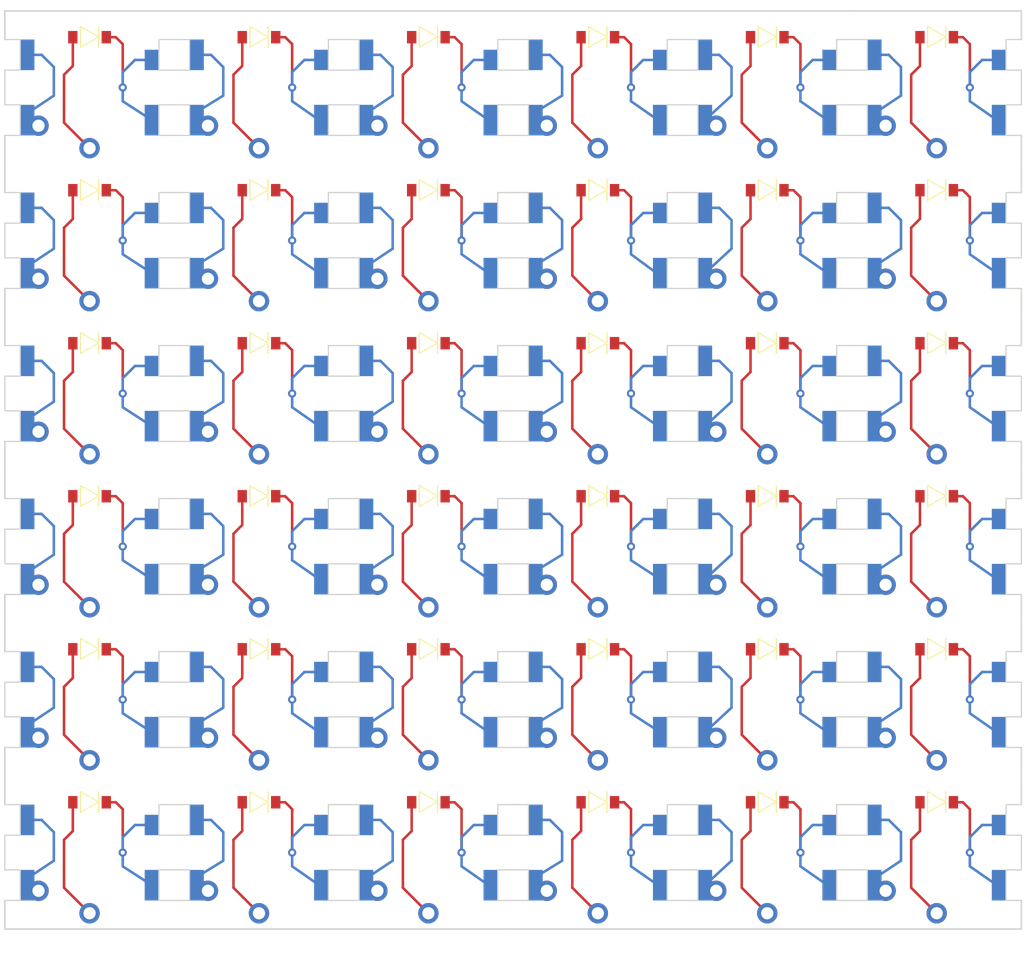
<source format=kicad_pcb>
(kicad_pcb (version 20171130) (host pcbnew 5.1.5+dfsg1-2build2)
  (layers (0 F.Cu signal) (31 B.Cu signal) (34 B.Paste user) (35 F.Paste user) (36 B.SilkS user) (37 F.SilkS user) (38 B.Mask user) (39 F.Mask user) (44 Edge.Cuts user))
  (net 0 "")
  (net 1 "Net-(SW_and_D1-Pad1)")
  (net 2 "Net-(SW_and_D1-PadK)")
  (net 3 "Net-(SW_and_D1-Pad2)")
  (net 4 "Net-(SW_and_D2-Pad1)")
  (net 5 "Net-(SW_and_D2-PadK)")
  (net 6 "Net-(SW_and_D2-Pad2)")
  (net 7 "Net-(SW_and_D3-Pad1)")
  (net 8 "Net-(SW_and_D3-PadK)")
  (net 9 "Net-(SW_and_D3-Pad2)")
  (net 10 "Net-(SW_and_D4-Pad1)")
  (net 11 "Net-(SW_and_D4-PadK)")
  (net 12 "Net-(SW_and_D4-Pad2)")
  (net 13 "Net-(SW_and_D5-Pad1)")
  (net 14 "Net-(SW_and_D5-PadK)")
  (net 15 "Net-(SW_and_D5-Pad2)")
  (net 16 "Net-(SW_and_D6-Pad1)")
  (net 17 "Net-(SW_and_D6-PadK)")
  (net 18 "Net-(SW_and_D6-Pad2)")
  (net 19 "Net-(SW_and_D7-Pad1)")
  (net 20 "Net-(SW_and_D7-PadK)")
  (net 21 "Net-(SW_and_D7-Pad2)")
  (net 22 "Net-(SW_and_D8-Pad1)")
  (net 23 "Net-(SW_and_D8-PadK)")
  (net 24 "Net-(SW_and_D8-Pad2)")
  (net 25 "Net-(SW_and_D9-Pad1)")
  (net 26 "Net-(SW_and_D9-PadK)")
  (net 27 "Net-(SW_and_D9-Pad2)")
  (net 28 "Net-(SW_and_D10-Pad1)")
  (net 29 "Net-(SW_and_D10-PadK)")
  (net 30 "Net-(SW_and_D10-Pad2)")
  (net 31 "Net-(SW_and_D11-Pad1)")
  (net 32 "Net-(SW_and_D11-PadK)")
  (net 33 "Net-(SW_and_D11-Pad2)")
  (net 34 "Net-(SW_and_D12-Pad1)")
  (net 35 "Net-(SW_and_D12-PadK)")
  (net 36 "Net-(SW_and_D12-Pad2)")
  (net 37 "Net-(SW_and_D13-Pad1)")
  (net 38 "Net-(SW_and_D13-PadK)")
  (net 39 "Net-(SW_and_D13-Pad2)")
  (net 40 "Net-(SW_and_D14-Pad1)")
  (net 41 "Net-(SW_and_D14-PadK)")
  (net 42 "Net-(SW_and_D14-Pad2)")
  (net 43 "Net-(SW_and_D15-Pad1)")
  (net 44 "Net-(SW_and_D15-PadK)")
  (net 45 "Net-(SW_and_D15-Pad2)")
  (net 46 "Net-(SW_and_D16-Pad1)")
  (net 47 "Net-(SW_and_D16-PadK)")
  (net 48 "Net-(SW_and_D16-Pad2)")
  (net 49 "Net-(SW_and_D17-Pad1)")
  (net 50 "Net-(SW_and_D17-PadK)")
  (net 51 "Net-(SW_and_D17-Pad2)")
  (net 52 "Net-(SW_and_D18-Pad1)")
  (net 53 "Net-(SW_and_D18-PadK)")
  (net 54 "Net-(SW_and_D18-Pad2)")
  (net 55 "Net-(SW_and_D19-Pad1)")
  (net 56 "Net-(SW_and_D19-PadK)")
  (net 57 "Net-(SW_and_D19-Pad2)")
  (net 58 "Net-(SW_and_D20-Pad1)")
  (net 59 "Net-(SW_and_D20-PadK)")
  (net 60 "Net-(SW_and_D20-Pad2)")
  (net 61 "Net-(SW_and_D21-Pad1)")
  (net 62 "Net-(SW_and_D21-PadK)")
  (net 63 "Net-(SW_and_D21-Pad2)")
  (net 64 "Net-(SW_and_D22-Pad1)")
  (net 65 "Net-(SW_and_D22-PadK)")
  (net 66 "Net-(SW_and_D22-Pad2)")
  (net 67 "Net-(SW_and_D23-Pad1)")
  (net 68 "Net-(SW_and_D23-PadK)")
  (net 69 "Net-(SW_and_D23-Pad2)")
  (net 70 "Net-(SW_and_D24-Pad1)")
  (net 71 "Net-(SW_and_D24-PadK)")
  (net 72 "Net-(SW_and_D24-Pad2)")
  (net 73 "Net-(SW_and_D25-Pad1)")
  (net 74 "Net-(SW_and_D25-PadK)")
  (net 75 "Net-(SW_and_D25-Pad2)")
  (net 76 "Net-(SW_and_D26-Pad1)")
  (net 77 "Net-(SW_and_D26-PadK)")
  (net 78 "Net-(SW_and_D26-Pad2)")
  (net 79 "Net-(SW_and_D27-Pad1)")
  (net 80 "Net-(SW_and_D27-PadK)")
  (net 81 "Net-(SW_and_D27-Pad2)")
  (net 82 "Net-(SW_and_D28-Pad1)")
  (net 83 "Net-(SW_and_D28-PadK)")
  (net 84 "Net-(SW_and_D28-Pad2)")
  (net 85 "Net-(SW_and_D29-Pad1)")
  (net 86 "Net-(SW_and_D29-PadK)")
  (net 87 "Net-(SW_and_D29-Pad2)")
  (net 88 "Net-(SW_and_D30-Pad1)")
  (net 89 "Net-(SW_and_D30-PadK)")
  (net 90 "Net-(SW_and_D30-Pad2)")
  (net 91 "Net-(SW_and_D31-Pad1)")
  (net 92 "Net-(SW_and_D31-PadK)")
  (net 93 "Net-(SW_and_D31-Pad2)")
  (net 94 "Net-(SW_and_D32-Pad1)")
  (net 95 "Net-(SW_and_D32-PadK)")
  (net 96 "Net-(SW_and_D32-Pad2)")
  (net 97 "Net-(SW_and_D33-Pad2)")
  (net 98 "Net-(SW_and_D33-Pad1)")
  (net 99 "Net-(SW_and_D33-PadK)")
  (net 100 "Net-(SW_and_D34-Pad1)")
  (net 101 "Net-(SW_and_D34-PadK)")
  (net 102 "Net-(SW_and_D34-Pad2)")
  (net 103 "Net-(SW_and_D35-Pad1)")
  (net 104 "Net-(SW_and_D35-PadK)")
  (net 105 "Net-(SW_and_D35-Pad2)")
  (net 106 "Net-(SW_and_D36-Pad1)")
  (net 107 "Net-(SW_and_D36-PadK)")
  (net 108 "Net-(SW_and_D36-Pad2)")
  (module scaffold:Kailh_PG1350_and_sod123_and_cutouts_bottom_v2 (layer F.Cu) (at 74.9 82.5)
    (fp_text reference SW_and_D33)
    (fp_text value SW_and_D)
    (fp_line (start 6.8 4.7) (end 8.3 4.7) (layer Edge.Cuts) (width 0.12))
    (fp_line (start 6.8 1.7) (end 8.3 1.7) (layer Edge.Cuts) (width 0.12))
    (fp_line (start 6.8 4.7) (end 6.8 1.7) (layer Edge.Cuts) (width 0.12))
    (fp_line (start 6.8 -1.7) (end 8.3 -1.7) (layer Edge.Cuts) (width 0.12))
    (fp_line (start 6.8 -4.7) (end 8.3 -4.7) (layer Edge.Cuts) (width 0.12))
    (fp_line (start 6.8 -1.7) (end 6.8 -4.7) (layer Edge.Cuts) (width 0.12))
    (fp_line (start -6.8 4.7) (end -6.8 1.7) (layer Edge.Cuts) (width 0.12))
    (fp_line (start -6.8 -4.7) (end -6.8 -1.7) (layer Edge.Cuts) (width 0.12))
    (fp_line (start -8.3 -1.7) (end -6.8 -1.7) (layer Edge.Cuts) (width 0.12))
    (fp_line (start -8.3 -4.7) (end -6.8 -4.7) (layer Edge.Cuts) (width 0.12))
    (fp_line (start -8.3 4.7) (end -6.8 4.7) (layer Edge.Cuts) (width 0.12))
    (fp_line (start -8.3 1.7) (end -6.8 1.7) (layer Edge.Cuts) (width 0.12))
    (fp_line (start 8.3 7.5) (end -8.3 7.5) (layer Edge.Cuts) (width 0.15))
    (pad 1 smd rect (at -6.1 3.2) (size 1.4 3) (layers B.Cu B.Paste B.Mask) (net 98 "Net-(SW_and_D33-Pad1)"))
    (pad K smd rect (at 6.1 3.2) (size 1.4 3) (layers B.Cu B.Paste B.Mask) (net 99 "Net-(SW_and_D33-PadK)"))
    (pad 1 smd rect (at -6.1 -3.2) (size 1.4 3) (layers B.Cu B.Paste B.Mask) (net 98 "Net-(SW_and_D33-Pad1)"))
    (pad K smd rect (at 6.1 -2.7) (size 1.4 2) (layers B.Cu B.Paste B.Mask) (net 99 "Net-(SW_and_D33-PadK)"))
    (pad A smd rect (at -1.64 -4.93) (size 0.92 1.22) (layers F.Cu F.Paste F.Mask) (net 97 "Net-(SW_and_D33-Pad2)"))
    (pad K smd rect (at 1.64 -4.93) (size 0.92 1.22) (layers F.Cu F.Paste F.Mask) (net 99 "Net-(SW_and_D33-PadK)"))
    (pad "" np_thru_hole circle (at -5.5 0) (size 1.7018 1.7018) (drill 1.7018) (layers *.Cu *.Mask))
    (pad "" np_thru_hole circle (at 5.5 0) (size 1.7018 1.7018) (drill 1.7018) (layers *.Cu *.Mask))
    (pad 1 thru_hole circle (at -5 3.75) (size 2 2) (drill 1.2) (layers *.Cu *.Mask) (net 98 "Net-(SW_and_D33-Pad1)"))
    (pad "" np_thru_hole circle (at 0 0) (size 3.429 3.429) (drill 3.429) (layers *.Cu *.Mask))
    (pad 2 thru_hole circle (at 0 5.95) (size 2 2) (drill 1.2) (layers *.Cu *.Mask) (net 97 "Net-(SW_and_D33-Pad2)"))
    (pad "" np_thru_hole circle (at 5.22 -4.2) (size 0.9906 0.9906) (drill 0.9906) (layers *.Cu *.Mask))
  )
  (module scaffold:Kailh_PG1350_and_sod123_and_cutouts_bottom_right_v2 (layer F.Cu) (at 91.5 82.5)
    (fp_text reference SW_and_D36)
    (fp_text value SW_and_D)
    (fp_line (start 6.8 4.7) (end 8.3 4.7) (layer Edge.Cuts) (width 0.12))
    (fp_line (start 6.8 1.7) (end 8.3 1.7) (layer Edge.Cuts) (width 0.12))
    (fp_line (start 6.8 4.7) (end 6.8 1.7) (layer Edge.Cuts) (width 0.12))
    (fp_line (start 6.8 -1.7) (end 8.3 -1.7) (layer Edge.Cuts) (width 0.12))
    (fp_line (start 8.3 1.7) (end 8.3 -1.7) (layer Edge.Cuts) (width 0.12))
    (fp_line (start 6.8 -4.7) (end 8.3 -4.7) (layer Edge.Cuts) (width 0.12))
    (fp_line (start 6.8 -1.7) (end 6.8 -4.7) (layer Edge.Cuts) (width 0.12))
    (fp_line (start -6.8 4.7) (end -6.8 1.7) (layer Edge.Cuts) (width 0.12))
    (fp_line (start -6.8 -4.7) (end -6.8 -1.7) (layer Edge.Cuts) (width 0.12))
    (fp_line (start -8.3 -1.7) (end -6.8 -1.7) (layer Edge.Cuts) (width 0.12))
    (fp_line (start -8.3 -4.7) (end -6.8 -4.7) (layer Edge.Cuts) (width 0.12))
    (fp_line (start -8.3 4.7) (end -6.8 4.7) (layer Edge.Cuts) (width 0.12))
    (fp_line (start -8.3 1.7) (end -6.8 1.7) (layer Edge.Cuts) (width 0.12))
    (fp_line (start -8.3 7.5) (end 8.3 7.5) (layer Edge.Cuts) (width 0.15))
    (fp_line (start 8.3 -7.5) (end 8.3 -4.7) (layer Edge.Cuts) (width 0.15))
    (fp_line (start 8.3 7.5) (end 8.3 4.7) (layer Edge.Cuts) (width 0.15))
    (pad 1 smd rect (at -6.1 3.2) (size 1.4 3) (layers B.Cu B.Paste B.Mask) (net 106 "Net-(SW_and_D36-Pad1)"))
    (pad K smd rect (at 6.1 3.2) (size 1.4 3) (layers B.Cu B.Paste B.Mask) (net 107 "Net-(SW_and_D36-PadK)"))
    (pad 1 smd rect (at -6.1 -3.2) (size 1.4 3) (layers B.Cu B.Paste B.Mask) (net 106 "Net-(SW_and_D36-Pad1)"))
    (pad K smd rect (at 6.1 -2.7) (size 1.4 2) (layers B.Cu B.Paste B.Mask) (net 107 "Net-(SW_and_D36-PadK)"))
    (pad A smd rect (at -1.64 -4.93) (size 0.92 1.22) (layers F.Cu F.Paste F.Mask) (net 108 "Net-(SW_and_D36-Pad2)"))
    (pad K smd rect (at 1.64 -4.93) (size 0.92 1.22) (layers F.Cu F.Paste F.Mask) (net 107 "Net-(SW_and_D36-PadK)"))
    (pad "" np_thru_hole circle (at -5.5 0) (size 1.7018 1.7018) (drill 1.7018) (layers *.Cu *.Mask))
    (pad "" np_thru_hole circle (at 5.5 0) (size 1.7018 1.7018) (drill 1.7018) (layers *.Cu *.Mask))
    (pad 1 thru_hole circle (at -5 3.75) (size 2 2) (drill 1.2) (layers *.Cu *.Mask) (net 106 "Net-(SW_and_D36-Pad1)"))
    (pad "" np_thru_hole circle (at 0 0) (size 3.429 3.429) (drill 3.429) (layers *.Cu *.Mask))
    (pad 2 thru_hole circle (at 0 5.95) (size 2 2) (drill 1.2) (layers *.Cu *.Mask) (net 108 "Net-(SW_and_D36-Pad2)"))
    (pad "" np_thru_hole circle (at 5.22 -4.2) (size 0.9906 0.9906) (drill 0.9906) (layers *.Cu *.Mask))
  )
  (module scaffold:Kailh_PG1350_and_sod123_and_cutouts_right_v2 (layer F.Cu) (at 91.5 22.5)
    (fp_text reference SW_and_D35)
    (fp_text value SW_and_D)
    (fp_line (start 6.8 4.7) (end 8.3 4.7) (layer Edge.Cuts) (width 0.12))
    (fp_line (start 6.8 1.7) (end 8.3 1.7) (layer Edge.Cuts) (width 0.12))
    (fp_line (start 6.8 4.7) (end 6.8 1.7) (layer Edge.Cuts) (width 0.12))
    (fp_line (start 6.8 -1.7) (end 8.3 -1.7) (layer Edge.Cuts) (width 0.12))
    (fp_line (start 8.3 1.7) (end 8.3 -1.7) (layer Edge.Cuts) (width 0.12))
    (fp_line (start 6.8 -4.7) (end 8.3 -4.7) (layer Edge.Cuts) (width 0.12))
    (fp_line (start 6.8 -1.7) (end 6.8 -4.7) (layer Edge.Cuts) (width 0.12))
    (fp_line (start -6.8 4.7) (end -6.8 1.7) (layer Edge.Cuts) (width 0.12))
    (fp_line (start -6.8 -4.7) (end -6.8 -1.7) (layer Edge.Cuts) (width 0.12))
    (fp_line (start -8.3 -1.7) (end -6.8 -1.7) (layer Edge.Cuts) (width 0.12))
    (fp_line (start -8.3 -4.7) (end -6.8 -4.7) (layer Edge.Cuts) (width 0.12))
    (fp_line (start -8.3 4.7) (end -6.8 4.7) (layer Edge.Cuts) (width 0.12))
    (fp_line (start -8.3 1.7) (end -6.8 1.7) (layer Edge.Cuts) (width 0.12))
    (fp_line (start 8.3 -7.5) (end 8.3 -4.7) (layer Edge.Cuts) (width 0.15))
    (fp_line (start 8.3 7.5) (end 8.3 4.7) (layer Edge.Cuts) (width 0.15))
    (pad 1 smd rect (at -6.1 3.2) (size 1.4 3) (layers B.Cu B.Paste B.Mask) (net 103 "Net-(SW_and_D35-Pad1)"))
    (pad K smd rect (at 6.1 3.2) (size 1.4 3) (layers B.Cu B.Paste B.Mask) (net 104 "Net-(SW_and_D35-PadK)"))
    (pad 1 smd rect (at -6.1 -3.2) (size 1.4 3) (layers B.Cu B.Paste B.Mask) (net 103 "Net-(SW_and_D35-Pad1)"))
    (pad K smd rect (at 6.1 -2.7) (size 1.4 2) (layers B.Cu B.Paste B.Mask) (net 104 "Net-(SW_and_D35-PadK)"))
    (pad A smd rect (at -1.64 -4.93) (size 0.92 1.22) (layers F.Cu F.Paste F.Mask) (net 105 "Net-(SW_and_D35-Pad2)"))
    (pad K smd rect (at 1.64 -4.93) (size 0.92 1.22) (layers F.Cu F.Paste F.Mask) (net 104 "Net-(SW_and_D35-PadK)"))
    (pad "" np_thru_hole circle (at -5.5 0) (size 1.7018 1.7018) (drill 1.7018) (layers *.Cu *.Mask))
    (pad "" np_thru_hole circle (at 5.5 0) (size 1.7018 1.7018) (drill 1.7018) (layers *.Cu *.Mask))
    (pad 1 thru_hole circle (at -5 3.75) (size 2 2) (drill 1.2) (layers *.Cu *.Mask) (net 103 "Net-(SW_and_D35-Pad1)"))
    (pad "" np_thru_hole circle (at 0 0) (size 3.429 3.429) (drill 3.429) (layers *.Cu *.Mask))
    (pad 2 thru_hole circle (at 0 5.95) (size 2 2) (drill 1.2) (layers *.Cu *.Mask) (net 105 "Net-(SW_and_D35-Pad2)"))
    (pad "" np_thru_hole circle (at 5.22 -4.2) (size 0.9906 0.9906) (drill 0.9906) (layers *.Cu *.Mask))
  )
  (module scaffold:Kailh_PG1350_and_sod123_and_cutouts_top_right_v2 (layer F.Cu) (at 91.5 7.5)
    (fp_text reference SW_and_D34)
    (fp_text value SW_and_D)
    (fp_line (start 6.8 4.7) (end 8.3 4.7) (layer Edge.Cuts) (width 0.12))
    (fp_line (start 6.8 1.7) (end 8.3 1.7) (layer Edge.Cuts) (width 0.12))
    (fp_line (start 6.8 4.7) (end 6.8 1.7) (layer Edge.Cuts) (width 0.12))
    (fp_line (start 6.8 -1.7) (end 8.3 -1.7) (layer Edge.Cuts) (width 0.12))
    (fp_line (start 8.3 1.7) (end 8.3 -1.7) (layer Edge.Cuts) (width 0.12))
    (fp_line (start 6.8 -4.7) (end 8.3 -4.7) (layer Edge.Cuts) (width 0.12))
    (fp_line (start 6.8 -1.7) (end 6.8 -4.7) (layer Edge.Cuts) (width 0.12))
    (fp_line (start -6.8 4.7) (end -6.8 1.7) (layer Edge.Cuts) (width 0.12))
    (fp_line (start -6.8 -4.7) (end -6.8 -1.7) (layer Edge.Cuts) (width 0.12))
    (fp_line (start -8.3 -1.7) (end -6.8 -1.7) (layer Edge.Cuts) (width 0.12))
    (fp_line (start -8.3 -4.7) (end -6.8 -4.7) (layer Edge.Cuts) (width 0.12))
    (fp_line (start -8.3 4.7) (end -6.8 4.7) (layer Edge.Cuts) (width 0.12))
    (fp_line (start -8.3 1.7) (end -6.8 1.7) (layer Edge.Cuts) (width 0.12))
    (fp_line (start -8.3 -7.5) (end 8.3 -7.5) (layer Edge.Cuts) (width 0.15))
    (fp_line (start 8.3 -7.5) (end 8.3 -4.7) (layer Edge.Cuts) (width 0.15))
    (fp_line (start 8.3 7.5) (end 8.3 4.7) (layer Edge.Cuts) (width 0.15))
    (pad 1 smd rect (at -6.1 3.2) (size 1.4 3) (layers B.Cu B.Paste B.Mask) (net 100 "Net-(SW_and_D34-Pad1)"))
    (pad K smd rect (at 6.1 3.2) (size 1.4 3) (layers B.Cu B.Paste B.Mask) (net 101 "Net-(SW_and_D34-PadK)"))
    (pad 1 smd rect (at -6.1 -3.2) (size 1.4 3) (layers B.Cu B.Paste B.Mask) (net 100 "Net-(SW_and_D34-Pad1)"))
    (pad K smd rect (at 6.1 -2.7) (size 1.4 2) (layers B.Cu B.Paste B.Mask) (net 101 "Net-(SW_and_D34-PadK)"))
    (pad A smd rect (at -1.64 -4.93) (size 0.92 1.22) (layers F.Cu F.Paste F.Mask) (net 102 "Net-(SW_and_D34-Pad2)"))
    (pad K smd rect (at 1.64 -4.93) (size 0.92 1.22) (layers F.Cu F.Paste F.Mask) (net 101 "Net-(SW_and_D34-PadK)"))
    (pad "" np_thru_hole circle (at -5.5 0) (size 1.7018 1.7018) (drill 1.7018) (layers *.Cu *.Mask))
    (pad "" np_thru_hole circle (at 5.5 0) (size 1.7018 1.7018) (drill 1.7018) (layers *.Cu *.Mask))
    (pad 1 thru_hole circle (at -5 3.75) (size 2 2) (drill 1.2) (layers *.Cu *.Mask) (net 100 "Net-(SW_and_D34-Pad1)"))
    (pad "" np_thru_hole circle (at 0 0) (size 3.429 3.429) (drill 3.429) (layers *.Cu *.Mask))
    (pad 2 thru_hole circle (at 0 5.95) (size 2 2) (drill 1.2) (layers *.Cu *.Mask) (net 102 "Net-(SW_and_D34-Pad2)"))
    (pad "" np_thru_hole circle (at 5.22 -4.2) (size 0.9906 0.9906) (drill 0.9906) (layers *.Cu *.Mask))
  )
  (module scaffold:Kailh_PG1350_and_sod123_and_cutouts_center_v2 (layer F.Cu) (at 74.9 22.5)
    (fp_text reference SW_and_D32)
    (fp_text value SW_and_D)
    (fp_line (start 6.8 4.7) (end 8.3 4.7) (layer Edge.Cuts) (width 0.12))
    (fp_line (start 6.8 1.7) (end 8.3 1.7) (layer Edge.Cuts) (width 0.12))
    (fp_line (start 6.8 4.7) (end 6.8 1.7) (layer Edge.Cuts) (width 0.12))
    (fp_line (start 6.8 -1.7) (end 8.3 -1.7) (layer Edge.Cuts) (width 0.12))
    (fp_line (start 6.8 -4.7) (end 8.3 -4.7) (layer Edge.Cuts) (width 0.12))
    (fp_line (start 6.8 -1.7) (end 6.8 -4.7) (layer Edge.Cuts) (width 0.12))
    (fp_line (start -6.8 4.7) (end -6.8 1.7) (layer Edge.Cuts) (width 0.12))
    (fp_line (start -6.8 -4.7) (end -6.8 -1.7) (layer Edge.Cuts) (width 0.12))
    (fp_line (start -8.3 -1.7) (end -6.8 -1.7) (layer Edge.Cuts) (width 0.12))
    (fp_line (start -8.3 -4.7) (end -6.8 -4.7) (layer Edge.Cuts) (width 0.12))
    (fp_line (start -8.3 4.7) (end -6.8 4.7) (layer Edge.Cuts) (width 0.12))
    (fp_line (start -8.3 1.7) (end -6.8 1.7) (layer Edge.Cuts) (width 0.12))
    (pad 1 smd rect (at -6.1 3.2) (size 1.4 3) (layers B.Cu B.Paste B.Mask) (net 94 "Net-(SW_and_D32-Pad1)"))
    (pad K smd rect (at 6.1 3.2) (size 1.4 3) (layers B.Cu B.Paste B.Mask) (net 95 "Net-(SW_and_D32-PadK)"))
    (pad 1 smd rect (at -6.1 -3.2) (size 1.4 3) (layers B.Cu B.Paste B.Mask) (net 94 "Net-(SW_and_D32-Pad1)"))
    (pad K smd rect (at 6.1 -2.7) (size 1.4 2) (layers B.Cu B.Paste B.Mask) (net 95 "Net-(SW_and_D32-PadK)"))
    (pad A smd rect (at -1.64 -4.93) (size 0.92 1.22) (layers F.Cu F.Paste F.Mask) (net 96 "Net-(SW_and_D32-Pad2)"))
    (pad K smd rect (at 1.64 -4.93) (size 0.92 1.22) (layers F.Cu F.Paste F.Mask) (net 95 "Net-(SW_and_D32-PadK)"))
    (pad "" np_thru_hole circle (at -5.5 0) (size 1.7018 1.7018) (drill 1.7018) (layers *.Cu *.Mask))
    (pad "" np_thru_hole circle (at 5.5 0) (size 1.7018 1.7018) (drill 1.7018) (layers *.Cu *.Mask))
    (pad 1 thru_hole circle (at -5 3.75) (size 2 2) (drill 1.2) (layers *.Cu *.Mask) (net 94 "Net-(SW_and_D32-Pad1)"))
    (pad "" np_thru_hole circle (at 0 0) (size 3.429 3.429) (drill 3.429) (layers *.Cu *.Mask))
    (pad 2 thru_hole circle (at 0 5.95) (size 2 2) (drill 1.2) (layers *.Cu *.Mask) (net 96 "Net-(SW_and_D32-Pad2)"))
    (pad "" np_thru_hole circle (at 5.22 -4.2) (size 0.9906 0.9906) (drill 0.9906) (layers *.Cu *.Mask))
  )
  (module scaffold:Kailh_PG1350_and_sod123_and_cutouts_top_v2 (layer F.Cu) (at 74.9 7.5)
    (fp_text reference SW_and_D31)
    (fp_text value SW_and_D)
    (fp_line (start 6.8 4.7) (end 8.3 4.7) (layer Edge.Cuts) (width 0.12))
    (fp_line (start 6.8 1.7) (end 8.3 1.7) (layer Edge.Cuts) (width 0.12))
    (fp_line (start 6.8 4.7) (end 6.8 1.7) (layer Edge.Cuts) (width 0.12))
    (fp_line (start 6.8 -1.7) (end 8.3 -1.7) (layer Edge.Cuts) (width 0.12))
    (fp_line (start 6.8 -4.7) (end 8.3 -4.7) (layer Edge.Cuts) (width 0.12))
    (fp_line (start 6.8 -1.7) (end 6.8 -4.7) (layer Edge.Cuts) (width 0.12))
    (fp_line (start -6.8 4.7) (end -6.8 1.7) (layer Edge.Cuts) (width 0.12))
    (fp_line (start -6.8 -4.7) (end -6.8 -1.7) (layer Edge.Cuts) (width 0.12))
    (fp_line (start -8.3 -1.7) (end -6.8 -1.7) (layer Edge.Cuts) (width 0.12))
    (fp_line (start -8.3 -4.7) (end -6.8 -4.7) (layer Edge.Cuts) (width 0.12))
    (fp_line (start -8.3 4.7) (end -6.8 4.7) (layer Edge.Cuts) (width 0.12))
    (fp_line (start -8.3 1.7) (end -6.8 1.7) (layer Edge.Cuts) (width 0.12))
    (fp_line (start -8.3 -7.5) (end 8.3 -7.5) (layer Edge.Cuts) (width 0.15))
    (pad 1 smd rect (at -6.1 3.2) (size 1.4 3) (layers B.Cu B.Paste B.Mask) (net 91 "Net-(SW_and_D31-Pad1)"))
    (pad K smd rect (at 6.1 3.2) (size 1.4 3) (layers B.Cu B.Paste B.Mask) (net 92 "Net-(SW_and_D31-PadK)"))
    (pad 1 smd rect (at -6.1 -3.2) (size 1.4 3) (layers B.Cu B.Paste B.Mask) (net 91 "Net-(SW_and_D31-Pad1)"))
    (pad K smd rect (at 6.1 -2.7) (size 1.4 2) (layers B.Cu B.Paste B.Mask) (net 92 "Net-(SW_and_D31-PadK)"))
    (pad A smd rect (at -1.64 -4.93) (size 0.92 1.22) (layers F.Cu F.Paste F.Mask) (net 93 "Net-(SW_and_D31-Pad2)"))
    (pad K smd rect (at 1.64 -4.93) (size 0.92 1.22) (layers F.Cu F.Paste F.Mask) (net 92 "Net-(SW_and_D31-PadK)"))
    (pad "" np_thru_hole circle (at -5.5 0) (size 1.7018 1.7018) (drill 1.7018) (layers *.Cu *.Mask))
    (pad "" np_thru_hole circle (at 5.5 0) (size 1.7018 1.7018) (drill 1.7018) (layers *.Cu *.Mask))
    (pad 1 thru_hole circle (at -5 3.75) (size 2 2) (drill 1.2) (layers *.Cu *.Mask) (net 91 "Net-(SW_and_D31-Pad1)"))
    (pad "" np_thru_hole circle (at 0 0) (size 3.429 3.429) (drill 3.429) (layers *.Cu *.Mask))
    (pad 2 thru_hole circle (at 0 5.95) (size 2 2) (drill 1.2) (layers *.Cu *.Mask) (net 93 "Net-(SW_and_D31-Pad2)"))
    (pad "" np_thru_hole circle (at 5.22 -4.2) (size 0.9906 0.9906) (drill 0.9906) (layers *.Cu *.Mask))
  )
  (module scaffold:Kailh_PG1350_and_sod123_and_cutouts_center_v2 (layer F.Cu) (at 58.3 22.5)
    (fp_text reference SW_and_D30)
    (fp_text value SW_and_D)
    (fp_line (start 6.8 4.7) (end 8.3 4.7) (layer Edge.Cuts) (width 0.12))
    (fp_line (start 6.8 1.7) (end 8.3 1.7) (layer Edge.Cuts) (width 0.12))
    (fp_line (start 6.8 4.7) (end 6.8 1.7) (layer Edge.Cuts) (width 0.12))
    (fp_line (start 6.8 -1.7) (end 8.3 -1.7) (layer Edge.Cuts) (width 0.12))
    (fp_line (start 6.8 -4.7) (end 8.3 -4.7) (layer Edge.Cuts) (width 0.12))
    (fp_line (start 6.8 -1.7) (end 6.8 -4.7) (layer Edge.Cuts) (width 0.12))
    (fp_line (start -6.8 4.7) (end -6.8 1.7) (layer Edge.Cuts) (width 0.12))
    (fp_line (start -6.8 -4.7) (end -6.8 -1.7) (layer Edge.Cuts) (width 0.12))
    (fp_line (start -8.3 -1.7) (end -6.8 -1.7) (layer Edge.Cuts) (width 0.12))
    (fp_line (start -8.3 -4.7) (end -6.8 -4.7) (layer Edge.Cuts) (width 0.12))
    (fp_line (start -8.3 4.7) (end -6.8 4.7) (layer Edge.Cuts) (width 0.12))
    (fp_line (start -8.3 1.7) (end -6.8 1.7) (layer Edge.Cuts) (width 0.12))
    (pad 1 smd rect (at -6.1 3.2) (size 1.4 3) (layers B.Cu B.Paste B.Mask) (net 88 "Net-(SW_and_D30-Pad1)"))
    (pad K smd rect (at 6.1 3.2) (size 1.4 3) (layers B.Cu B.Paste B.Mask) (net 89 "Net-(SW_and_D30-PadK)"))
    (pad 1 smd rect (at -6.1 -3.2) (size 1.4 3) (layers B.Cu B.Paste B.Mask) (net 88 "Net-(SW_and_D30-Pad1)"))
    (pad K smd rect (at 6.1 -2.7) (size 1.4 2) (layers B.Cu B.Paste B.Mask) (net 89 "Net-(SW_and_D30-PadK)"))
    (pad A smd rect (at -1.64 -4.93) (size 0.92 1.22) (layers F.Cu F.Paste F.Mask) (net 90 "Net-(SW_and_D30-Pad2)"))
    (pad K smd rect (at 1.64 -4.93) (size 0.92 1.22) (layers F.Cu F.Paste F.Mask) (net 89 "Net-(SW_and_D30-PadK)"))
    (pad "" np_thru_hole circle (at -5.5 0) (size 1.7018 1.7018) (drill 1.7018) (layers *.Cu *.Mask))
    (pad "" np_thru_hole circle (at 5.5 0) (size 1.7018 1.7018) (drill 1.7018) (layers *.Cu *.Mask))
    (pad 1 thru_hole circle (at -5 3.75) (size 2 2) (drill 1.2) (layers *.Cu *.Mask) (net 88 "Net-(SW_and_D30-Pad1)"))
    (pad "" np_thru_hole circle (at 0 0) (size 3.429 3.429) (drill 3.429) (layers *.Cu *.Mask))
    (pad 2 thru_hole circle (at 0 5.95) (size 2 2) (drill 1.2) (layers *.Cu *.Mask) (net 90 "Net-(SW_and_D30-Pad2)"))
    (pad "" np_thru_hole circle (at 5.22 -4.2) (size 0.9906 0.9906) (drill 0.9906) (layers *.Cu *.Mask))
  )
  (module scaffold:Kailh_PG1350_and_sod123_and_cutouts_center_v2 (layer F.Cu) (at 74.9 37.5)
    (fp_text reference SW_and_D29)
    (fp_text value SW_and_D)
    (fp_line (start 6.8 4.7) (end 8.3 4.7) (layer Edge.Cuts) (width 0.12))
    (fp_line (start 6.8 1.7) (end 8.3 1.7) (layer Edge.Cuts) (width 0.12))
    (fp_line (start 6.8 4.7) (end 6.8 1.7) (layer Edge.Cuts) (width 0.12))
    (fp_line (start 6.8 -1.7) (end 8.3 -1.7) (layer Edge.Cuts) (width 0.12))
    (fp_line (start 6.8 -4.7) (end 8.3 -4.7) (layer Edge.Cuts) (width 0.12))
    (fp_line (start 6.8 -1.7) (end 6.8 -4.7) (layer Edge.Cuts) (width 0.12))
    (fp_line (start -6.8 4.7) (end -6.8 1.7) (layer Edge.Cuts) (width 0.12))
    (fp_line (start -6.8 -4.7) (end -6.8 -1.7) (layer Edge.Cuts) (width 0.12))
    (fp_line (start -8.3 -1.7) (end -6.8 -1.7) (layer Edge.Cuts) (width 0.12))
    (fp_line (start -8.3 -4.7) (end -6.8 -4.7) (layer Edge.Cuts) (width 0.12))
    (fp_line (start -8.3 4.7) (end -6.8 4.7) (layer Edge.Cuts) (width 0.12))
    (fp_line (start -8.3 1.7) (end -6.8 1.7) (layer Edge.Cuts) (width 0.12))
    (pad 1 smd rect (at -6.1 3.2) (size 1.4 3) (layers B.Cu B.Paste B.Mask) (net 85 "Net-(SW_and_D29-Pad1)"))
    (pad K smd rect (at 6.1 3.2) (size 1.4 3) (layers B.Cu B.Paste B.Mask) (net 86 "Net-(SW_and_D29-PadK)"))
    (pad 1 smd rect (at -6.1 -3.2) (size 1.4 3) (layers B.Cu B.Paste B.Mask) (net 85 "Net-(SW_and_D29-Pad1)"))
    (pad K smd rect (at 6.1 -2.7) (size 1.4 2) (layers B.Cu B.Paste B.Mask) (net 86 "Net-(SW_and_D29-PadK)"))
    (pad A smd rect (at -1.64 -4.93) (size 0.92 1.22) (layers F.Cu F.Paste F.Mask) (net 87 "Net-(SW_and_D29-Pad2)"))
    (pad K smd rect (at 1.64 -4.93) (size 0.92 1.22) (layers F.Cu F.Paste F.Mask) (net 86 "Net-(SW_and_D29-PadK)"))
    (pad "" np_thru_hole circle (at -5.5 0) (size 1.7018 1.7018) (drill 1.7018) (layers *.Cu *.Mask))
    (pad "" np_thru_hole circle (at 5.5 0) (size 1.7018 1.7018) (drill 1.7018) (layers *.Cu *.Mask))
    (pad 1 thru_hole circle (at -5 3.75) (size 2 2) (drill 1.2) (layers *.Cu *.Mask) (net 85 "Net-(SW_and_D29-Pad1)"))
    (pad "" np_thru_hole circle (at 0 0) (size 3.429 3.429) (drill 3.429) (layers *.Cu *.Mask))
    (pad 2 thru_hole circle (at 0 5.95) (size 2 2) (drill 1.2) (layers *.Cu *.Mask) (net 87 "Net-(SW_and_D29-Pad2)"))
    (pad "" np_thru_hole circle (at 5.22 -4.2) (size 0.9906 0.9906) (drill 0.9906) (layers *.Cu *.Mask))
  )
  (module scaffold:Kailh_PG1350_and_sod123_and_cutouts_center_v2 (layer F.Cu) (at 41.7 22.5)
    (fp_text reference SW_and_D28)
    (fp_text value SW_and_D)
    (fp_line (start 6.8 4.7) (end 8.3 4.7) (layer Edge.Cuts) (width 0.12))
    (fp_line (start 6.8 1.7) (end 8.3 1.7) (layer Edge.Cuts) (width 0.12))
    (fp_line (start 6.8 4.7) (end 6.8 1.7) (layer Edge.Cuts) (width 0.12))
    (fp_line (start 6.8 -1.7) (end 8.3 -1.7) (layer Edge.Cuts) (width 0.12))
    (fp_line (start 6.8 -4.7) (end 8.3 -4.7) (layer Edge.Cuts) (width 0.12))
    (fp_line (start 6.8 -1.7) (end 6.8 -4.7) (layer Edge.Cuts) (width 0.12))
    (fp_line (start -6.8 4.7) (end -6.8 1.7) (layer Edge.Cuts) (width 0.12))
    (fp_line (start -6.8 -4.7) (end -6.8 -1.7) (layer Edge.Cuts) (width 0.12))
    (fp_line (start -8.3 -1.7) (end -6.8 -1.7) (layer Edge.Cuts) (width 0.12))
    (fp_line (start -8.3 -4.7) (end -6.8 -4.7) (layer Edge.Cuts) (width 0.12))
    (fp_line (start -8.3 4.7) (end -6.8 4.7) (layer Edge.Cuts) (width 0.12))
    (fp_line (start -8.3 1.7) (end -6.8 1.7) (layer Edge.Cuts) (width 0.12))
    (pad 1 smd rect (at -6.1 3.2) (size 1.4 3) (layers B.Cu B.Paste B.Mask) (net 82 "Net-(SW_and_D28-Pad1)"))
    (pad K smd rect (at 6.1 3.2) (size 1.4 3) (layers B.Cu B.Paste B.Mask) (net 83 "Net-(SW_and_D28-PadK)"))
    (pad 1 smd rect (at -6.1 -3.2) (size 1.4 3) (layers B.Cu B.Paste B.Mask) (net 82 "Net-(SW_and_D28-Pad1)"))
    (pad K smd rect (at 6.1 -2.7) (size 1.4 2) (layers B.Cu B.Paste B.Mask) (net 83 "Net-(SW_and_D28-PadK)"))
    (pad A smd rect (at -1.64 -4.93) (size 0.92 1.22) (layers F.Cu F.Paste F.Mask) (net 84 "Net-(SW_and_D28-Pad2)"))
    (pad K smd rect (at 1.64 -4.93) (size 0.92 1.22) (layers F.Cu F.Paste F.Mask) (net 83 "Net-(SW_and_D28-PadK)"))
    (pad "" np_thru_hole circle (at -5.5 0) (size 1.7018 1.7018) (drill 1.7018) (layers *.Cu *.Mask))
    (pad "" np_thru_hole circle (at 5.5 0) (size 1.7018 1.7018) (drill 1.7018) (layers *.Cu *.Mask))
    (pad 1 thru_hole circle (at -5 3.75) (size 2 2) (drill 1.2) (layers *.Cu *.Mask) (net 82 "Net-(SW_and_D28-Pad1)"))
    (pad "" np_thru_hole circle (at 0 0) (size 3.429 3.429) (drill 3.429) (layers *.Cu *.Mask))
    (pad 2 thru_hole circle (at 0 5.95) (size 2 2) (drill 1.2) (layers *.Cu *.Mask) (net 84 "Net-(SW_and_D28-Pad2)"))
    (pad "" np_thru_hole circle (at 5.22 -4.2) (size 0.9906 0.9906) (drill 0.9906) (layers *.Cu *.Mask))
  )
  (module scaffold:Kailh_PG1350_and_sod123_and_cutouts_center_v2 (layer F.Cu) (at 74.9 52.5)
    (fp_text reference SW_and_D27)
    (fp_text value SW_and_D)
    (fp_line (start 6.8 4.7) (end 8.3 4.7) (layer Edge.Cuts) (width 0.12))
    (fp_line (start 6.8 1.7) (end 8.3 1.7) (layer Edge.Cuts) (width 0.12))
    (fp_line (start 6.8 4.7) (end 6.8 1.7) (layer Edge.Cuts) (width 0.12))
    (fp_line (start 6.8 -1.7) (end 8.3 -1.7) (layer Edge.Cuts) (width 0.12))
    (fp_line (start 6.8 -4.7) (end 8.3 -4.7) (layer Edge.Cuts) (width 0.12))
    (fp_line (start 6.8 -1.7) (end 6.8 -4.7) (layer Edge.Cuts) (width 0.12))
    (fp_line (start -6.8 4.7) (end -6.8 1.7) (layer Edge.Cuts) (width 0.12))
    (fp_line (start -6.8 -4.7) (end -6.8 -1.7) (layer Edge.Cuts) (width 0.12))
    (fp_line (start -8.3 -1.7) (end -6.8 -1.7) (layer Edge.Cuts) (width 0.12))
    (fp_line (start -8.3 -4.7) (end -6.8 -4.7) (layer Edge.Cuts) (width 0.12))
    (fp_line (start -8.3 4.7) (end -6.8 4.7) (layer Edge.Cuts) (width 0.12))
    (fp_line (start -8.3 1.7) (end -6.8 1.7) (layer Edge.Cuts) (width 0.12))
    (pad 1 smd rect (at -6.1 3.2) (size 1.4 3) (layers B.Cu B.Paste B.Mask) (net 79 "Net-(SW_and_D27-Pad1)"))
    (pad K smd rect (at 6.1 3.2) (size 1.4 3) (layers B.Cu B.Paste B.Mask) (net 80 "Net-(SW_and_D27-PadK)"))
    (pad 1 smd rect (at -6.1 -3.2) (size 1.4 3) (layers B.Cu B.Paste B.Mask) (net 79 "Net-(SW_and_D27-Pad1)"))
    (pad K smd rect (at 6.1 -2.7) (size 1.4 2) (layers B.Cu B.Paste B.Mask) (net 80 "Net-(SW_and_D27-PadK)"))
    (pad A smd rect (at -1.64 -4.93) (size 0.92 1.22) (layers F.Cu F.Paste F.Mask) (net 81 "Net-(SW_and_D27-Pad2)"))
    (pad K smd rect (at 1.64 -4.93) (size 0.92 1.22) (layers F.Cu F.Paste F.Mask) (net 80 "Net-(SW_and_D27-PadK)"))
    (pad "" np_thru_hole circle (at -5.5 0) (size 1.7018 1.7018) (drill 1.7018) (layers *.Cu *.Mask))
    (pad "" np_thru_hole circle (at 5.5 0) (size 1.7018 1.7018) (drill 1.7018) (layers *.Cu *.Mask))
    (pad 1 thru_hole circle (at -5 3.75) (size 2 2) (drill 1.2) (layers *.Cu *.Mask) (net 79 "Net-(SW_and_D27-Pad1)"))
    (pad "" np_thru_hole circle (at 0 0) (size 3.429 3.429) (drill 3.429) (layers *.Cu *.Mask))
    (pad 2 thru_hole circle (at 0 5.95) (size 2 2) (drill 1.2) (layers *.Cu *.Mask) (net 81 "Net-(SW_and_D27-Pad2)"))
    (pad "" np_thru_hole circle (at 5.22 -4.2) (size 0.9906 0.9906) (drill 0.9906) (layers *.Cu *.Mask))
  )
  (module scaffold:Kailh_PG1350_and_sod123_and_cutouts_center_v2 (layer F.Cu) (at 25.1 22.5)
    (fp_text reference SW_and_D26)
    (fp_text value SW_and_D)
    (fp_line (start 6.8 4.7) (end 8.3 4.7) (layer Edge.Cuts) (width 0.12))
    (fp_line (start 6.8 1.7) (end 8.3 1.7) (layer Edge.Cuts) (width 0.12))
    (fp_line (start 6.8 4.7) (end 6.8 1.7) (layer Edge.Cuts) (width 0.12))
    (fp_line (start 6.8 -1.7) (end 8.3 -1.7) (layer Edge.Cuts) (width 0.12))
    (fp_line (start 6.8 -4.7) (end 8.3 -4.7) (layer Edge.Cuts) (width 0.12))
    (fp_line (start 6.8 -1.7) (end 6.8 -4.7) (layer Edge.Cuts) (width 0.12))
    (fp_line (start -6.8 4.7) (end -6.8 1.7) (layer Edge.Cuts) (width 0.12))
    (fp_line (start -6.8 -4.7) (end -6.8 -1.7) (layer Edge.Cuts) (width 0.12))
    (fp_line (start -8.3 -1.7) (end -6.8 -1.7) (layer Edge.Cuts) (width 0.12))
    (fp_line (start -8.3 -4.7) (end -6.8 -4.7) (layer Edge.Cuts) (width 0.12))
    (fp_line (start -8.3 4.7) (end -6.8 4.7) (layer Edge.Cuts) (width 0.12))
    (fp_line (start -8.3 1.7) (end -6.8 1.7) (layer Edge.Cuts) (width 0.12))
    (pad 1 smd rect (at -6.1 3.2) (size 1.4 3) (layers B.Cu B.Paste B.Mask) (net 76 "Net-(SW_and_D26-Pad1)"))
    (pad K smd rect (at 6.1 3.2) (size 1.4 3) (layers B.Cu B.Paste B.Mask) (net 77 "Net-(SW_and_D26-PadK)"))
    (pad 1 smd rect (at -6.1 -3.2) (size 1.4 3) (layers B.Cu B.Paste B.Mask) (net 76 "Net-(SW_and_D26-Pad1)"))
    (pad K smd rect (at 6.1 -2.7) (size 1.4 2) (layers B.Cu B.Paste B.Mask) (net 77 "Net-(SW_and_D26-PadK)"))
    (pad A smd rect (at -1.64 -4.93) (size 0.92 1.22) (layers F.Cu F.Paste F.Mask) (net 78 "Net-(SW_and_D26-Pad2)"))
    (pad K smd rect (at 1.64 -4.93) (size 0.92 1.22) (layers F.Cu F.Paste F.Mask) (net 77 "Net-(SW_and_D26-PadK)"))
    (pad "" np_thru_hole circle (at -5.5 0) (size 1.7018 1.7018) (drill 1.7018) (layers *.Cu *.Mask))
    (pad "" np_thru_hole circle (at 5.5 0) (size 1.7018 1.7018) (drill 1.7018) (layers *.Cu *.Mask))
    (pad 1 thru_hole circle (at -5 3.75) (size 2 2) (drill 1.2) (layers *.Cu *.Mask) (net 76 "Net-(SW_and_D26-Pad1)"))
    (pad "" np_thru_hole circle (at 0 0) (size 3.429 3.429) (drill 3.429) (layers *.Cu *.Mask))
    (pad 2 thru_hole circle (at 0 5.95) (size 2 2) (drill 1.2) (layers *.Cu *.Mask) (net 78 "Net-(SW_and_D26-Pad2)"))
    (pad "" np_thru_hole circle (at 5.22 -4.2) (size 0.9906 0.9906) (drill 0.9906) (layers *.Cu *.Mask))
  )
  (module scaffold:Kailh_PG1350_and_sod123_and_cutouts_center_v2 (layer F.Cu) (at 74.9 67.5)
    (fp_text reference SW_and_D25)
    (fp_text value SW_and_D)
    (fp_line (start 6.8 4.7) (end 8.3 4.7) (layer Edge.Cuts) (width 0.12))
    (fp_line (start 6.8 1.7) (end 8.3 1.7) (layer Edge.Cuts) (width 0.12))
    (fp_line (start 6.8 4.7) (end 6.8 1.7) (layer Edge.Cuts) (width 0.12))
    (fp_line (start 6.8 -1.7) (end 8.3 -1.7) (layer Edge.Cuts) (width 0.12))
    (fp_line (start 6.8 -4.7) (end 8.3 -4.7) (layer Edge.Cuts) (width 0.12))
    (fp_line (start 6.8 -1.7) (end 6.8 -4.7) (layer Edge.Cuts) (width 0.12))
    (fp_line (start -6.8 4.7) (end -6.8 1.7) (layer Edge.Cuts) (width 0.12))
    (fp_line (start -6.8 -4.7) (end -6.8 -1.7) (layer Edge.Cuts) (width 0.12))
    (fp_line (start -8.3 -1.7) (end -6.8 -1.7) (layer Edge.Cuts) (width 0.12))
    (fp_line (start -8.3 -4.7) (end -6.8 -4.7) (layer Edge.Cuts) (width 0.12))
    (fp_line (start -8.3 4.7) (end -6.8 4.7) (layer Edge.Cuts) (width 0.12))
    (fp_line (start -8.3 1.7) (end -6.8 1.7) (layer Edge.Cuts) (width 0.12))
    (pad 1 smd rect (at -6.1 3.2) (size 1.4 3) (layers B.Cu B.Paste B.Mask) (net 73 "Net-(SW_and_D25-Pad1)"))
    (pad K smd rect (at 6.1 3.2) (size 1.4 3) (layers B.Cu B.Paste B.Mask) (net 74 "Net-(SW_and_D25-PadK)"))
    (pad 1 smd rect (at -6.1 -3.2) (size 1.4 3) (layers B.Cu B.Paste B.Mask) (net 73 "Net-(SW_and_D25-Pad1)"))
    (pad K smd rect (at 6.1 -2.7) (size 1.4 2) (layers B.Cu B.Paste B.Mask) (net 74 "Net-(SW_and_D25-PadK)"))
    (pad A smd rect (at -1.64 -4.93) (size 0.92 1.22) (layers F.Cu F.Paste F.Mask) (net 75 "Net-(SW_and_D25-Pad2)"))
    (pad K smd rect (at 1.64 -4.93) (size 0.92 1.22) (layers F.Cu F.Paste F.Mask) (net 74 "Net-(SW_and_D25-PadK)"))
    (pad "" np_thru_hole circle (at -5.5 0) (size 1.7018 1.7018) (drill 1.7018) (layers *.Cu *.Mask))
    (pad "" np_thru_hole circle (at 5.5 0) (size 1.7018 1.7018) (drill 1.7018) (layers *.Cu *.Mask))
    (pad 1 thru_hole circle (at -5 3.75) (size 2 2) (drill 1.2) (layers *.Cu *.Mask) (net 73 "Net-(SW_and_D25-Pad1)"))
    (pad "" np_thru_hole circle (at 0 0) (size 3.429 3.429) (drill 3.429) (layers *.Cu *.Mask))
    (pad 2 thru_hole circle (at 0 5.95) (size 2 2) (drill 1.2) (layers *.Cu *.Mask) (net 75 "Net-(SW_and_D25-Pad2)"))
    (pad "" np_thru_hole circle (at 5.22 -4.2) (size 0.9906 0.9906) (drill 0.9906) (layers *.Cu *.Mask))
  )
  (module scaffold:Kailh_PG1350_and_sod123_and_cutouts_right_v2 (layer F.Cu) (at 91.5 67.5)
    (fp_text reference SW_and_D24)
    (fp_text value SW_and_D)
    (fp_line (start 6.8 4.7) (end 8.3 4.7) (layer Edge.Cuts) (width 0.12))
    (fp_line (start 6.8 1.7) (end 8.3 1.7) (layer Edge.Cuts) (width 0.12))
    (fp_line (start 6.8 4.7) (end 6.8 1.7) (layer Edge.Cuts) (width 0.12))
    (fp_line (start 6.8 -1.7) (end 8.3 -1.7) (layer Edge.Cuts) (width 0.12))
    (fp_line (start 8.3 1.7) (end 8.3 -1.7) (layer Edge.Cuts) (width 0.12))
    (fp_line (start 6.8 -4.7) (end 8.3 -4.7) (layer Edge.Cuts) (width 0.12))
    (fp_line (start 6.8 -1.7) (end 6.8 -4.7) (layer Edge.Cuts) (width 0.12))
    (fp_line (start -6.8 4.7) (end -6.8 1.7) (layer Edge.Cuts) (width 0.12))
    (fp_line (start -6.8 -4.7) (end -6.8 -1.7) (layer Edge.Cuts) (width 0.12))
    (fp_line (start -8.3 -1.7) (end -6.8 -1.7) (layer Edge.Cuts) (width 0.12))
    (fp_line (start -8.3 -4.7) (end -6.8 -4.7) (layer Edge.Cuts) (width 0.12))
    (fp_line (start -8.3 4.7) (end -6.8 4.7) (layer Edge.Cuts) (width 0.12))
    (fp_line (start -8.3 1.7) (end -6.8 1.7) (layer Edge.Cuts) (width 0.12))
    (fp_line (start 8.3 -7.5) (end 8.3 -4.7) (layer Edge.Cuts) (width 0.15))
    (fp_line (start 8.3 7.5) (end 8.3 4.7) (layer Edge.Cuts) (width 0.15))
    (pad 1 smd rect (at -6.1 3.2) (size 1.4 3) (layers B.Cu B.Paste B.Mask) (net 70 "Net-(SW_and_D24-Pad1)"))
    (pad K smd rect (at 6.1 3.2) (size 1.4 3) (layers B.Cu B.Paste B.Mask) (net 71 "Net-(SW_and_D24-PadK)"))
    (pad 1 smd rect (at -6.1 -3.2) (size 1.4 3) (layers B.Cu B.Paste B.Mask) (net 70 "Net-(SW_and_D24-Pad1)"))
    (pad K smd rect (at 6.1 -2.7) (size 1.4 2) (layers B.Cu B.Paste B.Mask) (net 71 "Net-(SW_and_D24-PadK)"))
    (pad A smd rect (at -1.64 -4.93) (size 0.92 1.22) (layers F.Cu F.Paste F.Mask) (net 72 "Net-(SW_and_D24-Pad2)"))
    (pad K smd rect (at 1.64 -4.93) (size 0.92 1.22) (layers F.Cu F.Paste F.Mask) (net 71 "Net-(SW_and_D24-PadK)"))
    (pad "" np_thru_hole circle (at -5.5 0) (size 1.7018 1.7018) (drill 1.7018) (layers *.Cu *.Mask))
    (pad "" np_thru_hole circle (at 5.5 0) (size 1.7018 1.7018) (drill 1.7018) (layers *.Cu *.Mask))
    (pad 1 thru_hole circle (at -5 3.75) (size 2 2) (drill 1.2) (layers *.Cu *.Mask) (net 70 "Net-(SW_and_D24-Pad1)"))
    (pad "" np_thru_hole circle (at 0 0) (size 3.429 3.429) (drill 3.429) (layers *.Cu *.Mask))
    (pad 2 thru_hole circle (at 0 5.95) (size 2 2) (drill 1.2) (layers *.Cu *.Mask) (net 72 "Net-(SW_and_D24-Pad2)"))
    (pad "" np_thru_hole circle (at 5.22 -4.2) (size 0.9906 0.9906) (drill 0.9906) (layers *.Cu *.Mask))
  )
  (module scaffold:Kailh_PG1350_and_sod123_and_cutouts_right_v2 (layer F.Cu) (at 91.5 52.5)
    (fp_text reference SW_and_D23)
    (fp_text value SW_and_D)
    (fp_line (start 6.8 4.7) (end 8.3 4.7) (layer Edge.Cuts) (width 0.12))
    (fp_line (start 6.8 1.7) (end 8.3 1.7) (layer Edge.Cuts) (width 0.12))
    (fp_line (start 6.8 4.7) (end 6.8 1.7) (layer Edge.Cuts) (width 0.12))
    (fp_line (start 6.8 -1.7) (end 8.3 -1.7) (layer Edge.Cuts) (width 0.12))
    (fp_line (start 8.3 1.7) (end 8.3 -1.7) (layer Edge.Cuts) (width 0.12))
    (fp_line (start 6.8 -4.7) (end 8.3 -4.7) (layer Edge.Cuts) (width 0.12))
    (fp_line (start 6.8 -1.7) (end 6.8 -4.7) (layer Edge.Cuts) (width 0.12))
    (fp_line (start -6.8 4.7) (end -6.8 1.7) (layer Edge.Cuts) (width 0.12))
    (fp_line (start -6.8 -4.7) (end -6.8 -1.7) (layer Edge.Cuts) (width 0.12))
    (fp_line (start -8.3 -1.7) (end -6.8 -1.7) (layer Edge.Cuts) (width 0.12))
    (fp_line (start -8.3 -4.7) (end -6.8 -4.7) (layer Edge.Cuts) (width 0.12))
    (fp_line (start -8.3 4.7) (end -6.8 4.7) (layer Edge.Cuts) (width 0.12))
    (fp_line (start -8.3 1.7) (end -6.8 1.7) (layer Edge.Cuts) (width 0.12))
    (fp_line (start 8.3 -7.5) (end 8.3 -4.7) (layer Edge.Cuts) (width 0.15))
    (fp_line (start 8.3 7.5) (end 8.3 4.7) (layer Edge.Cuts) (width 0.15))
    (pad 1 smd rect (at -6.1 3.2) (size 1.4 3) (layers B.Cu B.Paste B.Mask) (net 67 "Net-(SW_and_D23-Pad1)"))
    (pad K smd rect (at 6.1 3.2) (size 1.4 3) (layers B.Cu B.Paste B.Mask) (net 68 "Net-(SW_and_D23-PadK)"))
    (pad 1 smd rect (at -6.1 -3.2) (size 1.4 3) (layers B.Cu B.Paste B.Mask) (net 67 "Net-(SW_and_D23-Pad1)"))
    (pad K smd rect (at 6.1 -2.7) (size 1.4 2) (layers B.Cu B.Paste B.Mask) (net 68 "Net-(SW_and_D23-PadK)"))
    (pad A smd rect (at -1.64 -4.93) (size 0.92 1.22) (layers F.Cu F.Paste F.Mask) (net 69 "Net-(SW_and_D23-Pad2)"))
    (pad K smd rect (at 1.64 -4.93) (size 0.92 1.22) (layers F.Cu F.Paste F.Mask) (net 68 "Net-(SW_and_D23-PadK)"))
    (pad "" np_thru_hole circle (at -5.5 0) (size 1.7018 1.7018) (drill 1.7018) (layers *.Cu *.Mask))
    (pad "" np_thru_hole circle (at 5.5 0) (size 1.7018 1.7018) (drill 1.7018) (layers *.Cu *.Mask))
    (pad 1 thru_hole circle (at -5 3.75) (size 2 2) (drill 1.2) (layers *.Cu *.Mask) (net 67 "Net-(SW_and_D23-Pad1)"))
    (pad "" np_thru_hole circle (at 0 0) (size 3.429 3.429) (drill 3.429) (layers *.Cu *.Mask))
    (pad 2 thru_hole circle (at 0 5.95) (size 2 2) (drill 1.2) (layers *.Cu *.Mask) (net 69 "Net-(SW_and_D23-Pad2)"))
    (pad "" np_thru_hole circle (at 5.22 -4.2) (size 0.9906 0.9906) (drill 0.9906) (layers *.Cu *.Mask))
  )
  (module scaffold:Kailh_PG1350_and_sod123_and_cutouts_right_v2 (layer F.Cu) (at 91.5 37.5)
    (fp_text reference SW_and_D22)
    (fp_text value SW_and_D)
    (fp_line (start 6.8 4.7) (end 8.3 4.7) (layer Edge.Cuts) (width 0.12))
    (fp_line (start 6.8 1.7) (end 8.3 1.7) (layer Edge.Cuts) (width 0.12))
    (fp_line (start 6.8 4.7) (end 6.8 1.7) (layer Edge.Cuts) (width 0.12))
    (fp_line (start 6.8 -1.7) (end 8.3 -1.7) (layer Edge.Cuts) (width 0.12))
    (fp_line (start 8.3 1.7) (end 8.3 -1.7) (layer Edge.Cuts) (width 0.12))
    (fp_line (start 6.8 -4.7) (end 8.3 -4.7) (layer Edge.Cuts) (width 0.12))
    (fp_line (start 6.8 -1.7) (end 6.8 -4.7) (layer Edge.Cuts) (width 0.12))
    (fp_line (start -6.8 4.7) (end -6.8 1.7) (layer Edge.Cuts) (width 0.12))
    (fp_line (start -6.8 -4.7) (end -6.8 -1.7) (layer Edge.Cuts) (width 0.12))
    (fp_line (start -8.3 -1.7) (end -6.8 -1.7) (layer Edge.Cuts) (width 0.12))
    (fp_line (start -8.3 -4.7) (end -6.8 -4.7) (layer Edge.Cuts) (width 0.12))
    (fp_line (start -8.3 4.7) (end -6.8 4.7) (layer Edge.Cuts) (width 0.12))
    (fp_line (start -8.3 1.7) (end -6.8 1.7) (layer Edge.Cuts) (width 0.12))
    (fp_line (start 8.3 -7.5) (end 8.3 -4.7) (layer Edge.Cuts) (width 0.15))
    (fp_line (start 8.3 7.5) (end 8.3 4.7) (layer Edge.Cuts) (width 0.15))
    (pad 1 smd rect (at -6.1 3.2) (size 1.4 3) (layers B.Cu B.Paste B.Mask) (net 64 "Net-(SW_and_D22-Pad1)"))
    (pad K smd rect (at 6.1 3.2) (size 1.4 3) (layers B.Cu B.Paste B.Mask) (net 65 "Net-(SW_and_D22-PadK)"))
    (pad 1 smd rect (at -6.1 -3.2) (size 1.4 3) (layers B.Cu B.Paste B.Mask) (net 64 "Net-(SW_and_D22-Pad1)"))
    (pad K smd rect (at 6.1 -2.7) (size 1.4 2) (layers B.Cu B.Paste B.Mask) (net 65 "Net-(SW_and_D22-PadK)"))
    (pad A smd rect (at -1.64 -4.93) (size 0.92 1.22) (layers F.Cu F.Paste F.Mask) (net 66 "Net-(SW_and_D22-Pad2)"))
    (pad K smd rect (at 1.64 -4.93) (size 0.92 1.22) (layers F.Cu F.Paste F.Mask) (net 65 "Net-(SW_and_D22-PadK)"))
    (pad "" np_thru_hole circle (at -5.5 0) (size 1.7018 1.7018) (drill 1.7018) (layers *.Cu *.Mask))
    (pad "" np_thru_hole circle (at 5.5 0) (size 1.7018 1.7018) (drill 1.7018) (layers *.Cu *.Mask))
    (pad 1 thru_hole circle (at -5 3.75) (size 2 2) (drill 1.2) (layers *.Cu *.Mask) (net 64 "Net-(SW_and_D22-Pad1)"))
    (pad "" np_thru_hole circle (at 0 0) (size 3.429 3.429) (drill 3.429) (layers *.Cu *.Mask))
    (pad 2 thru_hole circle (at 0 5.95) (size 2 2) (drill 1.2) (layers *.Cu *.Mask) (net 66 "Net-(SW_and_D22-Pad2)"))
    (pad "" np_thru_hole circle (at 5.22 -4.2) (size 0.9906 0.9906) (drill 0.9906) (layers *.Cu *.Mask))
  )
  (module scaffold:Kailh_PG1350_and_sod123_and_cutouts_left_v2 (layer F.Cu) (at 8.5 22.5)
    (fp_text reference SW_and_D21)
    (fp_text value SW_and_D)
    (fp_line (start 6.8 4.7) (end 8.3 4.7) (layer Edge.Cuts) (width 0.12))
    (fp_line (start 6.8 1.7) (end 8.3 1.7) (layer Edge.Cuts) (width 0.12))
    (fp_line (start 6.8 4.7) (end 6.8 1.7) (layer Edge.Cuts) (width 0.12))
    (fp_line (start 6.8 -1.7) (end 8.3 -1.7) (layer Edge.Cuts) (width 0.12))
    (fp_line (start 6.8 -4.7) (end 8.3 -4.7) (layer Edge.Cuts) (width 0.12))
    (fp_line (start 6.8 -1.7) (end 6.8 -4.7) (layer Edge.Cuts) (width 0.12))
    (fp_line (start -6.8 4.7) (end -6.8 1.7) (layer Edge.Cuts) (width 0.12))
    (fp_line (start -6.8 -4.7) (end -6.8 -1.7) (layer Edge.Cuts) (width 0.12))
    (fp_line (start -8.3 -1.7) (end -6.8 -1.7) (layer Edge.Cuts) (width 0.12))
    (fp_line (start -8.3 -4.7) (end -6.8 -4.7) (layer Edge.Cuts) (width 0.12))
    (fp_line (start -8.3 1.7) (end -8.3 -1.7) (layer Edge.Cuts) (width 0.12))
    (fp_line (start -8.3 4.7) (end -6.8 4.7) (layer Edge.Cuts) (width 0.12))
    (fp_line (start -8.3 1.7) (end -6.8 1.7) (layer Edge.Cuts) (width 0.12))
    (fp_line (start -8.3 7.5) (end -8.3 4.7) (layer Edge.Cuts) (width 0.15))
    (fp_line (start -8.3 -4.7) (end -8.3 -7.5) (layer Edge.Cuts) (width 0.15))
    (pad 1 smd rect (at -6.1 3.2) (size 1.4 3) (layers B.Cu B.Paste B.Mask) (net 61 "Net-(SW_and_D21-Pad1)"))
    (pad K smd rect (at 6.1 3.2) (size 1.4 3) (layers B.Cu B.Paste B.Mask) (net 62 "Net-(SW_and_D21-PadK)"))
    (pad 1 smd rect (at -6.1 -3.2) (size 1.4 3) (layers B.Cu B.Paste B.Mask) (net 61 "Net-(SW_and_D21-Pad1)"))
    (pad K smd rect (at 6.1 -2.7) (size 1.4 2) (layers B.Cu B.Paste B.Mask) (net 62 "Net-(SW_and_D21-PadK)"))
    (pad A smd rect (at -1.64 -4.93) (size 0.92 1.22) (layers F.Cu F.Paste F.Mask) (net 63 "Net-(SW_and_D21-Pad2)"))
    (pad K smd rect (at 1.64 -4.93) (size 0.92 1.22) (layers F.Cu F.Paste F.Mask) (net 62 "Net-(SW_and_D21-PadK)"))
    (pad "" np_thru_hole circle (at -5.5 0) (size 1.7018 1.7018) (drill 1.7018) (layers *.Cu *.Mask))
    (pad "" np_thru_hole circle (at 5.5 0) (size 1.7018 1.7018) (drill 1.7018) (layers *.Cu *.Mask))
    (pad 1 thru_hole circle (at -5 3.75) (size 2 2) (drill 1.2) (layers *.Cu *.Mask) (net 61 "Net-(SW_and_D21-Pad1)"))
    (pad "" np_thru_hole circle (at 0 0) (size 3.429 3.429) (drill 3.429) (layers *.Cu *.Mask))
    (pad 2 thru_hole circle (at 0 5.95) (size 2 2) (drill 1.2) (layers *.Cu *.Mask) (net 63 "Net-(SW_and_D21-Pad2)"))
    (pad "" np_thru_hole circle (at 5.22 -4.2) (size 0.9906 0.9906) (drill 0.9906) (layers *.Cu *.Mask))
  )
  (module scaffold:Kailh_PG1350_and_sod123_and_cutouts_bottom_v2 (layer F.Cu) (at 58.3 82.5)
    (fp_text reference SW_and_D20)
    (fp_text value SW_and_D)
    (fp_line (start 6.8 4.7) (end 8.3 4.7) (layer Edge.Cuts) (width 0.12))
    (fp_line (start 6.8 1.7) (end 8.3 1.7) (layer Edge.Cuts) (width 0.12))
    (fp_line (start 6.8 4.7) (end 6.8 1.7) (layer Edge.Cuts) (width 0.12))
    (fp_line (start 6.8 -1.7) (end 8.3 -1.7) (layer Edge.Cuts) (width 0.12))
    (fp_line (start 6.8 -4.7) (end 8.3 -4.7) (layer Edge.Cuts) (width 0.12))
    (fp_line (start 6.8 -1.7) (end 6.8 -4.7) (layer Edge.Cuts) (width 0.12))
    (fp_line (start -6.8 4.7) (end -6.8 1.7) (layer Edge.Cuts) (width 0.12))
    (fp_line (start -6.8 -4.7) (end -6.8 -1.7) (layer Edge.Cuts) (width 0.12))
    (fp_line (start -8.3 -1.7) (end -6.8 -1.7) (layer Edge.Cuts) (width 0.12))
    (fp_line (start -8.3 -4.7) (end -6.8 -4.7) (layer Edge.Cuts) (width 0.12))
    (fp_line (start -8.3 4.7) (end -6.8 4.7) (layer Edge.Cuts) (width 0.12))
    (fp_line (start -8.3 1.7) (end -6.8 1.7) (layer Edge.Cuts) (width 0.12))
    (fp_line (start 8.3 7.5) (end -8.3 7.5) (layer Edge.Cuts) (width 0.15))
    (pad 1 smd rect (at -6.1 3.2) (size 1.4 3) (layers B.Cu B.Paste B.Mask) (net 58 "Net-(SW_and_D20-Pad1)"))
    (pad K smd rect (at 6.1 3.2) (size 1.4 3) (layers B.Cu B.Paste B.Mask) (net 59 "Net-(SW_and_D20-PadK)"))
    (pad 1 smd rect (at -6.1 -3.2) (size 1.4 3) (layers B.Cu B.Paste B.Mask) (net 58 "Net-(SW_and_D20-Pad1)"))
    (pad K smd rect (at 6.1 -2.7) (size 1.4 2) (layers B.Cu B.Paste B.Mask) (net 59 "Net-(SW_and_D20-PadK)"))
    (pad A smd rect (at -1.64 -4.93) (size 0.92 1.22) (layers F.Cu F.Paste F.Mask) (net 60 "Net-(SW_and_D20-Pad2)"))
    (pad K smd rect (at 1.64 -4.93) (size 0.92 1.22) (layers F.Cu F.Paste F.Mask) (net 59 "Net-(SW_and_D20-PadK)"))
    (pad "" np_thru_hole circle (at -5.5 0) (size 1.7018 1.7018) (drill 1.7018) (layers *.Cu *.Mask))
    (pad "" np_thru_hole circle (at 5.5 0) (size 1.7018 1.7018) (drill 1.7018) (layers *.Cu *.Mask))
    (pad 1 thru_hole circle (at -5 3.75) (size 2 2) (drill 1.2) (layers *.Cu *.Mask) (net 58 "Net-(SW_and_D20-Pad1)"))
    (pad "" np_thru_hole circle (at 0 0) (size 3.429 3.429) (drill 3.429) (layers *.Cu *.Mask))
    (pad 2 thru_hole circle (at 0 5.95) (size 2 2) (drill 1.2) (layers *.Cu *.Mask) (net 60 "Net-(SW_and_D20-Pad2)"))
    (pad "" np_thru_hole circle (at 5.22 -4.2) (size 0.9906 0.9906) (drill 0.9906) (layers *.Cu *.Mask))
  )
  (module scaffold:Kailh_PG1350_and_sod123_and_cutouts_center_v2 (layer F.Cu) (at 58.3 67.5)
    (fp_text reference SW_and_D19)
    (fp_text value SW_and_D)
    (fp_line (start 6.8 4.7) (end 8.3 4.7) (layer Edge.Cuts) (width 0.12))
    (fp_line (start 6.8 1.7) (end 8.3 1.7) (layer Edge.Cuts) (width 0.12))
    (fp_line (start 6.8 4.7) (end 6.8 1.7) (layer Edge.Cuts) (width 0.12))
    (fp_line (start 6.8 -1.7) (end 8.3 -1.7) (layer Edge.Cuts) (width 0.12))
    (fp_line (start 6.8 -4.7) (end 8.3 -4.7) (layer Edge.Cuts) (width 0.12))
    (fp_line (start 6.8 -1.7) (end 6.8 -4.7) (layer Edge.Cuts) (width 0.12))
    (fp_line (start -6.8 4.7) (end -6.8 1.7) (layer Edge.Cuts) (width 0.12))
    (fp_line (start -6.8 -4.7) (end -6.8 -1.7) (layer Edge.Cuts) (width 0.12))
    (fp_line (start -8.3 -1.7) (end -6.8 -1.7) (layer Edge.Cuts) (width 0.12))
    (fp_line (start -8.3 -4.7) (end -6.8 -4.7) (layer Edge.Cuts) (width 0.12))
    (fp_line (start -8.3 4.7) (end -6.8 4.7) (layer Edge.Cuts) (width 0.12))
    (fp_line (start -8.3 1.7) (end -6.8 1.7) (layer Edge.Cuts) (width 0.12))
    (pad 1 smd rect (at -6.1 3.2) (size 1.4 3) (layers B.Cu B.Paste B.Mask) (net 55 "Net-(SW_and_D19-Pad1)"))
    (pad K smd rect (at 6.1 3.2) (size 1.4 3) (layers B.Cu B.Paste B.Mask) (net 56 "Net-(SW_and_D19-PadK)"))
    (pad 1 smd rect (at -6.1 -3.2) (size 1.4 3) (layers B.Cu B.Paste B.Mask) (net 55 "Net-(SW_and_D19-Pad1)"))
    (pad K smd rect (at 6.1 -2.7) (size 1.4 2) (layers B.Cu B.Paste B.Mask) (net 56 "Net-(SW_and_D19-PadK)"))
    (pad A smd rect (at -1.64 -4.93) (size 0.92 1.22) (layers F.Cu F.Paste F.Mask) (net 57 "Net-(SW_and_D19-Pad2)"))
    (pad K smd rect (at 1.64 -4.93) (size 0.92 1.22) (layers F.Cu F.Paste F.Mask) (net 56 "Net-(SW_and_D19-PadK)"))
    (pad "" np_thru_hole circle (at -5.5 0) (size 1.7018 1.7018) (drill 1.7018) (layers *.Cu *.Mask))
    (pad "" np_thru_hole circle (at 5.5 0) (size 1.7018 1.7018) (drill 1.7018) (layers *.Cu *.Mask))
    (pad 1 thru_hole circle (at -5 3.75) (size 2 2) (drill 1.2) (layers *.Cu *.Mask) (net 55 "Net-(SW_and_D19-Pad1)"))
    (pad "" np_thru_hole circle (at 0 0) (size 3.429 3.429) (drill 3.429) (layers *.Cu *.Mask))
    (pad 2 thru_hole circle (at 0 5.95) (size 2 2) (drill 1.2) (layers *.Cu *.Mask) (net 57 "Net-(SW_and_D19-Pad2)"))
    (pad "" np_thru_hole circle (at 5.22 -4.2) (size 0.9906 0.9906) (drill 0.9906) (layers *.Cu *.Mask))
  )
  (module scaffold:Kailh_PG1350_and_sod123_and_cutouts_center_v2 (layer F.Cu) (at 41.7 67.5)
    (fp_text reference SW_and_D18)
    (fp_text value SW_and_D)
    (fp_line (start 6.8 4.7) (end 8.3 4.7) (layer Edge.Cuts) (width 0.12))
    (fp_line (start 6.8 1.7) (end 8.3 1.7) (layer Edge.Cuts) (width 0.12))
    (fp_line (start 6.8 4.7) (end 6.8 1.7) (layer Edge.Cuts) (width 0.12))
    (fp_line (start 6.8 -1.7) (end 8.3 -1.7) (layer Edge.Cuts) (width 0.12))
    (fp_line (start 6.8 -4.7) (end 8.3 -4.7) (layer Edge.Cuts) (width 0.12))
    (fp_line (start 6.8 -1.7) (end 6.8 -4.7) (layer Edge.Cuts) (width 0.12))
    (fp_line (start -6.8 4.7) (end -6.8 1.7) (layer Edge.Cuts) (width 0.12))
    (fp_line (start -6.8 -4.7) (end -6.8 -1.7) (layer Edge.Cuts) (width 0.12))
    (fp_line (start -8.3 -1.7) (end -6.8 -1.7) (layer Edge.Cuts) (width 0.12))
    (fp_line (start -8.3 -4.7) (end -6.8 -4.7) (layer Edge.Cuts) (width 0.12))
    (fp_line (start -8.3 4.7) (end -6.8 4.7) (layer Edge.Cuts) (width 0.12))
    (fp_line (start -8.3 1.7) (end -6.8 1.7) (layer Edge.Cuts) (width 0.12))
    (pad 1 smd rect (at -6.1 3.2) (size 1.4 3) (layers B.Cu B.Paste B.Mask) (net 52 "Net-(SW_and_D18-Pad1)"))
    (pad K smd rect (at 6.1 3.2) (size 1.4 3) (layers B.Cu B.Paste B.Mask) (net 53 "Net-(SW_and_D18-PadK)"))
    (pad 1 smd rect (at -6.1 -3.2) (size 1.4 3) (layers B.Cu B.Paste B.Mask) (net 52 "Net-(SW_and_D18-Pad1)"))
    (pad K smd rect (at 6.1 -2.7) (size 1.4 2) (layers B.Cu B.Paste B.Mask) (net 53 "Net-(SW_and_D18-PadK)"))
    (pad A smd rect (at -1.64 -4.93) (size 0.92 1.22) (layers F.Cu F.Paste F.Mask) (net 54 "Net-(SW_and_D18-Pad2)"))
    (pad K smd rect (at 1.64 -4.93) (size 0.92 1.22) (layers F.Cu F.Paste F.Mask) (net 53 "Net-(SW_and_D18-PadK)"))
    (pad "" np_thru_hole circle (at -5.5 0) (size 1.7018 1.7018) (drill 1.7018) (layers *.Cu *.Mask))
    (pad "" np_thru_hole circle (at 5.5 0) (size 1.7018 1.7018) (drill 1.7018) (layers *.Cu *.Mask))
    (pad 1 thru_hole circle (at -5 3.75) (size 2 2) (drill 1.2) (layers *.Cu *.Mask) (net 52 "Net-(SW_and_D18-Pad1)"))
    (pad "" np_thru_hole circle (at 0 0) (size 3.429 3.429) (drill 3.429) (layers *.Cu *.Mask))
    (pad 2 thru_hole circle (at 0 5.95) (size 2 2) (drill 1.2) (layers *.Cu *.Mask) (net 54 "Net-(SW_and_D18-Pad2)"))
    (pad "" np_thru_hole circle (at 5.22 -4.2) (size 0.9906 0.9906) (drill 0.9906) (layers *.Cu *.Mask))
  )
  (module scaffold:Kailh_PG1350_and_sod123_and_cutouts_center_v2 (layer F.Cu) (at 58.3 52.5)
    (fp_text reference SW_and_D17)
    (fp_text value SW_and_D)
    (fp_line (start 6.8 4.7) (end 8.3 4.7) (layer Edge.Cuts) (width 0.12))
    (fp_line (start 6.8 1.7) (end 8.3 1.7) (layer Edge.Cuts) (width 0.12))
    (fp_line (start 6.8 4.7) (end 6.8 1.7) (layer Edge.Cuts) (width 0.12))
    (fp_line (start 6.8 -1.7) (end 8.3 -1.7) (layer Edge.Cuts) (width 0.12))
    (fp_line (start 6.8 -4.7) (end 8.3 -4.7) (layer Edge.Cuts) (width 0.12))
    (fp_line (start 6.8 -1.7) (end 6.8 -4.7) (layer Edge.Cuts) (width 0.12))
    (fp_line (start -6.8 4.7) (end -6.8 1.7) (layer Edge.Cuts) (width 0.12))
    (fp_line (start -6.8 -4.7) (end -6.8 -1.7) (layer Edge.Cuts) (width 0.12))
    (fp_line (start -8.3 -1.7) (end -6.8 -1.7) (layer Edge.Cuts) (width 0.12))
    (fp_line (start -8.3 -4.7) (end -6.8 -4.7) (layer Edge.Cuts) (width 0.12))
    (fp_line (start -8.3 4.7) (end -6.8 4.7) (layer Edge.Cuts) (width 0.12))
    (fp_line (start -8.3 1.7) (end -6.8 1.7) (layer Edge.Cuts) (width 0.12))
    (pad 1 smd rect (at -6.1 3.2) (size 1.4 3) (layers B.Cu B.Paste B.Mask) (net 49 "Net-(SW_and_D17-Pad1)"))
    (pad K smd rect (at 6.1 3.2) (size 1.4 3) (layers B.Cu B.Paste B.Mask) (net 50 "Net-(SW_and_D17-PadK)"))
    (pad 1 smd rect (at -6.1 -3.2) (size 1.4 3) (layers B.Cu B.Paste B.Mask) (net 49 "Net-(SW_and_D17-Pad1)"))
    (pad K smd rect (at 6.1 -2.7) (size 1.4 2) (layers B.Cu B.Paste B.Mask) (net 50 "Net-(SW_and_D17-PadK)"))
    (pad A smd rect (at -1.64 -4.93) (size 0.92 1.22) (layers F.Cu F.Paste F.Mask) (net 51 "Net-(SW_and_D17-Pad2)"))
    (pad K smd rect (at 1.64 -4.93) (size 0.92 1.22) (layers F.Cu F.Paste F.Mask) (net 50 "Net-(SW_and_D17-PadK)"))
    (pad "" np_thru_hole circle (at -5.5 0) (size 1.7018 1.7018) (drill 1.7018) (layers *.Cu *.Mask))
    (pad "" np_thru_hole circle (at 5.5 0) (size 1.7018 1.7018) (drill 1.7018) (layers *.Cu *.Mask))
    (pad 1 thru_hole circle (at -5 3.75) (size 2 2) (drill 1.2) (layers *.Cu *.Mask) (net 49 "Net-(SW_and_D17-Pad1)"))
    (pad "" np_thru_hole circle (at 0 0) (size 3.429 3.429) (drill 3.429) (layers *.Cu *.Mask))
    (pad 2 thru_hole circle (at 0 5.95) (size 2 2) (drill 1.2) (layers *.Cu *.Mask) (net 51 "Net-(SW_and_D17-Pad2)"))
    (pad "" np_thru_hole circle (at 5.22 -4.2) (size 0.9906 0.9906) (drill 0.9906) (layers *.Cu *.Mask))
  )
  (module scaffold:Kailh_PG1350_and_sod123_and_cutouts_top_v2 (layer F.Cu) (at 25.1 7.5)
    (fp_text reference SW_and_D16)
    (fp_text value SW_and_D)
    (fp_line (start 6.8 4.7) (end 8.3 4.7) (layer Edge.Cuts) (width 0.12))
    (fp_line (start 6.8 1.7) (end 8.3 1.7) (layer Edge.Cuts) (width 0.12))
    (fp_line (start 6.8 4.7) (end 6.8 1.7) (layer Edge.Cuts) (width 0.12))
    (fp_line (start 6.8 -1.7) (end 8.3 -1.7) (layer Edge.Cuts) (width 0.12))
    (fp_line (start 6.8 -4.7) (end 8.3 -4.7) (layer Edge.Cuts) (width 0.12))
    (fp_line (start 6.8 -1.7) (end 6.8 -4.7) (layer Edge.Cuts) (width 0.12))
    (fp_line (start -6.8 4.7) (end -6.8 1.7) (layer Edge.Cuts) (width 0.12))
    (fp_line (start -6.8 -4.7) (end -6.8 -1.7) (layer Edge.Cuts) (width 0.12))
    (fp_line (start -8.3 -1.7) (end -6.8 -1.7) (layer Edge.Cuts) (width 0.12))
    (fp_line (start -8.3 -4.7) (end -6.8 -4.7) (layer Edge.Cuts) (width 0.12))
    (fp_line (start -8.3 4.7) (end -6.8 4.7) (layer Edge.Cuts) (width 0.12))
    (fp_line (start -8.3 1.7) (end -6.8 1.7) (layer Edge.Cuts) (width 0.12))
    (fp_line (start -8.3 -7.5) (end 8.3 -7.5) (layer Edge.Cuts) (width 0.15))
    (pad 1 smd rect (at -6.1 3.2) (size 1.4 3) (layers B.Cu B.Paste B.Mask) (net 46 "Net-(SW_and_D16-Pad1)"))
    (pad K smd rect (at 6.1 3.2) (size 1.4 3) (layers B.Cu B.Paste B.Mask) (net 47 "Net-(SW_and_D16-PadK)"))
    (pad 1 smd rect (at -6.1 -3.2) (size 1.4 3) (layers B.Cu B.Paste B.Mask) (net 46 "Net-(SW_and_D16-Pad1)"))
    (pad K smd rect (at 6.1 -2.7) (size 1.4 2) (layers B.Cu B.Paste B.Mask) (net 47 "Net-(SW_and_D16-PadK)"))
    (pad A smd rect (at -1.64 -4.93) (size 0.92 1.22) (layers F.Cu F.Paste F.Mask) (net 48 "Net-(SW_and_D16-Pad2)"))
    (pad K smd rect (at 1.64 -4.93) (size 0.92 1.22) (layers F.Cu F.Paste F.Mask) (net 47 "Net-(SW_and_D16-PadK)"))
    (pad "" np_thru_hole circle (at -5.5 0) (size 1.7018 1.7018) (drill 1.7018) (layers *.Cu *.Mask))
    (pad "" np_thru_hole circle (at 5.5 0) (size 1.7018 1.7018) (drill 1.7018) (layers *.Cu *.Mask))
    (pad 1 thru_hole circle (at -5 3.75) (size 2 2) (drill 1.2) (layers *.Cu *.Mask) (net 46 "Net-(SW_and_D16-Pad1)"))
    (pad "" np_thru_hole circle (at 0 0) (size 3.429 3.429) (drill 3.429) (layers *.Cu *.Mask))
    (pad 2 thru_hole circle (at 0 5.95) (size 2 2) (drill 1.2) (layers *.Cu *.Mask) (net 48 "Net-(SW_and_D16-Pad2)"))
    (pad "" np_thru_hole circle (at 5.22 -4.2) (size 0.9906 0.9906) (drill 0.9906) (layers *.Cu *.Mask))
  )
  (module scaffold:Kailh_PG1350_and_sod123_and_cutouts_bottom_v2 (layer F.Cu) (at 41.7 82.5)
    (fp_text reference SW_and_D15)
    (fp_text value SW_and_D)
    (fp_line (start 6.8 4.7) (end 8.3 4.7) (layer Edge.Cuts) (width 0.12))
    (fp_line (start 6.8 1.7) (end 8.3 1.7) (layer Edge.Cuts) (width 0.12))
    (fp_line (start 6.8 4.7) (end 6.8 1.7) (layer Edge.Cuts) (width 0.12))
    (fp_line (start 6.8 -1.7) (end 8.3 -1.7) (layer Edge.Cuts) (width 0.12))
    (fp_line (start 6.8 -4.7) (end 8.3 -4.7) (layer Edge.Cuts) (width 0.12))
    (fp_line (start 6.8 -1.7) (end 6.8 -4.7) (layer Edge.Cuts) (width 0.12))
    (fp_line (start -6.8 4.7) (end -6.8 1.7) (layer Edge.Cuts) (width 0.12))
    (fp_line (start -6.8 -4.7) (end -6.8 -1.7) (layer Edge.Cuts) (width 0.12))
    (fp_line (start -8.3 -1.7) (end -6.8 -1.7) (layer Edge.Cuts) (width 0.12))
    (fp_line (start -8.3 -4.7) (end -6.8 -4.7) (layer Edge.Cuts) (width 0.12))
    (fp_line (start -8.3 4.7) (end -6.8 4.7) (layer Edge.Cuts) (width 0.12))
    (fp_line (start -8.3 1.7) (end -6.8 1.7) (layer Edge.Cuts) (width 0.12))
    (fp_line (start 8.3 7.5) (end -8.3 7.5) (layer Edge.Cuts) (width 0.15))
    (pad 1 smd rect (at -6.1 3.2) (size 1.4 3) (layers B.Cu B.Paste B.Mask) (net 43 "Net-(SW_and_D15-Pad1)"))
    (pad K smd rect (at 6.1 3.2) (size 1.4 3) (layers B.Cu B.Paste B.Mask) (net 44 "Net-(SW_and_D15-PadK)"))
    (pad 1 smd rect (at -6.1 -3.2) (size 1.4 3) (layers B.Cu B.Paste B.Mask) (net 43 "Net-(SW_and_D15-Pad1)"))
    (pad K smd rect (at 6.1 -2.7) (size 1.4 2) (layers B.Cu B.Paste B.Mask) (net 44 "Net-(SW_and_D15-PadK)"))
    (pad A smd rect (at -1.64 -4.93) (size 0.92 1.22) (layers F.Cu F.Paste F.Mask) (net 45 "Net-(SW_and_D15-Pad2)"))
    (pad K smd rect (at 1.64 -4.93) (size 0.92 1.22) (layers F.Cu F.Paste F.Mask) (net 44 "Net-(SW_and_D15-PadK)"))
    (pad "" np_thru_hole circle (at -5.5 0) (size 1.7018 1.7018) (drill 1.7018) (layers *.Cu *.Mask))
    (pad "" np_thru_hole circle (at 5.5 0) (size 1.7018 1.7018) (drill 1.7018) (layers *.Cu *.Mask))
    (pad 1 thru_hole circle (at -5 3.75) (size 2 2) (drill 1.2) (layers *.Cu *.Mask) (net 43 "Net-(SW_and_D15-Pad1)"))
    (pad "" np_thru_hole circle (at 0 0) (size 3.429 3.429) (drill 3.429) (layers *.Cu *.Mask))
    (pad 2 thru_hole circle (at 0 5.95) (size 2 2) (drill 1.2) (layers *.Cu *.Mask) (net 45 "Net-(SW_and_D15-Pad2)"))
    (pad "" np_thru_hole circle (at 5.22 -4.2) (size 0.9906 0.9906) (drill 0.9906) (layers *.Cu *.Mask))
  )
  (module scaffold:Kailh_PG1350_and_sod123_and_cutouts_center_v2 (layer F.Cu) (at 25.1 37.5)
    (fp_text reference SW_and_D14)
    (fp_text value SW_and_D)
    (fp_line (start 6.8 4.7) (end 8.3 4.7) (layer Edge.Cuts) (width 0.12))
    (fp_line (start 6.8 1.7) (end 8.3 1.7) (layer Edge.Cuts) (width 0.12))
    (fp_line (start 6.8 4.7) (end 6.8 1.7) (layer Edge.Cuts) (width 0.12))
    (fp_line (start 6.8 -1.7) (end 8.3 -1.7) (layer Edge.Cuts) (width 0.12))
    (fp_line (start 6.8 -4.7) (end 8.3 -4.7) (layer Edge.Cuts) (width 0.12))
    (fp_line (start 6.8 -1.7) (end 6.8 -4.7) (layer Edge.Cuts) (width 0.12))
    (fp_line (start -6.8 4.7) (end -6.8 1.7) (layer Edge.Cuts) (width 0.12))
    (fp_line (start -6.8 -4.7) (end -6.8 -1.7) (layer Edge.Cuts) (width 0.12))
    (fp_line (start -8.3 -1.7) (end -6.8 -1.7) (layer Edge.Cuts) (width 0.12))
    (fp_line (start -8.3 -4.7) (end -6.8 -4.7) (layer Edge.Cuts) (width 0.12))
    (fp_line (start -8.3 4.7) (end -6.8 4.7) (layer Edge.Cuts) (width 0.12))
    (fp_line (start -8.3 1.7) (end -6.8 1.7) (layer Edge.Cuts) (width 0.12))
    (pad 1 smd rect (at -6.1 3.2) (size 1.4 3) (layers B.Cu B.Paste B.Mask) (net 40 "Net-(SW_and_D14-Pad1)"))
    (pad K smd rect (at 6.1 3.2) (size 1.4 3) (layers B.Cu B.Paste B.Mask) (net 41 "Net-(SW_and_D14-PadK)"))
    (pad 1 smd rect (at -6.1 -3.2) (size 1.4 3) (layers B.Cu B.Paste B.Mask) (net 40 "Net-(SW_and_D14-Pad1)"))
    (pad K smd rect (at 6.1 -2.7) (size 1.4 2) (layers B.Cu B.Paste B.Mask) (net 41 "Net-(SW_and_D14-PadK)"))
    (pad A smd rect (at -1.64 -4.93) (size 0.92 1.22) (layers F.Cu F.Paste F.Mask) (net 42 "Net-(SW_and_D14-Pad2)"))
    (pad K smd rect (at 1.64 -4.93) (size 0.92 1.22) (layers F.Cu F.Paste F.Mask) (net 41 "Net-(SW_and_D14-PadK)"))
    (pad "" np_thru_hole circle (at -5.5 0) (size 1.7018 1.7018) (drill 1.7018) (layers *.Cu *.Mask))
    (pad "" np_thru_hole circle (at 5.5 0) (size 1.7018 1.7018) (drill 1.7018) (layers *.Cu *.Mask))
    (pad 1 thru_hole circle (at -5 3.75) (size 2 2) (drill 1.2) (layers *.Cu *.Mask) (net 40 "Net-(SW_and_D14-Pad1)"))
    (pad "" np_thru_hole circle (at 0 0) (size 3.429 3.429) (drill 3.429) (layers *.Cu *.Mask))
    (pad 2 thru_hole circle (at 0 5.95) (size 2 2) (drill 1.2) (layers *.Cu *.Mask) (net 42 "Net-(SW_and_D14-Pad2)"))
    (pad "" np_thru_hole circle (at 5.22 -4.2) (size 0.9906 0.9906) (drill 0.9906) (layers *.Cu *.Mask))
  )
  (module scaffold:Kailh_PG1350_and_sod123_and_cutouts_center_v2 (layer F.Cu) (at 58.3 37.5)
    (fp_text reference SW_and_D13)
    (fp_text value SW_and_D)
    (fp_line (start 6.8 4.7) (end 8.3 4.7) (layer Edge.Cuts) (width 0.12))
    (fp_line (start 6.8 1.7) (end 8.3 1.7) (layer Edge.Cuts) (width 0.12))
    (fp_line (start 6.8 4.7) (end 6.8 1.7) (layer Edge.Cuts) (width 0.12))
    (fp_line (start 6.8 -1.7) (end 8.3 -1.7) (layer Edge.Cuts) (width 0.12))
    (fp_line (start 6.8 -4.7) (end 8.3 -4.7) (layer Edge.Cuts) (width 0.12))
    (fp_line (start 6.8 -1.7) (end 6.8 -4.7) (layer Edge.Cuts) (width 0.12))
    (fp_line (start -6.8 4.7) (end -6.8 1.7) (layer Edge.Cuts) (width 0.12))
    (fp_line (start -6.8 -4.7) (end -6.8 -1.7) (layer Edge.Cuts) (width 0.12))
    (fp_line (start -8.3 -1.7) (end -6.8 -1.7) (layer Edge.Cuts) (width 0.12))
    (fp_line (start -8.3 -4.7) (end -6.8 -4.7) (layer Edge.Cuts) (width 0.12))
    (fp_line (start -8.3 4.7) (end -6.8 4.7) (layer Edge.Cuts) (width 0.12))
    (fp_line (start -8.3 1.7) (end -6.8 1.7) (layer Edge.Cuts) (width 0.12))
    (pad 1 smd rect (at -6.1 3.2) (size 1.4 3) (layers B.Cu B.Paste B.Mask) (net 37 "Net-(SW_and_D13-Pad1)"))
    (pad K smd rect (at 6.1 3.2) (size 1.4 3) (layers B.Cu B.Paste B.Mask) (net 38 "Net-(SW_and_D13-PadK)"))
    (pad 1 smd rect (at -6.1 -3.2) (size 1.4 3) (layers B.Cu B.Paste B.Mask) (net 37 "Net-(SW_and_D13-Pad1)"))
    (pad K smd rect (at 6.1 -2.7) (size 1.4 2) (layers B.Cu B.Paste B.Mask) (net 38 "Net-(SW_and_D13-PadK)"))
    (pad A smd rect (at -1.64 -4.93) (size 0.92 1.22) (layers F.Cu F.Paste F.Mask) (net 39 "Net-(SW_and_D13-Pad2)"))
    (pad K smd rect (at 1.64 -4.93) (size 0.92 1.22) (layers F.Cu F.Paste F.Mask) (net 38 "Net-(SW_and_D13-PadK)"))
    (pad "" np_thru_hole circle (at -5.5 0) (size 1.7018 1.7018) (drill 1.7018) (layers *.Cu *.Mask))
    (pad "" np_thru_hole circle (at 5.5 0) (size 1.7018 1.7018) (drill 1.7018) (layers *.Cu *.Mask))
    (pad 1 thru_hole circle (at -5 3.75) (size 2 2) (drill 1.2) (layers *.Cu *.Mask) (net 37 "Net-(SW_and_D13-Pad1)"))
    (pad "" np_thru_hole circle (at 0 0) (size 3.429 3.429) (drill 3.429) (layers *.Cu *.Mask))
    (pad 2 thru_hole circle (at 0 5.95) (size 2 2) (drill 1.2) (layers *.Cu *.Mask) (net 39 "Net-(SW_and_D13-Pad2)"))
    (pad "" np_thru_hole circle (at 5.22 -4.2) (size 0.9906 0.9906) (drill 0.9906) (layers *.Cu *.Mask))
  )
  (module scaffold:Kailh_PG1350_and_sod123_and_cutouts_center_v2 (layer F.Cu) (at 25.1 52.5)
    (fp_text reference SW_and_D12)
    (fp_text value SW_and_D)
    (fp_line (start 6.8 4.7) (end 8.3 4.7) (layer Edge.Cuts) (width 0.12))
    (fp_line (start 6.8 1.7) (end 8.3 1.7) (layer Edge.Cuts) (width 0.12))
    (fp_line (start 6.8 4.7) (end 6.8 1.7) (layer Edge.Cuts) (width 0.12))
    (fp_line (start 6.8 -1.7) (end 8.3 -1.7) (layer Edge.Cuts) (width 0.12))
    (fp_line (start 6.8 -4.7) (end 8.3 -4.7) (layer Edge.Cuts) (width 0.12))
    (fp_line (start 6.8 -1.7) (end 6.8 -4.7) (layer Edge.Cuts) (width 0.12))
    (fp_line (start -6.8 4.7) (end -6.8 1.7) (layer Edge.Cuts) (width 0.12))
    (fp_line (start -6.8 -4.7) (end -6.8 -1.7) (layer Edge.Cuts) (width 0.12))
    (fp_line (start -8.3 -1.7) (end -6.8 -1.7) (layer Edge.Cuts) (width 0.12))
    (fp_line (start -8.3 -4.7) (end -6.8 -4.7) (layer Edge.Cuts) (width 0.12))
    (fp_line (start -8.3 4.7) (end -6.8 4.7) (layer Edge.Cuts) (width 0.12))
    (fp_line (start -8.3 1.7) (end -6.8 1.7) (layer Edge.Cuts) (width 0.12))
    (pad 1 smd rect (at -6.1 3.2) (size 1.4 3) (layers B.Cu B.Paste B.Mask) (net 34 "Net-(SW_and_D12-Pad1)"))
    (pad K smd rect (at 6.1 3.2) (size 1.4 3) (layers B.Cu B.Paste B.Mask) (net 35 "Net-(SW_and_D12-PadK)"))
    (pad 1 smd rect (at -6.1 -3.2) (size 1.4 3) (layers B.Cu B.Paste B.Mask) (net 34 "Net-(SW_and_D12-Pad1)"))
    (pad K smd rect (at 6.1 -2.7) (size 1.4 2) (layers B.Cu B.Paste B.Mask) (net 35 "Net-(SW_and_D12-PadK)"))
    (pad A smd rect (at -1.64 -4.93) (size 0.92 1.22) (layers F.Cu F.Paste F.Mask) (net 36 "Net-(SW_and_D12-Pad2)"))
    (pad K smd rect (at 1.64 -4.93) (size 0.92 1.22) (layers F.Cu F.Paste F.Mask) (net 35 "Net-(SW_and_D12-PadK)"))
    (pad "" np_thru_hole circle (at -5.5 0) (size 1.7018 1.7018) (drill 1.7018) (layers *.Cu *.Mask))
    (pad "" np_thru_hole circle (at 5.5 0) (size 1.7018 1.7018) (drill 1.7018) (layers *.Cu *.Mask))
    (pad 1 thru_hole circle (at -5 3.75) (size 2 2) (drill 1.2) (layers *.Cu *.Mask) (net 34 "Net-(SW_and_D12-Pad1)"))
    (pad "" np_thru_hole circle (at 0 0) (size 3.429 3.429) (drill 3.429) (layers *.Cu *.Mask))
    (pad 2 thru_hole circle (at 0 5.95) (size 2 2) (drill 1.2) (layers *.Cu *.Mask) (net 36 "Net-(SW_and_D12-Pad2)"))
    (pad "" np_thru_hole circle (at 5.22 -4.2) (size 0.9906 0.9906) (drill 0.9906) (layers *.Cu *.Mask))
  )
  (module scaffold:Kailh_PG1350_and_sod123_and_cutouts_top_v2 (layer F.Cu) (at 58.3 7.5)
    (fp_text reference SW_and_D11)
    (fp_text value SW_and_D)
    (fp_line (start 6.8 4.7) (end 8.3 4.7) (layer Edge.Cuts) (width 0.12))
    (fp_line (start 6.8 1.7) (end 8.3 1.7) (layer Edge.Cuts) (width 0.12))
    (fp_line (start 6.8 4.7) (end 6.8 1.7) (layer Edge.Cuts) (width 0.12))
    (fp_line (start 6.8 -1.7) (end 8.3 -1.7) (layer Edge.Cuts) (width 0.12))
    (fp_line (start 6.8 -4.7) (end 8.3 -4.7) (layer Edge.Cuts) (width 0.12))
    (fp_line (start 6.8 -1.7) (end 6.8 -4.7) (layer Edge.Cuts) (width 0.12))
    (fp_line (start -6.8 4.7) (end -6.8 1.7) (layer Edge.Cuts) (width 0.12))
    (fp_line (start -6.8 -4.7) (end -6.8 -1.7) (layer Edge.Cuts) (width 0.12))
    (fp_line (start -8.3 -1.7) (end -6.8 -1.7) (layer Edge.Cuts) (width 0.12))
    (fp_line (start -8.3 -4.7) (end -6.8 -4.7) (layer Edge.Cuts) (width 0.12))
    (fp_line (start -8.3 4.7) (end -6.8 4.7) (layer Edge.Cuts) (width 0.12))
    (fp_line (start -8.3 1.7) (end -6.8 1.7) (layer Edge.Cuts) (width 0.12))
    (fp_line (start -8.3 -7.5) (end 8.3 -7.5) (layer Edge.Cuts) (width 0.15))
    (pad 1 smd rect (at -6.1 3.2) (size 1.4 3) (layers B.Cu B.Paste B.Mask) (net 31 "Net-(SW_and_D11-Pad1)"))
    (pad K smd rect (at 6.1 3.2) (size 1.4 3) (layers B.Cu B.Paste B.Mask) (net 32 "Net-(SW_and_D11-PadK)"))
    (pad 1 smd rect (at -6.1 -3.2) (size 1.4 3) (layers B.Cu B.Paste B.Mask) (net 31 "Net-(SW_and_D11-Pad1)"))
    (pad K smd rect (at 6.1 -2.7) (size 1.4 2) (layers B.Cu B.Paste B.Mask) (net 32 "Net-(SW_and_D11-PadK)"))
    (pad A smd rect (at -1.64 -4.93) (size 0.92 1.22) (layers F.Cu F.Paste F.Mask) (net 33 "Net-(SW_and_D11-Pad2)"))
    (pad K smd rect (at 1.64 -4.93) (size 0.92 1.22) (layers F.Cu F.Paste F.Mask) (net 32 "Net-(SW_and_D11-PadK)"))
    (pad "" np_thru_hole circle (at -5.5 0) (size 1.7018 1.7018) (drill 1.7018) (layers *.Cu *.Mask))
    (pad "" np_thru_hole circle (at 5.5 0) (size 1.7018 1.7018) (drill 1.7018) (layers *.Cu *.Mask))
    (pad 1 thru_hole circle (at -5 3.75) (size 2 2) (drill 1.2) (layers *.Cu *.Mask) (net 31 "Net-(SW_and_D11-Pad1)"))
    (pad "" np_thru_hole circle (at 0 0) (size 3.429 3.429) (drill 3.429) (layers *.Cu *.Mask))
    (pad 2 thru_hole circle (at 0 5.95) (size 2 2) (drill 1.2) (layers *.Cu *.Mask) (net 33 "Net-(SW_and_D11-Pad2)"))
    (pad "" np_thru_hole circle (at 5.22 -4.2) (size 0.9906 0.9906) (drill 0.9906) (layers *.Cu *.Mask))
  )
  (module scaffold:Kailh_PG1350_and_sod123_and_cutouts_bottom_v2 (layer F.Cu) (at 25.1 82.5)
    (fp_text reference SW_and_D10)
    (fp_text value SW_and_D)
    (fp_line (start 6.8 4.7) (end 8.3 4.7) (layer Edge.Cuts) (width 0.12))
    (fp_line (start 6.8 1.7) (end 8.3 1.7) (layer Edge.Cuts) (width 0.12))
    (fp_line (start 6.8 4.7) (end 6.8 1.7) (layer Edge.Cuts) (width 0.12))
    (fp_line (start 6.8 -1.7) (end 8.3 -1.7) (layer Edge.Cuts) (width 0.12))
    (fp_line (start 6.8 -4.7) (end 8.3 -4.7) (layer Edge.Cuts) (width 0.12))
    (fp_line (start 6.8 -1.7) (end 6.8 -4.7) (layer Edge.Cuts) (width 0.12))
    (fp_line (start -6.8 4.7) (end -6.8 1.7) (layer Edge.Cuts) (width 0.12))
    (fp_line (start -6.8 -4.7) (end -6.8 -1.7) (layer Edge.Cuts) (width 0.12))
    (fp_line (start -8.3 -1.7) (end -6.8 -1.7) (layer Edge.Cuts) (width 0.12))
    (fp_line (start -8.3 -4.7) (end -6.8 -4.7) (layer Edge.Cuts) (width 0.12))
    (fp_line (start -8.3 4.7) (end -6.8 4.7) (layer Edge.Cuts) (width 0.12))
    (fp_line (start -8.3 1.7) (end -6.8 1.7) (layer Edge.Cuts) (width 0.12))
    (fp_line (start 8.3 7.5) (end -8.3 7.5) (layer Edge.Cuts) (width 0.15))
    (pad 1 smd rect (at -6.1 3.2) (size 1.4 3) (layers B.Cu B.Paste B.Mask) (net 28 "Net-(SW_and_D10-Pad1)"))
    (pad K smd rect (at 6.1 3.2) (size 1.4 3) (layers B.Cu B.Paste B.Mask) (net 29 "Net-(SW_and_D10-PadK)"))
    (pad 1 smd rect (at -6.1 -3.2) (size 1.4 3) (layers B.Cu B.Paste B.Mask) (net 28 "Net-(SW_and_D10-Pad1)"))
    (pad K smd rect (at 6.1 -2.7) (size 1.4 2) (layers B.Cu B.Paste B.Mask) (net 29 "Net-(SW_and_D10-PadK)"))
    (pad A smd rect (at -1.64 -4.93) (size 0.92 1.22) (layers F.Cu F.Paste F.Mask) (net 30 "Net-(SW_and_D10-Pad2)"))
    (pad K smd rect (at 1.64 -4.93) (size 0.92 1.22) (layers F.Cu F.Paste F.Mask) (net 29 "Net-(SW_and_D10-PadK)"))
    (pad "" np_thru_hole circle (at -5.5 0) (size 1.7018 1.7018) (drill 1.7018) (layers *.Cu *.Mask))
    (pad "" np_thru_hole circle (at 5.5 0) (size 1.7018 1.7018) (drill 1.7018) (layers *.Cu *.Mask))
    (pad 1 thru_hole circle (at -5 3.75) (size 2 2) (drill 1.2) (layers *.Cu *.Mask) (net 28 "Net-(SW_and_D10-Pad1)"))
    (pad "" np_thru_hole circle (at 0 0) (size 3.429 3.429) (drill 3.429) (layers *.Cu *.Mask))
    (pad 2 thru_hole circle (at 0 5.95) (size 2 2) (drill 1.2) (layers *.Cu *.Mask) (net 30 "Net-(SW_and_D10-Pad2)"))
    (pad "" np_thru_hole circle (at 5.22 -4.2) (size 0.9906 0.9906) (drill 0.9906) (layers *.Cu *.Mask))
  )
  (module scaffold:Kailh_PG1350_and_sod123_and_cutouts_center_v2 (layer F.Cu) (at 41.7 52.5)
    (fp_text reference SW_and_D9)
    (fp_text value SW_and_D)
    (fp_line (start 6.8 4.7) (end 8.3 4.7) (layer Edge.Cuts) (width 0.12))
    (fp_line (start 6.8 1.7) (end 8.3 1.7) (layer Edge.Cuts) (width 0.12))
    (fp_line (start 6.8 4.7) (end 6.8 1.7) (layer Edge.Cuts) (width 0.12))
    (fp_line (start 6.8 -1.7) (end 8.3 -1.7) (layer Edge.Cuts) (width 0.12))
    (fp_line (start 6.8 -4.7) (end 8.3 -4.7) (layer Edge.Cuts) (width 0.12))
    (fp_line (start 6.8 -1.7) (end 6.8 -4.7) (layer Edge.Cuts) (width 0.12))
    (fp_line (start -6.8 4.7) (end -6.8 1.7) (layer Edge.Cuts) (width 0.12))
    (fp_line (start -6.8 -4.7) (end -6.8 -1.7) (layer Edge.Cuts) (width 0.12))
    (fp_line (start -8.3 -1.7) (end -6.8 -1.7) (layer Edge.Cuts) (width 0.12))
    (fp_line (start -8.3 -4.7) (end -6.8 -4.7) (layer Edge.Cuts) (width 0.12))
    (fp_line (start -8.3 4.7) (end -6.8 4.7) (layer Edge.Cuts) (width 0.12))
    (fp_line (start -8.3 1.7) (end -6.8 1.7) (layer Edge.Cuts) (width 0.12))
    (pad 1 smd rect (at -6.1 3.2) (size 1.4 3) (layers B.Cu B.Paste B.Mask) (net 25 "Net-(SW_and_D9-Pad1)"))
    (pad K smd rect (at 6.1 3.2) (size 1.4 3) (layers B.Cu B.Paste B.Mask) (net 26 "Net-(SW_and_D9-PadK)"))
    (pad 1 smd rect (at -6.1 -3.2) (size 1.4 3) (layers B.Cu B.Paste B.Mask) (net 25 "Net-(SW_and_D9-Pad1)"))
    (pad K smd rect (at 6.1 -2.7) (size 1.4 2) (layers B.Cu B.Paste B.Mask) (net 26 "Net-(SW_and_D9-PadK)"))
    (pad A smd rect (at -1.64 -4.93) (size 0.92 1.22) (layers F.Cu F.Paste F.Mask) (net 27 "Net-(SW_and_D9-Pad2)"))
    (pad K smd rect (at 1.64 -4.93) (size 0.92 1.22) (layers F.Cu F.Paste F.Mask) (net 26 "Net-(SW_and_D9-PadK)"))
    (pad "" np_thru_hole circle (at -5.5 0) (size 1.7018 1.7018) (drill 1.7018) (layers *.Cu *.Mask))
    (pad "" np_thru_hole circle (at 5.5 0) (size 1.7018 1.7018) (drill 1.7018) (layers *.Cu *.Mask))
    (pad 1 thru_hole circle (at -5 3.75) (size 2 2) (drill 1.2) (layers *.Cu *.Mask) (net 25 "Net-(SW_and_D9-Pad1)"))
    (pad "" np_thru_hole circle (at 0 0) (size 3.429 3.429) (drill 3.429) (layers *.Cu *.Mask))
    (pad 2 thru_hole circle (at 0 5.95) (size 2 2) (drill 1.2) (layers *.Cu *.Mask) (net 27 "Net-(SW_and_D9-Pad2)"))
    (pad "" np_thru_hole circle (at 5.22 -4.2) (size 0.9906 0.9906) (drill 0.9906) (layers *.Cu *.Mask))
  )
  (module scaffold:Kailh_PG1350_and_sod123_and_cutouts_center_v2 (layer F.Cu) (at 25.1 67.5)
    (fp_text reference SW_and_D8)
    (fp_text value SW_and_D)
    (fp_line (start 6.8 4.7) (end 8.3 4.7) (layer Edge.Cuts) (width 0.12))
    (fp_line (start 6.8 1.7) (end 8.3 1.7) (layer Edge.Cuts) (width 0.12))
    (fp_line (start 6.8 4.7) (end 6.8 1.7) (layer Edge.Cuts) (width 0.12))
    (fp_line (start 6.8 -1.7) (end 8.3 -1.7) (layer Edge.Cuts) (width 0.12))
    (fp_line (start 6.8 -4.7) (end 8.3 -4.7) (layer Edge.Cuts) (width 0.12))
    (fp_line (start 6.8 -1.7) (end 6.8 -4.7) (layer Edge.Cuts) (width 0.12))
    (fp_line (start -6.8 4.7) (end -6.8 1.7) (layer Edge.Cuts) (width 0.12))
    (fp_line (start -6.8 -4.7) (end -6.8 -1.7) (layer Edge.Cuts) (width 0.12))
    (fp_line (start -8.3 -1.7) (end -6.8 -1.7) (layer Edge.Cuts) (width 0.12))
    (fp_line (start -8.3 -4.7) (end -6.8 -4.7) (layer Edge.Cuts) (width 0.12))
    (fp_line (start -8.3 4.7) (end -6.8 4.7) (layer Edge.Cuts) (width 0.12))
    (fp_line (start -8.3 1.7) (end -6.8 1.7) (layer Edge.Cuts) (width 0.12))
    (pad 1 smd rect (at -6.1 3.2) (size 1.4 3) (layers B.Cu B.Paste B.Mask) (net 22 "Net-(SW_and_D8-Pad1)"))
    (pad K smd rect (at 6.1 3.2) (size 1.4 3) (layers B.Cu B.Paste B.Mask) (net 23 "Net-(SW_and_D8-PadK)"))
    (pad 1 smd rect (at -6.1 -3.2) (size 1.4 3) (layers B.Cu B.Paste B.Mask) (net 22 "Net-(SW_and_D8-Pad1)"))
    (pad K smd rect (at 6.1 -2.7) (size 1.4 2) (layers B.Cu B.Paste B.Mask) (net 23 "Net-(SW_and_D8-PadK)"))
    (pad A smd rect (at -1.64 -4.93) (size 0.92 1.22) (layers F.Cu F.Paste F.Mask) (net 24 "Net-(SW_and_D8-Pad2)"))
    (pad K smd rect (at 1.64 -4.93) (size 0.92 1.22) (layers F.Cu F.Paste F.Mask) (net 23 "Net-(SW_and_D8-PadK)"))
    (pad "" np_thru_hole circle (at -5.5 0) (size 1.7018 1.7018) (drill 1.7018) (layers *.Cu *.Mask))
    (pad "" np_thru_hole circle (at 5.5 0) (size 1.7018 1.7018) (drill 1.7018) (layers *.Cu *.Mask))
    (pad 1 thru_hole circle (at -5 3.75) (size 2 2) (drill 1.2) (layers *.Cu *.Mask) (net 22 "Net-(SW_and_D8-Pad1)"))
    (pad "" np_thru_hole circle (at 0 0) (size 3.429 3.429) (drill 3.429) (layers *.Cu *.Mask))
    (pad 2 thru_hole circle (at 0 5.95) (size 2 2) (drill 1.2) (layers *.Cu *.Mask) (net 24 "Net-(SW_and_D8-Pad2)"))
    (pad "" np_thru_hole circle (at 5.22 -4.2) (size 0.9906 0.9906) (drill 0.9906) (layers *.Cu *.Mask))
  )
  (module scaffold:Kailh_PG1350_and_sod123_and_cutouts_center_v2 (layer F.Cu) (at 41.7 37.5)
    (fp_text reference SW_and_D7)
    (fp_text value SW_and_D)
    (fp_line (start 6.8 4.7) (end 8.3 4.7) (layer Edge.Cuts) (width 0.12))
    (fp_line (start 6.8 1.7) (end 8.3 1.7) (layer Edge.Cuts) (width 0.12))
    (fp_line (start 6.8 4.7) (end 6.8 1.7) (layer Edge.Cuts) (width 0.12))
    (fp_line (start 6.8 -1.7) (end 8.3 -1.7) (layer Edge.Cuts) (width 0.12))
    (fp_line (start 6.8 -4.7) (end 8.3 -4.7) (layer Edge.Cuts) (width 0.12))
    (fp_line (start 6.8 -1.7) (end 6.8 -4.7) (layer Edge.Cuts) (width 0.12))
    (fp_line (start -6.8 4.7) (end -6.8 1.7) (layer Edge.Cuts) (width 0.12))
    (fp_line (start -6.8 -4.7) (end -6.8 -1.7) (layer Edge.Cuts) (width 0.12))
    (fp_line (start -8.3 -1.7) (end -6.8 -1.7) (layer Edge.Cuts) (width 0.12))
    (fp_line (start -8.3 -4.7) (end -6.8 -4.7) (layer Edge.Cuts) (width 0.12))
    (fp_line (start -8.3 4.7) (end -6.8 4.7) (layer Edge.Cuts) (width 0.12))
    (fp_line (start -8.3 1.7) (end -6.8 1.7) (layer Edge.Cuts) (width 0.12))
    (pad 1 smd rect (at -6.1 3.2) (size 1.4 3) (layers B.Cu B.Paste B.Mask) (net 19 "Net-(SW_and_D7-Pad1)"))
    (pad K smd rect (at 6.1 3.2) (size 1.4 3) (layers B.Cu B.Paste B.Mask) (net 20 "Net-(SW_and_D7-PadK)"))
    (pad 1 smd rect (at -6.1 -3.2) (size 1.4 3) (layers B.Cu B.Paste B.Mask) (net 19 "Net-(SW_and_D7-Pad1)"))
    (pad K smd rect (at 6.1 -2.7) (size 1.4 2) (layers B.Cu B.Paste B.Mask) (net 20 "Net-(SW_and_D7-PadK)"))
    (pad A smd rect (at -1.64 -4.93) (size 0.92 1.22) (layers F.Cu F.Paste F.Mask) (net 21 "Net-(SW_and_D7-Pad2)"))
    (pad K smd rect (at 1.64 -4.93) (size 0.92 1.22) (layers F.Cu F.Paste F.Mask) (net 20 "Net-(SW_and_D7-PadK)"))
    (pad "" np_thru_hole circle (at -5.5 0) (size 1.7018 1.7018) (drill 1.7018) (layers *.Cu *.Mask))
    (pad "" np_thru_hole circle (at 5.5 0) (size 1.7018 1.7018) (drill 1.7018) (layers *.Cu *.Mask))
    (pad 1 thru_hole circle (at -5 3.75) (size 2 2) (drill 1.2) (layers *.Cu *.Mask) (net 19 "Net-(SW_and_D7-Pad1)"))
    (pad "" np_thru_hole circle (at 0 0) (size 3.429 3.429) (drill 3.429) (layers *.Cu *.Mask))
    (pad 2 thru_hole circle (at 0 5.95) (size 2 2) (drill 1.2) (layers *.Cu *.Mask) (net 21 "Net-(SW_and_D7-Pad2)"))
    (pad "" np_thru_hole circle (at 5.22 -4.2) (size 0.9906 0.9906) (drill 0.9906) (layers *.Cu *.Mask))
  )
  (module scaffold:Kailh_PG1350_and_sod123_and_cutouts_top_v2 (layer F.Cu) (at 41.7 7.5)
    (fp_text reference SW_and_D6)
    (fp_text value SW_and_D)
    (fp_line (start 6.8 4.7) (end 8.3 4.7) (layer Edge.Cuts) (width 0.12))
    (fp_line (start 6.8 1.7) (end 8.3 1.7) (layer Edge.Cuts) (width 0.12))
    (fp_line (start 6.8 4.7) (end 6.8 1.7) (layer Edge.Cuts) (width 0.12))
    (fp_line (start 6.8 -1.7) (end 8.3 -1.7) (layer Edge.Cuts) (width 0.12))
    (fp_line (start 6.8 -4.7) (end 8.3 -4.7) (layer Edge.Cuts) (width 0.12))
    (fp_line (start 6.8 -1.7) (end 6.8 -4.7) (layer Edge.Cuts) (width 0.12))
    (fp_line (start -6.8 4.7) (end -6.8 1.7) (layer Edge.Cuts) (width 0.12))
    (fp_line (start -6.8 -4.7) (end -6.8 -1.7) (layer Edge.Cuts) (width 0.12))
    (fp_line (start -8.3 -1.7) (end -6.8 -1.7) (layer Edge.Cuts) (width 0.12))
    (fp_line (start -8.3 -4.7) (end -6.8 -4.7) (layer Edge.Cuts) (width 0.12))
    (fp_line (start -8.3 4.7) (end -6.8 4.7) (layer Edge.Cuts) (width 0.12))
    (fp_line (start -8.3 1.7) (end -6.8 1.7) (layer Edge.Cuts) (width 0.12))
    (fp_line (start -8.3 -7.5) (end 8.3 -7.5) (layer Edge.Cuts) (width 0.15))
    (pad 1 smd rect (at -6.1 3.2) (size 1.4 3) (layers B.Cu B.Paste B.Mask) (net 16 "Net-(SW_and_D6-Pad1)"))
    (pad K smd rect (at 6.1 3.2) (size 1.4 3) (layers B.Cu B.Paste B.Mask) (net 17 "Net-(SW_and_D6-PadK)"))
    (pad 1 smd rect (at -6.1 -3.2) (size 1.4 3) (layers B.Cu B.Paste B.Mask) (net 16 "Net-(SW_and_D6-Pad1)"))
    (pad K smd rect (at 6.1 -2.7) (size 1.4 2) (layers B.Cu B.Paste B.Mask) (net 17 "Net-(SW_and_D6-PadK)"))
    (pad A smd rect (at -1.64 -4.93) (size 0.92 1.22) (layers F.Cu F.Paste F.Mask) (net 18 "Net-(SW_and_D6-Pad2)"))
    (pad K smd rect (at 1.64 -4.93) (size 0.92 1.22) (layers F.Cu F.Paste F.Mask) (net 17 "Net-(SW_and_D6-PadK)"))
    (pad "" np_thru_hole circle (at -5.5 0) (size 1.7018 1.7018) (drill 1.7018) (layers *.Cu *.Mask))
    (pad "" np_thru_hole circle (at 5.5 0) (size 1.7018 1.7018) (drill 1.7018) (layers *.Cu *.Mask))
    (pad 1 thru_hole circle (at -5 3.75) (size 2 2) (drill 1.2) (layers *.Cu *.Mask) (net 16 "Net-(SW_and_D6-Pad1)"))
    (pad "" np_thru_hole circle (at 0 0) (size 3.429 3.429) (drill 3.429) (layers *.Cu *.Mask))
    (pad 2 thru_hole circle (at 0 5.95) (size 2 2) (drill 1.2) (layers *.Cu *.Mask) (net 18 "Net-(SW_and_D6-Pad2)"))
    (pad "" np_thru_hole circle (at 5.22 -4.2) (size 0.9906 0.9906) (drill 0.9906) (layers *.Cu *.Mask))
  )
  (module scaffold:Kailh_PG1350_and_sod123_and_cutouts_bottom_left_v2 (layer F.Cu) (at 8.5 82.5)
    (fp_text reference SW_and_D5)
    (fp_text value SW_and_D)
    (fp_line (start 6.8 4.7) (end 8.3 4.7) (layer Edge.Cuts) (width 0.12))
    (fp_line (start 6.8 1.7) (end 8.3 1.7) (layer Edge.Cuts) (width 0.12))
    (fp_line (start 6.8 4.7) (end 6.8 1.7) (layer Edge.Cuts) (width 0.12))
    (fp_line (start 6.8 -1.7) (end 8.3 -1.7) (layer Edge.Cuts) (width 0.12))
    (fp_line (start 6.8 -4.7) (end 8.3 -4.7) (layer Edge.Cuts) (width 0.12))
    (fp_line (start 6.8 -1.7) (end 6.8 -4.7) (layer Edge.Cuts) (width 0.12))
    (fp_line (start -6.8 4.7) (end -6.8 1.7) (layer Edge.Cuts) (width 0.12))
    (fp_line (start -6.8 -4.7) (end -6.8 -1.7) (layer Edge.Cuts) (width 0.12))
    (fp_line (start -8.3 -1.7) (end -6.8 -1.7) (layer Edge.Cuts) (width 0.12))
    (fp_line (start -8.3 -4.7) (end -6.8 -4.7) (layer Edge.Cuts) (width 0.12))
    (fp_line (start -8.3 1.7) (end -8.3 -1.7) (layer Edge.Cuts) (width 0.12))
    (fp_line (start -8.3 4.7) (end -6.8 4.7) (layer Edge.Cuts) (width 0.12))
    (fp_line (start -8.3 1.7) (end -6.8 1.7) (layer Edge.Cuts) (width 0.12))
    (fp_line (start 8.3 7.5) (end -8.3 7.5) (layer Edge.Cuts) (width 0.15))
    (fp_line (start -8.3 7.5) (end -8.3 4.7) (layer Edge.Cuts) (width 0.15))
    (fp_line (start -8.3 -4.7) (end -8.3 -7.5) (layer Edge.Cuts) (width 0.15))
    (pad 1 smd rect (at -6.1 3.2) (size 1.4 3) (layers B.Cu B.Paste B.Mask) (net 13 "Net-(SW_and_D5-Pad1)"))
    (pad K smd rect (at 6.1 3.2) (size 1.4 3) (layers B.Cu B.Paste B.Mask) (net 14 "Net-(SW_and_D5-PadK)"))
    (pad 1 smd rect (at -6.1 -3.2) (size 1.4 3) (layers B.Cu B.Paste B.Mask) (net 13 "Net-(SW_and_D5-Pad1)"))
    (pad K smd rect (at 6.1 -2.7) (size 1.4 2) (layers B.Cu B.Paste B.Mask) (net 14 "Net-(SW_and_D5-PadK)"))
    (pad A smd rect (at -1.64 -4.93) (size 0.92 1.22) (layers F.Cu F.Paste F.Mask) (net 15 "Net-(SW_and_D5-Pad2)"))
    (pad K smd rect (at 1.64 -4.93) (size 0.92 1.22) (layers F.Cu F.Paste F.Mask) (net 14 "Net-(SW_and_D5-PadK)"))
    (pad "" np_thru_hole circle (at -5.5 0) (size 1.7018 1.7018) (drill 1.7018) (layers *.Cu *.Mask))
    (pad "" np_thru_hole circle (at 5.5 0) (size 1.7018 1.7018) (drill 1.7018) (layers *.Cu *.Mask))
    (pad 1 thru_hole circle (at -5 3.75) (size 2 2) (drill 1.2) (layers *.Cu *.Mask) (net 13 "Net-(SW_and_D5-Pad1)"))
    (pad "" np_thru_hole circle (at 0 0) (size 3.429 3.429) (drill 3.429) (layers *.Cu *.Mask))
    (pad 2 thru_hole circle (at 0 5.95) (size 2 2) (drill 1.2) (layers *.Cu *.Mask) (net 15 "Net-(SW_and_D5-Pad2)"))
    (pad "" np_thru_hole circle (at 5.22 -4.2) (size 0.9906 0.9906) (drill 0.9906) (layers *.Cu *.Mask))
  )
  (module scaffold:Kailh_PG1350_and_sod123_and_cutouts_left_v2 (layer F.Cu) (at 8.5 67.5)
    (fp_text reference SW_and_D4)
    (fp_text value SW_and_D)
    (fp_line (start 6.8 4.7) (end 8.3 4.7) (layer Edge.Cuts) (width 0.12))
    (fp_line (start 6.8 1.7) (end 8.3 1.7) (layer Edge.Cuts) (width 0.12))
    (fp_line (start 6.8 4.7) (end 6.8 1.7) (layer Edge.Cuts) (width 0.12))
    (fp_line (start 6.8 -1.7) (end 8.3 -1.7) (layer Edge.Cuts) (width 0.12))
    (fp_line (start 6.8 -4.7) (end 8.3 -4.7) (layer Edge.Cuts) (width 0.12))
    (fp_line (start 6.8 -1.7) (end 6.8 -4.7) (layer Edge.Cuts) (width 0.12))
    (fp_line (start -6.8 4.7) (end -6.8 1.7) (layer Edge.Cuts) (width 0.12))
    (fp_line (start -6.8 -4.7) (end -6.8 -1.7) (layer Edge.Cuts) (width 0.12))
    (fp_line (start -8.3 -1.7) (end -6.8 -1.7) (layer Edge.Cuts) (width 0.12))
    (fp_line (start -8.3 -4.7) (end -6.8 -4.7) (layer Edge.Cuts) (width 0.12))
    (fp_line (start -8.3 1.7) (end -8.3 -1.7) (layer Edge.Cuts) (width 0.12))
    (fp_line (start -8.3 4.7) (end -6.8 4.7) (layer Edge.Cuts) (width 0.12))
    (fp_line (start -8.3 1.7) (end -6.8 1.7) (layer Edge.Cuts) (width 0.12))
    (fp_line (start -8.3 7.5) (end -8.3 4.7) (layer Edge.Cuts) (width 0.15))
    (fp_line (start -8.3 -4.7) (end -8.3 -7.5) (layer Edge.Cuts) (width 0.15))
    (pad 1 smd rect (at -6.1 3.2) (size 1.4 3) (layers B.Cu B.Paste B.Mask) (net 10 "Net-(SW_and_D4-Pad1)"))
    (pad K smd rect (at 6.1 3.2) (size 1.4 3) (layers B.Cu B.Paste B.Mask) (net 11 "Net-(SW_and_D4-PadK)"))
    (pad 1 smd rect (at -6.1 -3.2) (size 1.4 3) (layers B.Cu B.Paste B.Mask) (net 10 "Net-(SW_and_D4-Pad1)"))
    (pad K smd rect (at 6.1 -2.7) (size 1.4 2) (layers B.Cu B.Paste B.Mask) (net 11 "Net-(SW_and_D4-PadK)"))
    (pad A smd rect (at -1.64 -4.93) (size 0.92 1.22) (layers F.Cu F.Paste F.Mask) (net 12 "Net-(SW_and_D4-Pad2)"))
    (pad K smd rect (at 1.64 -4.93) (size 0.92 1.22) (layers F.Cu F.Paste F.Mask) (net 11 "Net-(SW_and_D4-PadK)"))
    (pad "" np_thru_hole circle (at -5.5 0) (size 1.7018 1.7018) (drill 1.7018) (layers *.Cu *.Mask))
    (pad "" np_thru_hole circle (at 5.5 0) (size 1.7018 1.7018) (drill 1.7018) (layers *.Cu *.Mask))
    (pad 1 thru_hole circle (at -5 3.75) (size 2 2) (drill 1.2) (layers *.Cu *.Mask) (net 10 "Net-(SW_and_D4-Pad1)"))
    (pad "" np_thru_hole circle (at 0 0) (size 3.429 3.429) (drill 3.429) (layers *.Cu *.Mask))
    (pad 2 thru_hole circle (at 0 5.95) (size 2 2) (drill 1.2) (layers *.Cu *.Mask) (net 12 "Net-(SW_and_D4-Pad2)"))
    (pad "" np_thru_hole circle (at 5.22 -4.2) (size 0.9906 0.9906) (drill 0.9906) (layers *.Cu *.Mask))
  )
  (module scaffold:Kailh_PG1350_and_sod123_and_cutouts_left_v2 (layer F.Cu) (at 8.5 37.5)
    (fp_text reference SW_and_D3)
    (fp_text value SW_and_D)
    (fp_line (start 6.8 4.7) (end 8.3 4.7) (layer Edge.Cuts) (width 0.12))
    (fp_line (start 6.8 1.7) (end 8.3 1.7) (layer Edge.Cuts) (width 0.12))
    (fp_line (start 6.8 4.7) (end 6.8 1.7) (layer Edge.Cuts) (width 0.12))
    (fp_line (start 6.8 -1.7) (end 8.3 -1.7) (layer Edge.Cuts) (width 0.12))
    (fp_line (start 6.8 -4.7) (end 8.3 -4.7) (layer Edge.Cuts) (width 0.12))
    (fp_line (start 6.8 -1.7) (end 6.8 -4.7) (layer Edge.Cuts) (width 0.12))
    (fp_line (start -6.8 4.7) (end -6.8 1.7) (layer Edge.Cuts) (width 0.12))
    (fp_line (start -6.8 -4.7) (end -6.8 -1.7) (layer Edge.Cuts) (width 0.12))
    (fp_line (start -8.3 -1.7) (end -6.8 -1.7) (layer Edge.Cuts) (width 0.12))
    (fp_line (start -8.3 -4.7) (end -6.8 -4.7) (layer Edge.Cuts) (width 0.12))
    (fp_line (start -8.3 1.7) (end -8.3 -1.7) (layer Edge.Cuts) (width 0.12))
    (fp_line (start -8.3 4.7) (end -6.8 4.7) (layer Edge.Cuts) (width 0.12))
    (fp_line (start -8.3 1.7) (end -6.8 1.7) (layer Edge.Cuts) (width 0.12))
    (fp_line (start -8.3 7.5) (end -8.3 4.7) (layer Edge.Cuts) (width 0.15))
    (fp_line (start -8.3 -4.7) (end -8.3 -7.5) (layer Edge.Cuts) (width 0.15))
    (pad 1 smd rect (at -6.1 3.2) (size 1.4 3) (layers B.Cu B.Paste B.Mask) (net 7 "Net-(SW_and_D3-Pad1)"))
    (pad K smd rect (at 6.1 3.2) (size 1.4 3) (layers B.Cu B.Paste B.Mask) (net 8 "Net-(SW_and_D3-PadK)"))
    (pad 1 smd rect (at -6.1 -3.2) (size 1.4 3) (layers B.Cu B.Paste B.Mask) (net 7 "Net-(SW_and_D3-Pad1)"))
    (pad K smd rect (at 6.1 -2.7) (size 1.4 2) (layers B.Cu B.Paste B.Mask) (net 8 "Net-(SW_and_D3-PadK)"))
    (pad A smd rect (at -1.64 -4.93) (size 0.92 1.22) (layers F.Cu F.Paste F.Mask) (net 9 "Net-(SW_and_D3-Pad2)"))
    (pad K smd rect (at 1.64 -4.93) (size 0.92 1.22) (layers F.Cu F.Paste F.Mask) (net 8 "Net-(SW_and_D3-PadK)"))
    (pad "" np_thru_hole circle (at -5.5 0) (size 1.7018 1.7018) (drill 1.7018) (layers *.Cu *.Mask))
    (pad "" np_thru_hole circle (at 5.5 0) (size 1.7018 1.7018) (drill 1.7018) (layers *.Cu *.Mask))
    (pad 1 thru_hole circle (at -5 3.75) (size 2 2) (drill 1.2) (layers *.Cu *.Mask) (net 7 "Net-(SW_and_D3-Pad1)"))
    (pad "" np_thru_hole circle (at 0 0) (size 3.429 3.429) (drill 3.429) (layers *.Cu *.Mask))
    (pad 2 thru_hole circle (at 0 5.95) (size 2 2) (drill 1.2) (layers *.Cu *.Mask) (net 9 "Net-(SW_and_D3-Pad2)"))
    (pad "" np_thru_hole circle (at 5.22 -4.2) (size 0.9906 0.9906) (drill 0.9906) (layers *.Cu *.Mask))
  )
  (module scaffold:Kailh_PG1350_and_sod123_and_cutouts_left_v2 (layer F.Cu) (at 8.5 52.5)
    (fp_text reference SW_and_D2)
    (fp_text value SW_and_D)
    (fp_line (start 6.8 4.7) (end 8.3 4.7) (layer Edge.Cuts) (width 0.12))
    (fp_line (start 6.8 1.7) (end 8.3 1.7) (layer Edge.Cuts) (width 0.12))
    (fp_line (start 6.8 4.7) (end 6.8 1.7) (layer Edge.Cuts) (width 0.12))
    (fp_line (start 6.8 -1.7) (end 8.3 -1.7) (layer Edge.Cuts) (width 0.12))
    (fp_line (start 6.8 -4.7) (end 8.3 -4.7) (layer Edge.Cuts) (width 0.12))
    (fp_line (start 6.8 -1.7) (end 6.8 -4.7) (layer Edge.Cuts) (width 0.12))
    (fp_line (start -6.8 4.7) (end -6.8 1.7) (layer Edge.Cuts) (width 0.12))
    (fp_line (start -6.8 -4.7) (end -6.8 -1.7) (layer Edge.Cuts) (width 0.12))
    (fp_line (start -8.3 -1.7) (end -6.8 -1.7) (layer Edge.Cuts) (width 0.12))
    (fp_line (start -8.3 -4.7) (end -6.8 -4.7) (layer Edge.Cuts) (width 0.12))
    (fp_line (start -8.3 1.7) (end -8.3 -1.7) (layer Edge.Cuts) (width 0.12))
    (fp_line (start -8.3 4.7) (end -6.8 4.7) (layer Edge.Cuts) (width 0.12))
    (fp_line (start -8.3 1.7) (end -6.8 1.7) (layer Edge.Cuts) (width 0.12))
    (fp_line (start -8.3 7.5) (end -8.3 4.7) (layer Edge.Cuts) (width 0.15))
    (fp_line (start -8.3 -4.7) (end -8.3 -7.5) (layer Edge.Cuts) (width 0.15))
    (pad 1 smd rect (at -6.1 3.2) (size 1.4 3) (layers B.Cu B.Paste B.Mask) (net 4 "Net-(SW_and_D2-Pad1)"))
    (pad K smd rect (at 6.1 3.2) (size 1.4 3) (layers B.Cu B.Paste B.Mask) (net 5 "Net-(SW_and_D2-PadK)"))
    (pad 1 smd rect (at -6.1 -3.2) (size 1.4 3) (layers B.Cu B.Paste B.Mask) (net 4 "Net-(SW_and_D2-Pad1)"))
    (pad K smd rect (at 6.1 -2.7) (size 1.4 2) (layers B.Cu B.Paste B.Mask) (net 5 "Net-(SW_and_D2-PadK)"))
    (pad A smd rect (at -1.64 -4.93) (size 0.92 1.22) (layers F.Cu F.Paste F.Mask) (net 6 "Net-(SW_and_D2-Pad2)"))
    (pad K smd rect (at 1.64 -4.93) (size 0.92 1.22) (layers F.Cu F.Paste F.Mask) (net 5 "Net-(SW_and_D2-PadK)"))
    (pad "" np_thru_hole circle (at -5.5 0) (size 1.7018 1.7018) (drill 1.7018) (layers *.Cu *.Mask))
    (pad "" np_thru_hole circle (at 5.5 0) (size 1.7018 1.7018) (drill 1.7018) (layers *.Cu *.Mask))
    (pad 1 thru_hole circle (at -5 3.75) (size 2 2) (drill 1.2) (layers *.Cu *.Mask) (net 4 "Net-(SW_and_D2-Pad1)"))
    (pad "" np_thru_hole circle (at 0 0) (size 3.429 3.429) (drill 3.429) (layers *.Cu *.Mask))
    (pad 2 thru_hole circle (at 0 5.95) (size 2 2) (drill 1.2) (layers *.Cu *.Mask) (net 6 "Net-(SW_and_D2-Pad2)"))
    (pad "" np_thru_hole circle (at 5.22 -4.2) (size 0.9906 0.9906) (drill 0.9906) (layers *.Cu *.Mask))
  )
  (module scaffold:Kailh_PG1350_and_sod123_and_cutouts_top_left_v2 (layer F.Cu) (at 8.5 7.5)
    (fp_text reference SW_and_D1)
    (fp_text value SW_and_D)
    (fp_line (start 6.8 4.7) (end 8.3 4.7) (layer Edge.Cuts) (width 0.12))
    (fp_line (start 6.8 1.7) (end 8.3 1.7) (layer Edge.Cuts) (width 0.12))
    (fp_line (start 6.8 4.7) (end 6.8 1.7) (layer Edge.Cuts) (width 0.12))
    (fp_line (start 6.8 -1.7) (end 8.3 -1.7) (layer Edge.Cuts) (width 0.12))
    (fp_line (start 6.8 -4.7) (end 8.3 -4.7) (layer Edge.Cuts) (width 0.12))
    (fp_line (start 6.8 -1.7) (end 6.8 -4.7) (layer Edge.Cuts) (width 0.12))
    (fp_line (start -6.8 4.7) (end -6.8 1.7) (layer Edge.Cuts) (width 0.12))
    (fp_line (start -6.8 -4.7) (end -6.8 -1.7) (layer Edge.Cuts) (width 0.12))
    (fp_line (start -8.3 -1.7) (end -6.8 -1.7) (layer Edge.Cuts) (width 0.12))
    (fp_line (start -8.3 -4.7) (end -6.8 -4.7) (layer Edge.Cuts) (width 0.12))
    (fp_line (start -8.3 1.7) (end -8.3 -1.7) (layer Edge.Cuts) (width 0.12))
    (fp_line (start -8.3 4.7) (end -6.8 4.7) (layer Edge.Cuts) (width 0.12))
    (fp_line (start -8.3 1.7) (end -6.8 1.7) (layer Edge.Cuts) (width 0.12))
    (fp_line (start -8.3 -7.5) (end 8.3 -7.5) (layer Edge.Cuts) (width 0.15))
    (fp_line (start -8.3 7.5) (end -8.3 4.7) (layer Edge.Cuts) (width 0.15))
    (fp_line (start -8.3 -4.7) (end -8.3 -7.5) (layer Edge.Cuts) (width 0.15))
    (pad 1 smd rect (at -6.1 3.2) (size 1.4 3) (layers B.Cu B.Paste B.Mask) (net 1 "Net-(SW_and_D1-Pad1)"))
    (pad K smd rect (at 6.1 3.2) (size 1.4 3) (layers B.Cu B.Paste B.Mask) (net 2 "Net-(SW_and_D1-PadK)"))
    (pad 1 smd rect (at -6.1 -3.2) (size 1.4 3) (layers B.Cu B.Paste B.Mask) (net 1 "Net-(SW_and_D1-Pad1)"))
    (pad K smd rect (at 6.1 -2.7) (size 1.4 2) (layers B.Cu B.Paste B.Mask) (net 2 "Net-(SW_and_D1-PadK)"))
    (pad A smd rect (at -1.64 -4.93) (size 0.92 1.22) (layers F.Cu F.Paste F.Mask) (net 3 "Net-(SW_and_D1-Pad2)"))
    (pad K smd rect (at 1.64 -4.93) (size 0.92 1.22) (layers F.Cu F.Paste F.Mask) (net 2 "Net-(SW_and_D1-PadK)"))
    (pad "" np_thru_hole circle (at -5.5 0) (size 1.7018 1.7018) (drill 1.7018) (layers *.Cu *.Mask))
    (pad "" np_thru_hole circle (at 5.5 0) (size 1.7018 1.7018) (drill 1.7018) (layers *.Cu *.Mask))
    (pad 1 thru_hole circle (at -5 3.75) (size 2 2) (drill 1.2) (layers *.Cu *.Mask) (net 1 "Net-(SW_and_D1-Pad1)"))
    (pad "" np_thru_hole circle (at 0 0) (size 3.429 3.429) (drill 3.429) (layers *.Cu *.Mask))
    (pad 2 thru_hole circle (at 0 5.95) (size 2 2) (drill 1.2) (layers *.Cu *.Mask) (net 3 "Net-(SW_and_D1-Pad2)"))
    (pad "" np_thru_hole circle (at 5.22 -4.2) (size 0.9906 0.9906) (drill 0.9906) (layers *.Cu *.Mask))
  )
  (segment (start 3.8 4.3) (end 5 5.5) (width 0.25) (layer B.Cu) (net 1))
  (segment (start 5 8.3) (end 2.6 9.9) (width 0.25) (layer B.Cu) (net 1))
  (segment (start 2.6 9.9) (end 2.6 11.15) (width 0.25) (layer B.Cu) (net 1))
  (segment (start 2.6 11.15) (end 3.5 11.25) (width 0.25) (layer B.Cu) (net 1))
  (segment (start 5 5.5) (end 5 8.3) (width 0.25) (layer B.Cu) (net 1))
  (segment (start 2.6 4.3) (end 3.8 4.3) (width 0.25) (layer B.Cu) (net 1))
  (segment (start 10.14 2.57) (end 11.07 2.57) (width 0.25) (layer F.Cu) (net 2))
  (segment (start 11.75 6) (end 11.75 7.5) (width 0.25) (layer B.Cu) (net 2))
  (via (at 11.75 7.5) (size 0.8) (drill 0.4) (layers F.Cu B.Cu) (net 2))
  (segment (start 12.95 4.8) (end 11.75 6) (width 0.25) (layer B.Cu) (net 2))
  (segment (start 14.6 4.8) (end 12.95 4.8) (width 0.25) (layer B.Cu) (net 2))
  (segment (start 11.07 2.57) (end 11.75 3.25) (width 0.25) (layer F.Cu) (net 2))
  (segment (start 11.75 7.5) (end 11.75 8.85) (width 0.25) (layer B.Cu) (net 2))
  (segment (start 11.75 3.25) (end 11.75 7.5) (width 0.25) (layer F.Cu) (net 2))
  (segment (start 11.75 8.85) (end 14.6 10.7) (width 0.25) (layer B.Cu) (net 2))
  (segment (start 6.86 2.57) (end 6.86 5.39) (width 0.25) (layer F.Cu) (net 3))
  (segment (start 6.86 5.39) (end 6 6.25) (width 0.25) (layer F.Cu) (net 3))
  (segment (start 6 6.25) (end 6 10.95) (width 0.25) (layer F.Cu) (net 3))
  (segment (start 6 10.95) (end 8.5 13.45) (width 0.25) (layer F.Cu) (net 3))
  (segment (start 2.6 49.3) (end 3.8 49.3) (width 0.25) (layer B.Cu) (net 4))
  (segment (start 5 53.3) (end 2.6 54.9) (width 0.25) (layer B.Cu) (net 4))
  (segment (start 2.6 54.9) (end 2.6 56.15) (width 0.25) (layer B.Cu) (net 4))
  (segment (start 2.6 56.15) (end 3.5 56.25) (width 0.25) (layer B.Cu) (net 4))
  (segment (start 5 50.5) (end 5 53.3) (width 0.25) (layer B.Cu) (net 4))
  (segment (start 3.8 49.3) (end 5 50.5) (width 0.25) (layer B.Cu) (net 4))
  (segment (start 11.75 51) (end 11.75 52.5) (width 0.25) (layer B.Cu) (net 5))
  (segment (start 14.6 49.8) (end 12.95 49.8) (width 0.25) (layer B.Cu) (net 5))
  (segment (start 12.95 49.8) (end 11.75 51) (width 0.25) (layer B.Cu) (net 5))
  (segment (start 11.75 53.85) (end 14.6 55.7) (width 0.25) (layer B.Cu) (net 5))
  (via (at 11.75 52.5) (size 0.8) (drill 0.4) (layers F.Cu B.Cu) (net 5))
  (segment (start 11.75 52.5) (end 11.75 53.85) (width 0.25) (layer B.Cu) (net 5))
  (segment (start 11.75 48.25) (end 11.75 52.5) (width 0.25) (layer F.Cu) (net 5))
  (segment (start 10.14 47.57) (end 11.07 47.57) (width 0.25) (layer F.Cu) (net 5))
  (segment (start 11.07 47.57) (end 11.75 48.25) (width 0.25) (layer F.Cu) (net 5))
  (segment (start 6.86 50.39) (end 6 51.25) (width 0.25) (layer F.Cu) (net 6))
  (segment (start 6.86 47.57) (end 6.86 50.39) (width 0.25) (layer F.Cu) (net 6))
  (segment (start 6 51.25) (end 6 55.95) (width 0.25) (layer F.Cu) (net 6))
  (segment (start 6 55.95) (end 8.5 58.45) (width 0.25) (layer F.Cu) (net 6))
  (segment (start 2.6 39.9) (end 2.6 41.15) (width 0.25) (layer B.Cu) (net 7))
  (segment (start 2.6 34.3) (end 3.8 34.3) (width 0.25) (layer B.Cu) (net 7))
  (segment (start 5 35.5) (end 5 38.3) (width 0.25) (layer B.Cu) (net 7))
  (segment (start 3.8 34.3) (end 5 35.5) (width 0.25) (layer B.Cu) (net 7))
  (segment (start 2.6 41.15) (end 3.5 41.25) (width 0.25) (layer B.Cu) (net 7))
  (segment (start 5 38.3) (end 2.6 39.9) (width 0.25) (layer B.Cu) (net 7))
  (segment (start 11.07 32.57) (end 11.75 33.25) (width 0.25) (layer F.Cu) (net 8))
  (segment (start 12.95 34.8) (end 11.75 36) (width 0.25) (layer B.Cu) (net 8))
  (segment (start 11.75 33.25) (end 11.75 37.5) (width 0.25) (layer F.Cu) (net 8))
  (via (at 11.75 37.5) (size 0.8) (drill 0.4) (layers F.Cu B.Cu) (net 8))
  (segment (start 11.75 37.5) (end 11.75 38.85) (width 0.25) (layer B.Cu) (net 8))
  (segment (start 14.6 34.8) (end 12.95 34.8) (width 0.25) (layer B.Cu) (net 8))
  (segment (start 11.75 38.85) (end 14.6 40.7) (width 0.25) (layer B.Cu) (net 8))
  (segment (start 11.75 36) (end 11.75 37.5) (width 0.25) (layer B.Cu) (net 8))
  (segment (start 10.14 32.57) (end 11.07 32.57) (width 0.25) (layer F.Cu) (net 8))
  (segment (start 6.86 32.57) (end 6.86 35.39) (width 0.25) (layer F.Cu) (net 9))
  (segment (start 6 40.95) (end 8.5 43.45) (width 0.25) (layer F.Cu) (net 9))
  (segment (start 6.86 35.39) (end 6 36.25) (width 0.25) (layer F.Cu) (net 9))
  (segment (start 6 36.25) (end 6 40.95) (width 0.25) (layer F.Cu) (net 9))
  (segment (start 5 68.3) (end 2.6 69.9) (width 0.25) (layer B.Cu) (net 10))
  (segment (start 2.6 71.15) (end 3.5 71.25) (width 0.25) (layer B.Cu) (net 10))
  (segment (start 2.6 64.3) (end 3.8 64.3) (width 0.25) (layer B.Cu) (net 10))
  (segment (start 3.8 64.3) (end 5 65.5) (width 0.25) (layer B.Cu) (net 10))
  (segment (start 2.6 69.9) (end 2.6 71.15) (width 0.25) (layer B.Cu) (net 10))
  (segment (start 5 65.5) (end 5 68.3) (width 0.25) (layer B.Cu) (net 10))
  (via (at 11.75 67.5) (size 0.8) (drill 0.4) (layers F.Cu B.Cu) (net 11))
  (segment (start 11.07 62.57) (end 11.75 63.25) (width 0.25) (layer F.Cu) (net 11))
  (segment (start 11.75 67.5) (end 11.75 68.85) (width 0.25) (layer B.Cu) (net 11))
  (segment (start 11.75 66) (end 11.75 67.5) (width 0.25) (layer B.Cu) (net 11))
  (segment (start 14.6 64.8) (end 12.95 64.8) (width 0.25) (layer B.Cu) (net 11))
  (segment (start 11.75 63.25) (end 11.75 67.5) (width 0.25) (layer F.Cu) (net 11))
  (segment (start 10.14 62.57) (end 11.07 62.57) (width 0.25) (layer F.Cu) (net 11))
  (segment (start 11.75 68.85) (end 14.6 70.7) (width 0.25) (layer B.Cu) (net 11))
  (segment (start 12.95 64.8) (end 11.75 66) (width 0.25) (layer B.Cu) (net 11))
  (segment (start 6.86 62.57) (end 6.86 65.39) (width 0.25) (layer F.Cu) (net 12))
  (segment (start 6 66.25) (end 6 70.95) (width 0.25) (layer F.Cu) (net 12))
  (segment (start 6 70.95) (end 8.5 73.45) (width 0.25) (layer F.Cu) (net 12))
  (segment (start 6.86 65.39) (end 6 66.25) (width 0.25) (layer F.Cu) (net 12))
  (segment (start 2.6 86.15) (end 3.5 86.25) (width 0.25) (layer B.Cu) (net 13))
  (segment (start 5 83.3) (end 2.6 84.9) (width 0.25) (layer B.Cu) (net 13))
  (segment (start 2.6 84.9) (end 2.6 86.15) (width 0.25) (layer B.Cu) (net 13))
  (segment (start 5 80.5) (end 5 83.3) (width 0.25) (layer B.Cu) (net 13))
  (segment (start 3.8 79.3) (end 5 80.5) (width 0.25) (layer B.Cu) (net 13))
  (segment (start 2.6 79.3) (end 3.8 79.3) (width 0.25) (layer B.Cu) (net 13))
  (segment (start 11.75 78.25) (end 11.75 82.5) (width 0.25) (layer F.Cu) (net 14))
  (via (at 11.75 82.5) (size 0.8) (drill 0.4) (layers F.Cu B.Cu) (net 14))
  (segment (start 11.75 83.85) (end 14.6 85.7) (width 0.25) (layer B.Cu) (net 14))
  (segment (start 11.07 77.57) (end 11.75 78.25) (width 0.25) (layer F.Cu) (net 14))
  (segment (start 10.14 77.57) (end 11.07 77.57) (width 0.25) (layer F.Cu) (net 14))
  (segment (start 11.75 82.5) (end 11.75 83.85) (width 0.25) (layer B.Cu) (net 14))
  (segment (start 11.75 81) (end 11.75 82.5) (width 0.25) (layer B.Cu) (net 14))
  (segment (start 12.95 79.8) (end 11.75 81) (width 0.25) (layer B.Cu) (net 14))
  (segment (start 14.6 79.8) (end 12.95 79.8) (width 0.25) (layer B.Cu) (net 14))
  (segment (start 6.86 80.39) (end 6 81.25) (width 0.25) (layer F.Cu) (net 15))
  (segment (start 6 85.95) (end 8.5 88.45) (width 0.25) (layer F.Cu) (net 15))
  (segment (start 6 81.25) (end 6 85.95) (width 0.25) (layer F.Cu) (net 15))
  (segment (start 6.86 77.57) (end 6.86 80.39) (width 0.25) (layer F.Cu) (net 15))
  (segment (start 37 4.3) (end 38.2 5.5) (width 0.25) (layer B.Cu) (net 16))
  (segment (start 35.8 11.15) (end 36.7 11.25) (width 0.25) (layer B.Cu) (net 16))
  (segment (start 35.8 9.9) (end 35.8 11.15) (width 0.25) (layer B.Cu) (net 16))
  (segment (start 38.2 5.5) (end 38.2 8.3) (width 0.25) (layer B.Cu) (net 16))
  (segment (start 35.8 4.3) (end 37 4.3) (width 0.25) (layer B.Cu) (net 16))
  (segment (start 38.2 8.3) (end 35.8 9.9) (width 0.25) (layer B.Cu) (net 16))
  (via (at 44.95 7.5) (size 0.8) (drill 0.4) (layers F.Cu B.Cu) (net 17))
  (segment (start 44.27 2.57) (end 44.95 3.25) (width 0.25) (layer F.Cu) (net 17))
  (segment (start 47.6 4.8) (end 46.15 4.8) (width 0.25) (layer B.Cu) (net 17))
  (segment (start 44.95 8.85) (end 47.6 10.7) (width 0.25) (layer B.Cu) (net 17))
  (segment (start 44.95 3.25) (end 44.95 7.5) (width 0.25) (layer F.Cu) (net 17))
  (segment (start 44.95 7.5) (end 44.95 8.85) (width 0.25) (layer B.Cu) (net 17))
  (segment (start 43.34 2.57) (end 44.27 2.57) (width 0.25) (layer F.Cu) (net 17))
  (segment (start 44.95 6) (end 44.95 7.5) (width 0.25) (layer B.Cu) (net 17))
  (segment (start 46.15 4.8) (end 44.95 6) (width 0.25) (layer B.Cu) (net 17))
  (segment (start 39.2 10.95) (end 41.7 13.45) (width 0.25) (layer F.Cu) (net 18))
  (segment (start 40.06 2.57) (end 40.06 5.39) (width 0.25) (layer F.Cu) (net 18))
  (segment (start 39.2 6.25) (end 39.2 10.95) (width 0.25) (layer F.Cu) (net 18))
  (segment (start 40.06 5.39) (end 39.2 6.25) (width 0.25) (layer F.Cu) (net 18))
  (segment (start 37 34.3) (end 38.2 35.5) (width 0.25) (layer B.Cu) (net 19))
  (segment (start 38.2 38.3) (end 35.8 39.9) (width 0.25) (layer B.Cu) (net 19))
  (segment (start 35.8 39.9) (end 35.8 41.15) (width 0.25) (layer B.Cu) (net 19))
  (segment (start 35.8 34.3) (end 37 34.3) (width 0.25) (layer B.Cu) (net 19))
  (segment (start 38.2 35.5) (end 38.2 38.3) (width 0.25) (layer B.Cu) (net 19))
  (segment (start 35.8 41.15) (end 36.7 41.25) (width 0.25) (layer B.Cu) (net 19))
  (segment (start 44.95 33.25) (end 44.95 37.5) (width 0.25) (layer F.Cu) (net 20))
  (segment (start 43.34 32.57) (end 44.27 32.57) (width 0.25) (layer F.Cu) (net 20))
  (segment (start 44.27 32.57) (end 44.95 33.25) (width 0.25) (layer F.Cu) (net 20))
  (segment (start 44.95 36) (end 44.95 37.5) (width 0.25) (layer B.Cu) (net 20))
  (segment (start 44.95 38.85) (end 47.6 40.7) (width 0.25) (layer B.Cu) (net 20))
  (segment (start 44.95 37.5) (end 44.95 38.85) (width 0.25) (layer B.Cu) (net 20))
  (segment (start 46.15 34.8) (end 44.95 36) (width 0.25) (layer B.Cu) (net 20))
  (via (at 44.95 37.5) (size 0.8) (drill 0.4) (layers F.Cu B.Cu) (net 20))
  (segment (start 47.6 34.8) (end 46.15 34.8) (width 0.25) (layer B.Cu) (net 20))
  (segment (start 39.2 36.25) (end 39.2 40.95) (width 0.25) (layer F.Cu) (net 21))
  (segment (start 39.2 40.95) (end 41.7 43.45) (width 0.25) (layer F.Cu) (net 21))
  (segment (start 40.06 32.57) (end 40.06 35.39) (width 0.25) (layer F.Cu) (net 21))
  (segment (start 40.06 35.39) (end 39.2 36.25) (width 0.25) (layer F.Cu) (net 21))
  (segment (start 19 71.15) (end 20.1 71.25) (width 0.25) (layer B.Cu) (net 22))
  (segment (start 20.4 64.3) (end 21.6 65.5) (width 0.25) (layer B.Cu) (net 22))
  (segment (start 19 69.9) (end 19 71.15) (width 0.25) (layer B.Cu) (net 22))
  (segment (start 19 64.3) (end 20.4 64.3) (width 0.25) (layer B.Cu) (net 22))
  (segment (start 21.6 68.3) (end 19 69.9) (width 0.25) (layer B.Cu) (net 22))
  (segment (start 21.6 65.5) (end 21.6 68.3) (width 0.25) (layer B.Cu) (net 22))
  (segment (start 28.35 67.5) (end 28.35 68.85) (width 0.25) (layer B.Cu) (net 23))
  (segment (start 28.35 63.25) (end 28.35 67.5) (width 0.25) (layer F.Cu) (net 23))
  (segment (start 26.74 62.57) (end 27.67 62.57) (width 0.25) (layer F.Cu) (net 23))
  (via (at 28.35 67.5) (size 0.8) (drill 0.4) (layers F.Cu B.Cu) (net 23))
  (segment (start 28.35 66) (end 28.35 67.5) (width 0.25) (layer B.Cu) (net 23))
  (segment (start 31 64.8) (end 29.55 64.8) (width 0.25) (layer B.Cu) (net 23))
  (segment (start 27.67 62.57) (end 28.35 63.25) (width 0.25) (layer F.Cu) (net 23))
  (segment (start 29.55 64.8) (end 28.35 66) (width 0.25) (layer B.Cu) (net 23))
  (segment (start 28.35 68.85) (end 31 70.7) (width 0.25) (layer B.Cu) (net 23))
  (segment (start 23.46 65.39) (end 22.6 66.25) (width 0.25) (layer F.Cu) (net 24))
  (segment (start 23.46 62.57) (end 23.46 65.39) (width 0.25) (layer F.Cu) (net 24))
  (segment (start 22.6 66.25) (end 22.6 70.95) (width 0.25) (layer F.Cu) (net 24))
  (segment (start 22.6 70.95) (end 25.1 73.45) (width 0.25) (layer F.Cu) (net 24))
  (segment (start 35.8 54.9) (end 35.8 56.15) (width 0.25) (layer B.Cu) (net 25))
  (segment (start 38.2 50.5) (end 38.2 53.3) (width 0.25) (layer B.Cu) (net 25))
  (segment (start 35.8 49.3) (end 37 49.3) (width 0.25) (layer B.Cu) (net 25))
  (segment (start 37 49.3) (end 38.2 50.5) (width 0.25) (layer B.Cu) (net 25))
  (segment (start 38.2 53.3) (end 35.8 54.9) (width 0.25) (layer B.Cu) (net 25))
  (segment (start 35.8 56.15) (end 36.7 56.25) (width 0.25) (layer B.Cu) (net 25))
  (via (at 44.95 52.5) (size 0.8) (drill 0.4) (layers F.Cu B.Cu) (net 26))
  (segment (start 47.6 49.8) (end 46.15 49.8) (width 0.25) (layer B.Cu) (net 26))
  (segment (start 43.34 47.57) (end 44.27 47.57) (width 0.25) (layer F.Cu) (net 26))
  (segment (start 44.95 48.25) (end 44.95 52.5) (width 0.25) (layer F.Cu) (net 26))
  (segment (start 44.27 47.57) (end 44.95 48.25) (width 0.25) (layer F.Cu) (net 26))
  (segment (start 44.95 52.5) (end 44.95 53.85) (width 0.25) (layer B.Cu) (net 26))
  (segment (start 44.95 53.85) (end 47.6 55.7) (width 0.25) (layer B.Cu) (net 26))
  (segment (start 44.95 51) (end 44.95 52.5) (width 0.25) (layer B.Cu) (net 26))
  (segment (start 46.15 49.8) (end 44.95 51) (width 0.25) (layer B.Cu) (net 26))
  (segment (start 40.06 47.57) (end 40.06 50.39) (width 0.25) (layer F.Cu) (net 27))
  (segment (start 39.2 51.25) (end 39.2 55.95) (width 0.25) (layer F.Cu) (net 27))
  (segment (start 40.06 50.39) (end 39.2 51.25) (width 0.25) (layer F.Cu) (net 27))
  (segment (start 39.2 55.95) (end 41.7 58.45) (width 0.25) (layer F.Cu) (net 27))
  (segment (start 19 86.15) (end 20.1 86.25) (width 0.25) (layer B.Cu) (net 28))
  (segment (start 19 84.9) (end 19 86.15) (width 0.25) (layer B.Cu) (net 28))
  (segment (start 19 86.15) (end 20.1 86.25) (width 0.25) (layer B.Cu) (net 28))
  (segment (start 21.6 83.3) (end 19 84.9) (width 0.25) (layer B.Cu) (net 28))
  (segment (start 19 84.9) (end 19 86.15) (width 0.25) (layer B.Cu) (net 28))
  (segment (start 21.6 80.5) (end 21.6 83.3) (width 0.25) (layer B.Cu) (net 28))
  (segment (start 20.4 79.3) (end 21.6 80.5) (width 0.25) (layer B.Cu) (net 28))
  (segment (start 19 79.3) (end 20.4 79.3) (width 0.25) (layer B.Cu) (net 28))
  (segment (start 28.35 83.85) (end 31 85.7) (width 0.25) (layer B.Cu) (net 29))
  (via (at 28.35 82.5) (size 0.8) (drill 0.4) (layers F.Cu B.Cu) (net 29))
  (segment (start 28.35 82.5) (end 28.35 83.85) (width 0.25) (layer B.Cu) (net 29))
  (segment (start 26.74 77.57) (end 27.67 77.57) (width 0.25) (layer F.Cu) (net 29))
  (segment (start 28.35 78.25) (end 28.35 82.5) (width 0.25) (layer F.Cu) (net 29))
  (segment (start 27.67 77.57) (end 28.35 78.25) (width 0.25) (layer F.Cu) (net 29))
  (segment (start 28.35 81) (end 28.35 82.5) (width 0.25) (layer B.Cu) (net 29))
  (segment (start 29.55 79.8) (end 28.35 81) (width 0.25) (layer B.Cu) (net 29))
  (segment (start 31 79.8) (end 29.55 79.8) (width 0.25) (layer B.Cu) (net 29))
  (segment (start 22.6 81.25) (end 22.6 85.95) (width 0.25) (layer F.Cu) (net 30))
  (segment (start 23.46 77.57) (end 23.46 80.39) (width 0.25) (layer F.Cu) (net 30))
  (segment (start 22.6 85.95) (end 25.1 88.45) (width 0.25) (layer F.Cu) (net 30))
  (segment (start 23.46 80.39) (end 22.6 81.25) (width 0.25) (layer F.Cu) (net 30))
  (segment (start 53.6 4.3) (end 54.8 5.5) (width 0.25) (layer B.Cu) (net 31))
  (segment (start 52.2 11.15) (end 53.3 11.25) (width 0.25) (layer B.Cu) (net 31))
  (segment (start 52.2 4.3) (end 53.6 4.3) (width 0.25) (layer B.Cu) (net 31))
  (segment (start 52.2 9.9) (end 52.2 11.15) (width 0.25) (layer B.Cu) (net 31))
  (segment (start 54.8 8.3) (end 52.2 9.9) (width 0.25) (layer B.Cu) (net 31))
  (segment (start 54.8 5.5) (end 54.8 8.3) (width 0.25) (layer B.Cu) (net 31))
  (segment (start 60.87 2.57) (end 61.55 3.25) (width 0.25) (layer F.Cu) (net 32))
  (segment (start 59.94 2.57) (end 60.87 2.57) (width 0.25) (layer F.Cu) (net 32))
  (segment (start 61.55 3.25) (end 61.55 7.5) (width 0.25) (layer F.Cu) (net 32))
  (via (at 61.55 7.5) (size 0.8) (drill 0.4) (layers F.Cu B.Cu) (net 32))
  (segment (start 64.2 9.9) (end 64.2 11.15) (width 0.25) (layer B.Cu) (net 32))
  (segment (start 62.75 4.8) (end 61.55 6) (width 0.25) (layer B.Cu) (net 32))
  (segment (start 61.55 6) (end 61.55 7.5) (width 0.25) (layer B.Cu) (net 32))
  (segment (start 64.4 4.8) (end 62.75 4.8) (width 0.25) (layer B.Cu) (net 32))
  (segment (start 61.55 8.85) (end 64.2 10.7) (width 0.25) (layer B.Cu) (net 32))
  (segment (start 61.55 7.5) (end 61.55 8.85) (width 0.25) (layer B.Cu) (net 32))
  (segment (start 55.8 6.25) (end 55.8 10.95) (width 0.25) (layer F.Cu) (net 33))
  (segment (start 56.66 5.39) (end 55.8 6.25) (width 0.25) (layer F.Cu) (net 33))
  (segment (start 56.66 2.57) (end 56.66 5.39) (width 0.25) (layer F.Cu) (net 33))
  (segment (start 55.8 10.95) (end 58.3 13.45) (width 0.25) (layer F.Cu) (net 33))
  (segment (start 19 54.9) (end 19 56.15) (width 0.25) (layer B.Cu) (net 34))
  (segment (start 19 49.3) (end 20.4 49.3) (width 0.25) (layer B.Cu) (net 34))
  (segment (start 21.6 53.3) (end 19 54.9) (width 0.25) (layer B.Cu) (net 34))
  (segment (start 19 56.15) (end 20.1 56.25) (width 0.25) (layer B.Cu) (net 34))
  (segment (start 20.4 49.3) (end 21.6 50.5) (width 0.25) (layer B.Cu) (net 34))
  (segment (start 21.6 50.5) (end 21.6 53.3) (width 0.25) (layer B.Cu) (net 34))
  (segment (start 29.55 49.8) (end 28.35 51) (width 0.25) (layer B.Cu) (net 35))
  (via (at 28.35 52.5) (size 0.8) (drill 0.4) (layers F.Cu B.Cu) (net 35))
  (segment (start 28.35 53.85) (end 31 55.7) (width 0.25) (layer B.Cu) (net 35))
  (segment (start 28.35 51) (end 28.35 52.5) (width 0.25) (layer B.Cu) (net 35))
  (segment (start 28.35 48.25) (end 28.35 52.5) (width 0.25) (layer F.Cu) (net 35))
  (segment (start 27.67 47.57) (end 28.35 48.25) (width 0.25) (layer F.Cu) (net 35))
  (segment (start 28.35 52.5) (end 28.35 53.85) (width 0.25) (layer B.Cu) (net 35))
  (segment (start 31 49.8) (end 29.55 49.8) (width 0.25) (layer B.Cu) (net 35))
  (segment (start 26.74 47.57) (end 27.67 47.57) (width 0.25) (layer F.Cu) (net 35))
  (segment (start 22.6 51.25) (end 22.6 55.95) (width 0.25) (layer F.Cu) (net 36))
  (segment (start 23.46 47.57) (end 23.46 50.39) (width 0.25) (layer F.Cu) (net 36))
  (segment (start 22.6 55.95) (end 25.1 58.45) (width 0.25) (layer F.Cu) (net 36))
  (segment (start 23.46 50.39) (end 22.6 51.25) (width 0.25) (layer F.Cu) (net 36))
  (segment (start 52.2 39.9) (end 52.2 41.15) (width 0.25) (layer B.Cu) (net 37))
  (segment (start 52.2 41.15) (end 53.3 41.25) (width 0.25) (layer B.Cu) (net 37))
  (segment (start 53.6 34.3) (end 54.8 35.5) (width 0.25) (layer B.Cu) (net 37))
  (segment (start 54.8 35.5) (end 54.8 38.3) (width 0.25) (layer B.Cu) (net 37))
  (segment (start 52.2 34.3) (end 53.6 34.3) (width 0.25) (layer B.Cu) (net 37))
  (segment (start 54.8 38.3) (end 52.2 39.9) (width 0.25) (layer B.Cu) (net 37))
  (segment (start 60.87 32.57) (end 61.55 33.25) (width 0.25) (layer F.Cu) (net 38))
  (via (at 61.55 37.5) (size 0.8) (drill 0.4) (layers F.Cu B.Cu) (net 38))
  (segment (start 61.55 33.25) (end 61.55 37.5) (width 0.25) (layer F.Cu) (net 38))
  (segment (start 59.94 32.57) (end 60.87 32.57) (width 0.25) (layer F.Cu) (net 38))
  (segment (start 64.2 39.9) (end 64.2 41.15) (width 0.25) (layer B.Cu) (net 38))
  (segment (start 61.55 36) (end 61.55 37.5) (width 0.25) (layer B.Cu) (net 38))
  (segment (start 62.75 34.8) (end 61.55 36) (width 0.25) (layer B.Cu) (net 38))
  (segment (start 64.2 34.8) (end 62.75 34.8) (width 0.25) (layer B.Cu) (net 38))
  (segment (start 61.55 38.85) (end 64.2 40.7) (width 0.25) (layer B.Cu) (net 38))
  (segment (start 61.55 37.5) (end 61.55 38.85) (width 0.25) (layer B.Cu) (net 38))
  (segment (start 55.8 40.95) (end 58.3 43.45) (width 0.25) (layer F.Cu) (net 39))
  (segment (start 56.66 35.39) (end 55.8 36.25) (width 0.25) (layer F.Cu) (net 39))
  (segment (start 56.66 32.57) (end 56.66 35.39) (width 0.25) (layer F.Cu) (net 39))
  (segment (start 55.8 36.25) (end 55.8 40.95) (width 0.25) (layer F.Cu) (net 39))
  (segment (start 19 34.3) (end 20.4 34.3) (width 0.25) (layer B.Cu) (net 40))
  (segment (start 21.6 38.3) (end 19 39.9) (width 0.25) (layer B.Cu) (net 40))
  (segment (start 19 41.15) (end 20.1 41.25) (width 0.25) (layer B.Cu) (net 40))
  (segment (start 19 39.9) (end 19 41.15) (width 0.25) (layer B.Cu) (net 40))
  (segment (start 20.4 34.3) (end 21.6 35.5) (width 0.25) (layer B.Cu) (net 40))
  (segment (start 21.6 35.5) (end 21.6 38.3) (width 0.25) (layer B.Cu) (net 40))
  (segment (start 28.35 37.5) (end 28.35 38.85) (width 0.25) (layer B.Cu) (net 41))
  (segment (start 28.35 33.25) (end 28.35 37.5) (width 0.25) (layer F.Cu) (net 41))
  (segment (start 28.35 36) (end 28.35 37.5) (width 0.25) (layer B.Cu) (net 41))
  (segment (start 29.55 34.8) (end 28.35 36) (width 0.25) (layer B.Cu) (net 41))
  (segment (start 26.74 32.57) (end 27.67 32.57) (width 0.25) (layer F.Cu) (net 41))
  (segment (start 27.67 32.57) (end 28.35 33.25) (width 0.25) (layer F.Cu) (net 41))
  (via (at 28.35 37.5) (size 0.8) (drill 0.4) (layers F.Cu B.Cu) (net 41))
  (segment (start 28.35 38.85) (end 31 40.7) (width 0.25) (layer B.Cu) (net 41))
  (segment (start 31 34.8) (end 29.55 34.8) (width 0.25) (layer B.Cu) (net 41))
  (segment (start 23.46 32.57) (end 23.46 35.39) (width 0.25) (layer F.Cu) (net 42))
  (segment (start 22.6 36.25) (end 22.6 40.95) (width 0.25) (layer F.Cu) (net 42))
  (segment (start 22.6 40.95) (end 25.1 43.45) (width 0.25) (layer F.Cu) (net 42))
  (segment (start 23.46 35.39) (end 22.6 36.25) (width 0.25) (layer F.Cu) (net 42))
  (segment (start 35.8 84.9) (end 35.8 86.15) (width 0.25) (layer B.Cu) (net 43))
  (segment (start 35.8 86.15) (end 36.7 86.25) (width 0.25) (layer B.Cu) (net 43))
  (segment (start 38.2 83.3) (end 35.8 84.9) (width 0.25) (layer B.Cu) (net 43))
  (segment (start 38.2 80.5) (end 38.2 83.3) (width 0.25) (layer B.Cu) (net 43))
  (segment (start 37 79.3) (end 38.2 80.5) (width 0.25) (layer B.Cu) (net 43))
  (segment (start 35.8 79.3) (end 37 79.3) (width 0.25) (layer B.Cu) (net 43))
  (segment (start 44.95 78.25) (end 44.95 82.5) (width 0.25) (layer F.Cu) (net 44))
  (segment (start 43.34 77.57) (end 44.27 77.57) (width 0.25) (layer F.Cu) (net 44))
  (segment (start 44.95 83.85) (end 47.6 85.7) (width 0.25) (layer B.Cu) (net 44))
  (segment (start 44.27 77.57) (end 44.95 78.25) (width 0.25) (layer F.Cu) (net 44))
  (segment (start 44.95 82.5) (end 44.95 83.85) (width 0.25) (layer B.Cu) (net 44))
  (via (at 44.95 82.5) (size 0.8) (drill 0.4) (layers F.Cu B.Cu) (net 44))
  (segment (start 44.95 81) (end 44.95 82.5) (width 0.25) (layer B.Cu) (net 44))
  (segment (start 46.15 79.8) (end 44.95 81) (width 0.25) (layer B.Cu) (net 44))
  (segment (start 47.6 79.8) (end 46.15 79.8) (width 0.25) (layer B.Cu) (net 44))
  (segment (start 40.06 77.57) (end 40.06 80.39) (width 0.25) (layer F.Cu) (net 45))
  (segment (start 39.2 81.25) (end 39.2 85.95) (width 0.25) (layer F.Cu) (net 45))
  (segment (start 39.2 85.95) (end 41.7 88.45) (width 0.25) (layer F.Cu) (net 45))
  (segment (start 40.06 80.39) (end 39.2 81.25) (width 0.25) (layer F.Cu) (net 45))
  (segment (start 19 4.3) (end 20.4 4.3) (width 0.25) (layer B.Cu) (net 46))
  (segment (start 21.6 8.3) (end 19 9.9) (width 0.25) (layer B.Cu) (net 46))
  (segment (start 19 9.9) (end 19 11.15) (width 0.25) (layer B.Cu) (net 46))
  (segment (start 20.4 4.3) (end 21.6 5.5) (width 0.25) (layer B.Cu) (net 46))
  (segment (start 19 11.15) (end 20.1 11.25) (width 0.25) (layer B.Cu) (net 46))
  (segment (start 21.6 5.5) (end 21.6 8.3) (width 0.25) (layer B.Cu) (net 46))
  (segment (start 27.67 2.57) (end 28.35 3.25) (width 0.25) (layer F.Cu) (net 47))
  (segment (start 28.35 7.5) (end 28.35 8.85) (width 0.25) (layer B.Cu) (net 47))
  (segment (start 26.74 2.57) (end 27.67 2.57) (width 0.25) (layer F.Cu) (net 47))
  (segment (start 29.55 4.8) (end 28.35 6) (width 0.25) (layer B.Cu) (net 47))
  (segment (start 31 4.8) (end 29.55 4.8) (width 0.25) (layer B.Cu) (net 47))
  (via (at 28.35 7.5) (size 0.8) (drill 0.4) (layers F.Cu B.Cu) (net 47))
  (segment (start 28.35 6) (end 28.35 7.5) (width 0.25) (layer B.Cu) (net 47))
  (segment (start 28.35 3.25) (end 28.35 7.5) (width 0.25) (layer F.Cu) (net 47))
  (segment (start 28.35 8.85) (end 31 10.7) (width 0.25) (layer B.Cu) (net 47))
  (segment (start 22.6 6.25) (end 22.6 10.95) (width 0.25) (layer F.Cu) (net 48))
  (segment (start 22.6 10.95) (end 25.1 13.45) (width 0.25) (layer F.Cu) (net 48))
  (segment (start 23.46 5.39) (end 22.6 6.25) (width 0.25) (layer F.Cu) (net 48))
  (segment (start 23.46 2.57) (end 23.46 5.39) (width 0.25) (layer F.Cu) (net 48))
  (segment (start 52.2 49.3) (end 53.6 49.3) (width 0.25) (layer B.Cu) (net 49))
  (segment (start 52.2 56.15) (end 53.3 56.25) (width 0.25) (layer B.Cu) (net 49))
  (segment (start 52.2 54.9) (end 52.2 56.15) (width 0.25) (layer B.Cu) (net 49))
  (segment (start 53.6 49.3) (end 54.8 50.5) (width 0.25) (layer B.Cu) (net 49))
  (segment (start 54.8 53.3) (end 52.2 54.9) (width 0.25) (layer B.Cu) (net 49))
  (segment (start 54.8 50.5) (end 54.8 53.3) (width 0.25) (layer B.Cu) (net 49))
  (segment (start 60.87 47.57) (end 61.55 48.25) (width 0.25) (layer F.Cu) (net 50))
  (via (at 61.55 52.5) (size 0.8) (drill 0.4) (layers F.Cu B.Cu) (net 50))
  (segment (start 61.55 48.25) (end 61.55 52.5) (width 0.25) (layer F.Cu) (net 50))
  (segment (start 59.94 47.57) (end 60.87 47.57) (width 0.25) (layer F.Cu) (net 50))
  (segment (start 64.2 54.9) (end 64.2 56.15) (width 0.25) (layer B.Cu) (net 50))
  (segment (start 61.55 53.85) (end 64.4 55.7) (width 0.25) (layer B.Cu) (net 50))
  (segment (start 61.55 52.5) (end 61.55 53.85) (width 0.25) (layer B.Cu) (net 50))
  (segment (start 61.55 51) (end 61.55 52.5) (width 0.25) (layer B.Cu) (net 50))
  (segment (start 62.75 49.8) (end 61.55 51) (width 0.25) (layer B.Cu) (net 50))
  (segment (start 64.4 49.8) (end 62.75 49.8) (width 0.25) (layer B.Cu) (net 50))
  (segment (start 55.8 51.25) (end 55.8 55.95) (width 0.25) (layer F.Cu) (net 51))
  (segment (start 55.8 55.95) (end 58.3 58.45) (width 0.25) (layer F.Cu) (net 51))
  (segment (start 56.66 47.57) (end 56.66 50.39) (width 0.25) (layer F.Cu) (net 51))
  (segment (start 56.66 50.39) (end 55.8 51.25) (width 0.25) (layer F.Cu) (net 51))
  (segment (start 35.8 64.3) (end 37 64.3) (width 0.25) (layer B.Cu) (net 52))
  (segment (start 38.2 65.5) (end 38.2 68.3) (width 0.25) (layer B.Cu) (net 52))
  (segment (start 38.2 68.3) (end 35.8 69.9) (width 0.25) (layer B.Cu) (net 52))
  (segment (start 35.8 71.15) (end 36.7 71.25) (width 0.25) (layer B.Cu) (net 52))
  (segment (start 37 64.3) (end 38.2 65.5) (width 0.25) (layer B.Cu) (net 52))
  (segment (start 35.8 69.9) (end 35.8 71.15) (width 0.25) (layer B.Cu) (net 52))
  (via (at 44.95 67.5) (size 0.8) (drill 0.4) (layers F.Cu B.Cu) (net 53))
  (segment (start 46.15 64.8) (end 44.95 66) (width 0.25) (layer B.Cu) (net 53))
  (segment (start 44.95 68.85) (end 47.6 70.7) (width 0.25) (layer B.Cu) (net 53))
  (segment (start 44.95 66) (end 44.95 67.5) (width 0.25) (layer B.Cu) (net 53))
  (segment (start 47.6 64.8) (end 46.15 64.8) (width 0.25) (layer B.Cu) (net 53))
  (segment (start 44.95 63.25) (end 44.95 67.5) (width 0.25) (layer F.Cu) (net 53))
  (segment (start 43.34 62.57) (end 44.27 62.57) (width 0.25) (layer F.Cu) (net 53))
  (segment (start 44.27 62.57) (end 44.95 63.25) (width 0.25) (layer F.Cu) (net 53))
  (segment (start 44.95 67.5) (end 44.95 68.85) (width 0.25) (layer B.Cu) (net 53))
  (segment (start 39.2 66.25) (end 39.2 70.95) (width 0.25) (layer F.Cu) (net 54))
  (segment (start 39.2 70.95) (end 41.7 73.45) (width 0.25) (layer F.Cu) (net 54))
  (segment (start 40.06 65.39) (end 39.2 66.25) (width 0.25) (layer F.Cu) (net 54))
  (segment (start 40.06 62.57) (end 40.06 65.39) (width 0.25) (layer F.Cu) (net 54))
  (segment (start 53.6 64.3) (end 54.8 65.5) (width 0.25) (layer B.Cu) (net 55))
  (segment (start 52.2 64.3) (end 53.6 64.3) (width 0.25) (layer B.Cu) (net 55))
  (segment (start 54.8 65.5) (end 54.8 68.3) (width 0.25) (layer B.Cu) (net 55))
  (segment (start 54.8 68.3) (end 52.2 69.9) (width 0.25) (layer B.Cu) (net 55))
  (segment (start 52.2 69.9) (end 52.2 71.15) (width 0.25) (layer B.Cu) (net 55))
  (segment (start 52.2 71.15) (end 53.3 71.25) (width 0.25) (layer B.Cu) (net 55))
  (segment (start 61.55 63.25) (end 61.55 67.5) (width 0.25) (layer F.Cu) (net 56))
  (segment (start 60.87 62.57) (end 61.55 63.25) (width 0.25) (layer F.Cu) (net 56))
  (segment (start 59.94 62.57) (end 60.87 62.57) (width 0.25) (layer F.Cu) (net 56))
  (via (at 61.55 67.5) (size 0.8) (drill 0.4) (layers F.Cu B.Cu) (net 56))
  (segment (start 64.2 69.9) (end 64.2 71.15) (width 0.25) (layer B.Cu) (net 56))
  (segment (start 61.55 68.85) (end 64.4 70.7) (width 0.25) (layer B.Cu) (net 56))
  (segment (start 61.55 67.5) (end 61.55 68.85) (width 0.25) (layer B.Cu) (net 56))
  (segment (start 61.55 66) (end 61.55 67.5) (width 0.25) (layer B.Cu) (net 56))
  (segment (start 62.75 64.8) (end 61.55 66) (width 0.25) (layer B.Cu) (net 56))
  (segment (start 64.4 64.8) (end 62.75 64.8) (width 0.25) (layer B.Cu) (net 56))
  (segment (start 55.8 66.25) (end 55.8 70.95) (width 0.25) (layer F.Cu) (net 57))
  (segment (start 56.66 65.39) (end 55.8 66.25) (width 0.25) (layer F.Cu) (net 57))
  (segment (start 56.66 62.57) (end 56.66 65.39) (width 0.25) (layer F.Cu) (net 57))
  (segment (start 55.8 70.95) (end 58.3 73.45) (width 0.25) (layer F.Cu) (net 57))
  (segment (start 52.2 86.15) (end 53.3 86.25) (width 0.25) (layer B.Cu) (net 58))
  (segment (start 52.2 84.9) (end 52.2 86.15) (width 0.25) (layer B.Cu) (net 58))
  (segment (start 54.8 83.3) (end 52.2 84.9) (width 0.25) (layer B.Cu) (net 58))
  (segment (start 54.8 80.5) (end 54.8 83.3) (width 0.25) (layer B.Cu) (net 58))
  (segment (start 53.6 79.3) (end 54.8 80.5) (width 0.25) (layer B.Cu) (net 58))
  (segment (start 52.2 79.3) (end 53.6 79.3) (width 0.25) (layer B.Cu) (net 58))
  (via (at 61.55 82.5) (size 0.8) (drill 0.4) (layers F.Cu B.Cu) (net 59))
  (segment (start 60.87 77.57) (end 61.55 78.25) (width 0.25) (layer F.Cu) (net 59))
  (segment (start 61.55 78.25) (end 61.55 82.5) (width 0.25) (layer F.Cu) (net 59))
  (segment (start 59.94 77.57) (end 60.87 77.57) (width 0.25) (layer F.Cu) (net 59))
  (segment (start 61.55 81) (end 61.55 82.5) (width 0.25) (layer B.Cu) (net 59))
  (segment (start 62.75 79.8) (end 61.55 81) (width 0.25) (layer B.Cu) (net 59))
  (segment (start 64.2 79.8) (end 62.75 79.8) (width 0.25) (layer B.Cu) (net 59))
  (segment (start 64.2 84.9) (end 64.2 86.15) (width 0.25) (layer B.Cu) (net 59))
  (segment (start 61.55 83.85) (end 64.2 85.7) (width 0.25) (layer B.Cu) (net 59))
  (segment (start 61.55 82.5) (end 61.55 83.85) (width 0.25) (layer B.Cu) (net 59))
  (segment (start 55.8 81.25) (end 55.8 85.95) (width 0.25) (layer F.Cu) (net 60))
  (segment (start 55.8 85.95) (end 58.3 88.45) (width 0.25) (layer F.Cu) (net 60))
  (segment (start 56.66 80.39) (end 55.8 81.25) (width 0.25) (layer F.Cu) (net 60))
  (segment (start 56.66 77.57) (end 56.66 80.39) (width 0.25) (layer F.Cu) (net 60))
  (segment (start 2.6 19.3) (end 3.8 19.3) (width 0.25) (layer B.Cu) (net 61))
  (segment (start 2.6 24.9) (end 2.6 26.15) (width 0.25) (layer B.Cu) (net 61))
  (segment (start 5 23.3) (end 2.6 24.9) (width 0.25) (layer B.Cu) (net 61))
  (segment (start 2.6 26.15) (end 3.5 26.25) (width 0.25) (layer B.Cu) (net 61))
  (segment (start 5 20.5) (end 5 23.3) (width 0.25) (layer B.Cu) (net 61))
  (segment (start 3.8 19.3) (end 5 20.5) (width 0.25) (layer B.Cu) (net 61))
  (segment (start 11.75 21) (end 11.75 22.5) (width 0.25) (layer B.Cu) (net 62))
  (segment (start 11.75 18.25) (end 11.75 22.5) (width 0.25) (layer F.Cu) (net 62))
  (segment (start 12.95 19.8) (end 11.75 21) (width 0.25) (layer B.Cu) (net 62))
  (segment (start 11.75 23.85) (end 14.6 25.7) (width 0.25) (layer B.Cu) (net 62))
  (segment (start 11.07 17.57) (end 11.75 18.25) (width 0.25) (layer F.Cu) (net 62))
  (segment (start 11.75 22.5) (end 11.75 23.85) (width 0.25) (layer B.Cu) (net 62))
  (via (at 11.75 22.5) (size 0.8) (drill 0.4) (layers F.Cu B.Cu) (net 62))
  (segment (start 14.6 19.8) (end 12.95 19.8) (width 0.25) (layer B.Cu) (net 62))
  (segment (start 10.14 17.57) (end 11.07 17.57) (width 0.25) (layer F.Cu) (net 62))
  (segment (start 6 25.95) (end 8.5 28.45) (width 0.25) (layer F.Cu) (net 63))
  (segment (start 6.86 20.39) (end 6 21.25) (width 0.25) (layer F.Cu) (net 63))
  (segment (start 6.86 17.57) (end 6.86 20.39) (width 0.25) (layer F.Cu) (net 63))
  (segment (start 6 21.25) (end 6 25.95) (width 0.25) (layer F.Cu) (net 63))
  (segment (start 86.8 34.3) (end 88 35.5) (width 0.25) (layer B.Cu) (net 64))
  (segment (start 85.6 34.3) (end 86.8 34.3) (width 0.25) (layer B.Cu) (net 64))
  (segment (start 85.6 41.15) (end 86.5 41.25) (width 0.25) (layer B.Cu) (net 64))
  (segment (start 88 35.5) (end 88 38.3) (width 0.25) (layer B.Cu) (net 64))
  (segment (start 85.6 39.9) (end 85.6 41.15) (width 0.25) (layer B.Cu) (net 64))
  (segment (start 88 38.3) (end 85.6 39.9) (width 0.25) (layer B.Cu) (net 64))
  (segment (start 97.4 34.8) (end 95.95 34.8) (width 0.25) (layer B.Cu) (net 65))
  (segment (start 93.14 32.57) (end 94.07 32.57) (width 0.25) (layer F.Cu) (net 65))
  (segment (start 94.75 33.25) (end 94.75 37.5) (width 0.25) (layer F.Cu) (net 65))
  (segment (start 94.75 38.85) (end 97.4 40.7) (width 0.25) (layer B.Cu) (net 65))
  (segment (start 95.95 34.8) (end 94.75 36) (width 0.25) (layer B.Cu) (net 65))
  (via (at 94.75 37.5) (size 0.8) (drill 0.4) (layers F.Cu B.Cu) (net 65))
  (segment (start 94.75 36) (end 94.75 37.5) (width 0.25) (layer B.Cu) (net 65))
  (segment (start 94.07 32.57) (end 94.75 33.25) (width 0.25) (layer F.Cu) (net 65))
  (segment (start 94.75 37.5) (end 94.75 38.85) (width 0.25) (layer B.Cu) (net 65))
  (segment (start 89 36.25) (end 89 40.95) (width 0.25) (layer F.Cu) (net 66))
  (segment (start 89.86 35.39) (end 89 36.25) (width 0.25) (layer F.Cu) (net 66))
  (segment (start 89 40.95) (end 91.5 43.45) (width 0.25) (layer F.Cu) (net 66))
  (segment (start 89.86 32.57) (end 89.86 35.39) (width 0.25) (layer F.Cu) (net 66))
  (segment (start 86.8 49.3) (end 88 50.5) (width 0.25) (layer B.Cu) (net 67))
  (segment (start 85.6 49.3) (end 86.8 49.3) (width 0.25) (layer B.Cu) (net 67))
  (segment (start 85.6 54.9) (end 85.6 56.15) (width 0.25) (layer B.Cu) (net 67))
  (segment (start 85.6 56.15) (end 86.5 56.25) (width 0.25) (layer B.Cu) (net 67))
  (segment (start 88 50.5) (end 88 53.3) (width 0.25) (layer B.Cu) (net 67))
  (segment (start 88 53.3) (end 85.6 54.9) (width 0.25) (layer B.Cu) (net 67))
  (segment (start 94.75 48.25) (end 94.75 52.5) (width 0.25) (layer F.Cu) (net 68))
  (via (at 94.75 52.5) (size 0.8) (drill 0.4) (layers F.Cu B.Cu) (net 68))
  (segment (start 94.75 51) (end 94.75 52.5) (width 0.25) (layer B.Cu) (net 68))
  (segment (start 93.14 47.57) (end 94.07 47.57) (width 0.25) (layer F.Cu) (net 68))
  (segment (start 94.07 47.57) (end 94.75 48.25) (width 0.25) (layer F.Cu) (net 68))
  (segment (start 94.75 52.5) (end 94.75 53.85) (width 0.25) (layer B.Cu) (net 68))
  (segment (start 94.75 53.85) (end 97.4 55.7) (width 0.25) (layer B.Cu) (net 68))
  (segment (start 95.95 49.8) (end 94.75 51) (width 0.25) (layer B.Cu) (net 68))
  (segment (start 97.4 49.8) (end 95.95 49.8) (width 0.25) (layer B.Cu) (net 68))
  (segment (start 89 55.95) (end 91.5 58.45) (width 0.25) (layer F.Cu) (net 69))
  (segment (start 89.86 50.39) (end 89 51.25) (width 0.25) (layer F.Cu) (net 69))
  (segment (start 89.86 47.57) (end 89.86 50.39) (width 0.25) (layer F.Cu) (net 69))
  (segment (start 89 51.25) (end 89 55.95) (width 0.25) (layer F.Cu) (net 69))
  (segment (start 88 65.5) (end 88 68.3) (width 0.25) (layer B.Cu) (net 70))
  (segment (start 86.8 64.3) (end 88 65.5) (width 0.25) (layer B.Cu) (net 70))
  (segment (start 88 68.3) (end 85.6 69.9) (width 0.25) (layer B.Cu) (net 70))
  (segment (start 85.6 71.15) (end 86.5 71.25) (width 0.25) (layer B.Cu) (net 70))
  (segment (start 85.6 64.3) (end 86.8 64.3) (width 0.25) (layer B.Cu) (net 70))
  (segment (start 85.6 69.9) (end 85.6 71.15) (width 0.25) (layer B.Cu) (net 70))
  (via (at 94.75 67.5) (size 0.8) (drill 0.4) (layers F.Cu B.Cu) (net 71))
  (segment (start 94.75 68.85) (end 97.4 70.7) (width 0.25) (layer B.Cu) (net 71))
  (segment (start 95.95 64.8) (end 94.75 66) (width 0.25) (layer B.Cu) (net 71))
  (segment (start 94.07 62.57) (end 94.75 63.25) (width 0.25) (layer F.Cu) (net 71))
  (segment (start 94.75 67.5) (end 94.75 68.85) (width 0.25) (layer B.Cu) (net 71))
  (segment (start 93.14 62.57) (end 94.07 62.57) (width 0.25) (layer F.Cu) (net 71))
  (segment (start 97.4 64.8) (end 95.95 64.8) (width 0.25) (layer B.Cu) (net 71))
  (segment (start 94.75 66) (end 94.75 67.5) (width 0.25) (layer B.Cu) (net 71))
  (segment (start 94.75 63.25) (end 94.75 67.5) (width 0.25) (layer F.Cu) (net 71))
  (segment (start 89.86 65.39) (end 89 66.25) (width 0.25) (layer F.Cu) (net 72))
  (segment (start 89.86 62.57) (end 89.86 65.39) (width 0.25) (layer F.Cu) (net 72))
  (segment (start 89 70.95) (end 91.5 73.45) (width 0.25) (layer F.Cu) (net 72))
  (segment (start 89 66.25) (end 89 70.95) (width 0.25) (layer F.Cu) (net 72))
  (segment (start 71.4 65.5) (end 71.4 68.3) (width 0.25) (layer B.Cu) (net 73))
  (segment (start 70.2 64.3) (end 71.4 65.5) (width 0.25) (layer B.Cu) (net 73))
  (segment (start 69.9 71.25) (end 68.8 70.7) (width 0.25) (layer B.Cu) (net 73))
  (segment (start 71.4 68.3) (end 68.8 70.7) (width 0.25) (layer B.Cu) (net 73))
  (segment (start 70.2 64.3) (end 68.8 64.3) (width 0.25) (layer B.Cu) (net 73))
  (segment (start 76.54 62.57) (end 77.47 62.57) (width 0.25) (layer F.Cu) (net 74))
  (segment (start 80.8 64.8) (end 79.35 64.8) (width 0.25) (layer B.Cu) (net 74))
  (segment (start 78.15 63.25) (end 78.15 67.5) (width 0.25) (layer F.Cu) (net 74))
  (via (at 78.15 67.5) (size 0.8) (drill 0.4) (layers F.Cu B.Cu) (net 74))
  (segment (start 79.35 64.8) (end 78.15 66) (width 0.25) (layer B.Cu) (net 74))
  (segment (start 77.47 62.57) (end 78.15 63.25) (width 0.25) (layer F.Cu) (net 74))
  (segment (start 78.15 67.5) (end 78.15 68.85) (width 0.25) (layer B.Cu) (net 74))
  (segment (start 78.15 68.85) (end 80.8 70.7) (width 0.25) (layer B.Cu) (net 74))
  (segment (start 78.15 66) (end 78.15 67.5) (width 0.25) (layer B.Cu) (net 74))
  (segment (start 73.26 62.57) (end 73.26 65.39) (width 0.25) (layer F.Cu) (net 75))
  (segment (start 72.4 66.25) (end 72.4 70.95) (width 0.25) (layer F.Cu) (net 75))
  (segment (start 72.4 70.95) (end 74.9 73.45) (width 0.25) (layer F.Cu) (net 75))
  (segment (start 73.26 65.39) (end 72.4 66.25) (width 0.25) (layer F.Cu) (net 75))
  (segment (start 19 26.15) (end 20.1 26.25) (width 0.25) (layer B.Cu) (net 76))
  (segment (start 19 19.3) (end 20.4 19.3) (width 0.25) (layer B.Cu) (net 76))
  (segment (start 20.4 19.3) (end 21.6 20.5) (width 0.25) (layer B.Cu) (net 76))
  (segment (start 21.6 20.5) (end 21.6 23.3) (width 0.25) (layer B.Cu) (net 76))
  (segment (start 21.6 23.3) (end 19 24.9) (width 0.25) (layer B.Cu) (net 76))
  (segment (start 19 24.9) (end 19 26.15) (width 0.25) (layer B.Cu) (net 76))
  (via (at 28.35 22.5) (size 0.8) (drill 0.4) (layers F.Cu B.Cu) (net 77))
  (segment (start 31 19.8) (end 29.55 19.8) (width 0.25) (layer B.Cu) (net 77))
  (segment (start 27.67 17.57) (end 28.35 18.25) (width 0.25) (layer F.Cu) (net 77))
  (segment (start 28.35 22.5) (end 28.35 23.85) (width 0.25) (layer B.Cu) (net 77))
  (segment (start 26.74 17.57) (end 27.67 17.57) (width 0.25) (layer F.Cu) (net 77))
  (segment (start 28.35 18.25) (end 28.35 22.5) (width 0.25) (layer F.Cu) (net 77))
  (segment (start 28.35 21) (end 28.35 22.5) (width 0.25) (layer B.Cu) (net 77))
  (segment (start 29.55 19.8) (end 28.35 21) (width 0.25) (layer B.Cu) (net 77))
  (segment (start 28.35 23.85) (end 31 25.7) (width 0.25) (layer B.Cu) (net 77))
  (segment (start 22.6 21.25) (end 22.6 25.95) (width 0.25) (layer F.Cu) (net 78))
  (segment (start 22.6 25.95) (end 25.1 28.45) (width 0.25) (layer F.Cu) (net 78))
  (segment (start 23.46 17.57) (end 23.46 20.39) (width 0.25) (layer F.Cu) (net 78))
  (segment (start 23.46 20.39) (end 22.6 21.25) (width 0.25) (layer F.Cu) (net 78))
  (segment (start 71.4 50.5) (end 71.4 53.3) (width 0.25) (layer B.Cu) (net 79))
  (segment (start 70.2 49.3) (end 71.4 50.5) (width 0.25) (layer B.Cu) (net 79))
  (segment (start 68.8 49.3) (end 70.2 49.3) (width 0.25) (layer B.Cu) (net 79))
  (segment (start 71.4 53.3) (end 68.8 55.7) (width 0.25) (layer B.Cu) (net 79))
  (segment (start 69.9 56.25) (end 68.8 55.7) (width 0.25) (layer B.Cu) (net 79))
  (segment (start 78.15 48.25) (end 78.15 52.5) (width 0.25) (layer F.Cu) (net 80))
  (segment (start 77.47 47.57) (end 78.15 48.25) (width 0.25) (layer F.Cu) (net 80))
  (segment (start 78.15 52.5) (end 78.15 53.85) (width 0.25) (layer B.Cu) (net 80))
  (via (at 78.15 52.5) (size 0.8) (drill 0.4) (layers F.Cu B.Cu) (net 80))
  (segment (start 80.8 49.8) (end 79.35 49.8) (width 0.25) (layer B.Cu) (net 80))
  (segment (start 76.54 47.57) (end 77.47 47.57) (width 0.25) (layer F.Cu) (net 80))
  (segment (start 79.35 49.8) (end 78.15 51) (width 0.25) (layer B.Cu) (net 80))
  (segment (start 78.15 51) (end 78.15 52.5) (width 0.25) (layer B.Cu) (net 80))
  (segment (start 78.15 53.85) (end 80.8 55.7) (width 0.25) (layer B.Cu) (net 80))
  (segment (start 72.4 55.95) (end 74.9 58.45) (width 0.25) (layer F.Cu) (net 81))
  (segment (start 73.26 50.39) (end 72.4 51.25) (width 0.25) (layer F.Cu) (net 81))
  (segment (start 73.26 47.57) (end 73.26 50.39) (width 0.25) (layer F.Cu) (net 81))
  (segment (start 72.4 51.25) (end 72.4 55.95) (width 0.25) (layer F.Cu) (net 81))
  (segment (start 38.2 20.5) (end 38.2 23.3) (width 0.25) (layer B.Cu) (net 82))
  (segment (start 35.8 24.9) (end 35.8 26.15) (width 0.25) (layer B.Cu) (net 82))
  (segment (start 38.2 23.3) (end 35.8 24.9) (width 0.25) (layer B.Cu) (net 82))
  (segment (start 35.8 26.15) (end 36.7 26.25) (width 0.25) (layer B.Cu) (net 82))
  (segment (start 37 19.3) (end 38.2 20.5) (width 0.25) (layer B.Cu) (net 82))
  (segment (start 35.8 19.3) (end 37 19.3) (width 0.25) (layer B.Cu) (net 82))
  (segment (start 46.15 19.8) (end 44.95 21) (width 0.25) (layer B.Cu) (net 83))
  (segment (start 47.6 19.8) (end 46.15 19.8) (width 0.25) (layer B.Cu) (net 83))
  (segment (start 44.95 21) (end 44.95 22.5) (width 0.25) (layer B.Cu) (net 83))
  (segment (start 44.95 18.25) (end 44.95 22.5) (width 0.25) (layer F.Cu) (net 83))
  (via (at 44.95 22.5) (size 0.8) (drill 0.4) (layers F.Cu B.Cu) (net 83))
  (segment (start 44.95 23.85) (end 47.6 25.7) (width 0.25) (layer B.Cu) (net 83))
  (segment (start 44.95 22.5) (end 44.95 23.85) (width 0.25) (layer B.Cu) (net 83))
  (segment (start 43.34 17.57) (end 44.27 17.57) (width 0.25) (layer F.Cu) (net 83))
  (segment (start 44.27 17.57) (end 44.95 18.25) (width 0.25) (layer F.Cu) (net 83))
  (segment (start 40.06 20.39) (end 39.2 21.25) (width 0.25) (layer F.Cu) (net 84))
  (segment (start 39.2 21.25) (end 39.2 25.95) (width 0.25) (layer F.Cu) (net 84))
  (segment (start 39.2 25.95) (end 41.7 28.45) (width 0.25) (layer F.Cu) (net 84))
  (segment (start 40.06 17.57) (end 40.06 20.39) (width 0.25) (layer F.Cu) (net 84))
  (segment (start 70.2 34.3) (end 71.4 35.5) (width 0.25) (layer B.Cu) (net 85))
  (segment (start 71.4 35.5) (end 71.4 38.3) (width 0.25) (layer B.Cu) (net 85))
  (segment (start 70.2 34.3) (end 68.8 34.3) (width 0.25) (layer B.Cu) (net 85))
  (segment (start 68.8 40.7) (end 69.9 41.25) (width 0.25) (layer B.Cu) (net 85))
  (segment (start 68.8 40.7) (end 71.4 38.3) (width 0.25) (layer B.Cu) (net 85))
  (segment (start 78.15 38.85) (end 80.8 40.7) (width 0.25) (layer B.Cu) (net 86))
  (segment (start 78.15 33.25) (end 78.15 37.5) (width 0.25) (layer F.Cu) (net 86))
  (segment (start 77.47 32.57) (end 78.15 33.25) (width 0.25) (layer F.Cu) (net 86))
  (segment (start 78.15 37.5) (end 78.15 38.85) (width 0.25) (layer B.Cu) (net 86))
  (segment (start 78.15 36) (end 78.15 37.5) (width 0.25) (layer B.Cu) (net 86))
  (segment (start 76.54 32.57) (end 77.47 32.57) (width 0.25) (layer F.Cu) (net 86))
  (segment (start 79.35 34.8) (end 78.15 36) (width 0.25) (layer B.Cu) (net 86))
  (segment (start 80.8 34.8) (end 79.35 34.8) (width 0.25) (layer B.Cu) (net 86))
  (via (at 78.15 37.5) (size 0.8) (drill 0.4) (layers F.Cu B.Cu) (net 86))
  (segment (start 73.26 32.57) (end 73.26 35.39) (width 0.25) (layer F.Cu) (net 87))
  (segment (start 72.4 40.95) (end 74.9 43.45) (width 0.25) (layer F.Cu) (net 87))
  (segment (start 73.26 35.39) (end 72.4 36.25) (width 0.25) (layer F.Cu) (net 87))
  (segment (start 72.4 36.25) (end 72.4 40.95) (width 0.25) (layer F.Cu) (net 87))
  (segment (start 54.8 20.5) (end 54.8 23.3) (width 0.25) (layer B.Cu) (net 88))
  (segment (start 52.2 26.15) (end 53.3 26.25) (width 0.25) (layer B.Cu) (net 88))
  (segment (start 53.6 19.3) (end 54.8 20.5) (width 0.25) (layer B.Cu) (net 88))
  (segment (start 52.2 24.9) (end 52.2 26.15) (width 0.25) (layer B.Cu) (net 88))
  (segment (start 52.2 19.3) (end 53.6 19.3) (width 0.25) (layer B.Cu) (net 88))
  (segment (start 54.8 23.3) (end 52.2 24.9) (width 0.25) (layer B.Cu) (net 88))
  (segment (start 60.87 17.57) (end 61.55 18.25) (width 0.25) (layer F.Cu) (net 89))
  (segment (start 61.55 18.25) (end 61.55 22.5) (width 0.25) (layer F.Cu) (net 89))
  (via (at 61.55 22.5) (size 0.8) (drill 0.4) (layers F.Cu B.Cu) (net 89))
  (segment (start 59.94 17.57) (end 60.87 17.57) (width 0.25) (layer F.Cu) (net 89))
  (segment (start 64.2 24.9) (end 64.2 26.15) (width 0.25) (layer B.Cu) (net 89))
  (segment (start 61.55 21) (end 61.55 22.5) (width 0.25) (layer B.Cu) (net 89))
  (segment (start 62.75 19.8) (end 61.55 21) (width 0.25) (layer B.Cu) (net 89))
  (segment (start 64.4 19.8) (end 62.75 19.8) (width 0.25) (layer B.Cu) (net 89))
  (segment (start 61.55 23.85) (end 64.2 25.8) (width 0.25) (layer B.Cu) (net 89))
  (segment (start 61.55 22.5) (end 61.55 23.85) (width 0.25) (layer B.Cu) (net 89))
  (segment (start 56.66 17.57) (end 56.66 20.39) (width 0.25) (layer F.Cu) (net 90))
  (segment (start 56.66 20.39) (end 55.8 21.25) (width 0.25) (layer F.Cu) (net 90))
  (segment (start 55.8 21.25) (end 55.8 25.95) (width 0.25) (layer F.Cu) (net 90))
  (segment (start 55.8 25.95) (end 58.3 28.45) (width 0.25) (layer F.Cu) (net 90))
  (segment (start 71.4 5.5) (end 71.4 8.3) (width 0.25) (layer B.Cu) (net 91))
  (segment (start 70.2 4.3) (end 71.4 5.5) (width 0.25) (layer B.Cu) (net 91))
  (segment (start 71.4 8.3) (end 68.8 10.7) (width 0.25) (layer B.Cu) (net 91))
  (segment (start 69.9 11.25) (end 68.8 10.7) (width 0.25) (layer B.Cu) (net 91))
  (segment (start 70.2 4.3) (end 68.8 4.3) (width 0.25) (layer B.Cu) (net 91))
  (via (at 78.15 7.5) (size 0.8) (drill 0.4) (layers F.Cu B.Cu) (net 92))
  (segment (start 78.15 6) (end 78.15 7.5) (width 0.25) (layer B.Cu) (net 92))
  (segment (start 76.54 2.57) (end 77.47 2.57) (width 0.25) (layer F.Cu) (net 92))
  (segment (start 77.47 2.57) (end 78.15 3.25) (width 0.25) (layer F.Cu) (net 92))
  (segment (start 78.15 7.5) (end 78.15 8.85) (width 0.25) (layer B.Cu) (net 92))
  (segment (start 78.15 3.25) (end 78.15 7.5) (width 0.25) (layer F.Cu) (net 92))
  (segment (start 78.15 8.85) (end 80.8 10.7) (width 0.25) (layer B.Cu) (net 92))
  (segment (start 79.35 4.8) (end 78.15 6) (width 0.25) (layer B.Cu) (net 92))
  (segment (start 80.8 4.8) (end 79.35 4.8) (width 0.25) (layer B.Cu) (net 92))
  (segment (start 72.4 10.95) (end 74.9 13.45) (width 0.25) (layer F.Cu) (net 93))
  (segment (start 72.4 6.25) (end 72.4 10.95) (width 0.25) (layer F.Cu) (net 93))
  (segment (start 73.26 5.39) (end 72.4 6.25) (width 0.25) (layer F.Cu) (net 93))
  (segment (start 73.26 2.57) (end 73.26 5.39) (width 0.25) (layer F.Cu) (net 93))
  (segment (start 70.2 19.3) (end 71.4 20.5) (width 0.25) (layer B.Cu) (net 94))
  (segment (start 71.4 20.5) (end 71.4 23.3) (width 0.25) (layer B.Cu) (net 94))
  (segment (start 70.2 19.3) (end 68.8 19.3) (width 0.25) (layer B.Cu) (net 94))
  (segment (start 71.4 23.3) (end 68.8 25.7) (width 0.25) (layer B.Cu) (net 94))
  (segment (start 69.9 26.25) (end 68.8 25.7) (width 0.25) (layer B.Cu) (net 94))
  (segment (start 78.15 23.85) (end 80.8 25.7) (width 0.25) (layer B.Cu) (net 95))
  (segment (start 77.47 17.57) (end 78.15 18.25) (width 0.25) (layer F.Cu) (net 95))
  (segment (start 76.54 17.57) (end 77.47 17.57) (width 0.25) (layer F.Cu) (net 95))
  (segment (start 78.15 22.5) (end 78.15 23.85) (width 0.25) (layer B.Cu) (net 95))
  (segment (start 78.15 18.25) (end 78.15 22.5) (width 0.25) (layer F.Cu) (net 95))
  (segment (start 79.35 19.8) (end 78.15 21) (width 0.25) (layer B.Cu) (net 95))
  (segment (start 80.8 19.8) (end 79.35 19.8) (width 0.25) (layer B.Cu) (net 95))
  (via (at 78.15 22.5) (size 0.8) (drill 0.4) (layers F.Cu B.Cu) (net 95))
  (segment (start 78.15 21) (end 78.15 22.5) (width 0.25) (layer B.Cu) (net 95))
  (segment (start 73.26 20.39) (end 72.4 21.25) (width 0.25) (layer F.Cu) (net 96))
  (segment (start 72.4 25.95) (end 74.9 28.45) (width 0.25) (layer F.Cu) (net 96))
  (segment (start 72.4 21.25) (end 72.4 25.95) (width 0.25) (layer F.Cu) (net 96))
  (segment (start 73.26 17.57) (end 73.26 20.39) (width 0.25) (layer F.Cu) (net 96))
  (segment (start 72.4 85.95) (end 74.9 88.45) (width 0.25) (layer F.Cu) (net 97))
  (segment (start 73.26 80.39) (end 72.4 81.25) (width 0.25) (layer F.Cu) (net 97))
  (segment (start 73.26 77.57) (end 73.26 80.39) (width 0.25) (layer F.Cu) (net 97))
  (segment (start 72.4 81.25) (end 72.4 85.95) (width 0.25) (layer F.Cu) (net 97))
  (segment (start 70.2 79.3) (end 71.4 80.5) (width 0.25) (layer B.Cu) (net 98))
  (segment (start 71.4 80.5) (end 71.4 83.3) (width 0.25) (layer B.Cu) (net 98))
  (segment (start 71.4 83.3) (end 68.8 85.7) (width 0.25) (layer B.Cu) (net 98))
  (segment (start 69.9 86.25) (end 68.8 85.7) (width 0.25) (layer B.Cu) (net 98))
  (segment (start 70.2 79.3) (end 68.8 79.3) (width 0.25) (layer B.Cu) (net 98))
  (segment (start 78.15 78.25) (end 78.15 82.5) (width 0.25) (layer F.Cu) (net 99))
  (segment (start 78.15 83.85) (end 80.8 85.7) (width 0.25) (layer B.Cu) (net 99))
  (segment (start 76.54 77.57) (end 77.47 77.57) (width 0.25) (layer F.Cu) (net 99))
  (segment (start 77.47 77.57) (end 78.15 78.25) (width 0.25) (layer F.Cu) (net 99))
  (segment (start 78.15 82.5) (end 78.15 83.85) (width 0.25) (layer B.Cu) (net 99))
  (via (at 78.15 82.5) (size 0.8) (drill 0.4) (layers F.Cu B.Cu) (net 99))
  (segment (start 78.15 81) (end 78.15 82.5) (width 0.25) (layer B.Cu) (net 99))
  (segment (start 79.35 79.8) (end 78.15 81) (width 0.25) (layer B.Cu) (net 99))
  (segment (start 80.8 79.8) (end 79.35 79.8) (width 0.25) (layer B.Cu) (net 99))
  (segment (start 85.6 9.9) (end 85.6 11.15) (width 0.25) (layer B.Cu) (net 100))
  (segment (start 85.6 11.15) (end 86.5 11.25) (width 0.25) (layer B.Cu) (net 100))
  (segment (start 85.6 4.3) (end 86.8 4.3) (width 0.25) (layer B.Cu) (net 100))
  (segment (start 86.8 4.3) (end 88 5.5) (width 0.25) (layer B.Cu) (net 100))
  (segment (start 88 5.5) (end 88 8.3) (width 0.25) (layer B.Cu) (net 100))
  (segment (start 88 8.3) (end 85.6 9.9) (width 0.25) (layer B.Cu) (net 100))
  (via (at 94.75 7.5) (size 0.8) (drill 0.4) (layers F.Cu B.Cu) (net 101))
  (segment (start 94.07 2.57) (end 94.75 3.25) (width 0.25) (layer F.Cu) (net 101))
  (segment (start 94.75 3.25) (end 94.75 7.5) (width 0.25) (layer F.Cu) (net 101))
  (segment (start 97.4 4.8) (end 95.95 4.8) (width 0.25) (layer B.Cu) (net 101))
  (segment (start 94.75 6) (end 94.75 7.5) (width 0.25) (layer B.Cu) (net 101))
  (segment (start 94.75 7.5) (end 94.75 8.85) (width 0.25) (layer B.Cu) (net 101))
  (segment (start 94.75 8.85) (end 97.4 10.7) (width 0.25) (layer B.Cu) (net 101))
  (segment (start 95.95 4.8) (end 94.75 6) (width 0.25) (layer B.Cu) (net 101))
  (segment (start 93.14 2.57) (end 94.07 2.57) (width 0.25) (layer F.Cu) (net 101))
  (segment (start 89 10.95) (end 91.5 13.45) (width 0.25) (layer F.Cu) (net 102))
  (segment (start 89.86 2.57) (end 89.86 5.39) (width 0.25) (layer F.Cu) (net 102))
  (segment (start 89 6.25) (end 89 10.95) (width 0.25) (layer F.Cu) (net 102))
  (segment (start 89.86 5.39) (end 89 6.25) (width 0.25) (layer F.Cu) (net 102))
  (segment (start 85.6 24.9) (end 85.6 26.15) (width 0.25) (layer B.Cu) (net 103))
  (segment (start 88 23.3) (end 85.6 24.9) (width 0.25) (layer B.Cu) (net 103))
  (segment (start 86.8 19.3) (end 88 20.5) (width 0.25) (layer B.Cu) (net 103))
  (segment (start 85.6 26.15) (end 86.5 26.25) (width 0.25) (layer B.Cu) (net 103))
  (segment (start 88 20.5) (end 88 23.3) (width 0.25) (layer B.Cu) (net 103))
  (segment (start 85.6 19.3) (end 86.8 19.3) (width 0.25) (layer B.Cu) (net 103))
  (segment (start 93.14 17.57) (end 94.07 17.57) (width 0.25) (layer F.Cu) (net 104))
  (segment (start 94.07 17.57) (end 94.75 18.25) (width 0.25) (layer F.Cu) (net 104))
  (via (at 94.75 22.5) (size 0.8) (drill 0.4) (layers F.Cu B.Cu) (net 104))
  (segment (start 94.75 22.5) (end 94.75 23.85) (width 0.25) (layer B.Cu) (net 104))
  (segment (start 94.75 21) (end 94.75 22.5) (width 0.25) (layer B.Cu) (net 104))
  (segment (start 95.95 19.8) (end 94.75 21) (width 0.25) (layer B.Cu) (net 104))
  (segment (start 97.4 19.8) (end 95.95 19.8) (width 0.25) (layer B.Cu) (net 104))
  (segment (start 94.75 18.25) (end 94.75 22.5) (width 0.25) (layer F.Cu) (net 104))
  (segment (start 94.75 23.85) (end 97.4 25.7) (width 0.25) (layer B.Cu) (net 104))
  (segment (start 89.86 20.39) (end 89 21.25) (width 0.25) (layer F.Cu) (net 105))
  (segment (start 89.86 17.57) (end 89.86 20.39) (width 0.25) (layer F.Cu) (net 105))
  (segment (start 89 21.25) (end 89 25.95) (width 0.25) (layer F.Cu) (net 105))
  (segment (start 89 25.95) (end 91.5 28.45) (width 0.25) (layer F.Cu) (net 105))
  (segment (start 85.6 86.15) (end 86.5 86.25) (width 0.25) (layer B.Cu) (net 106))
  (segment (start 85.6 84.9) (end 85.6 86.15) (width 0.25) (layer B.Cu) (net 106))
  (segment (start 88 80.5) (end 88 83.3) (width 0.25) (layer B.Cu) (net 106))
  (segment (start 88 83.3) (end 85.6 84.9) (width 0.25) (layer B.Cu) (net 106))
  (segment (start 86.8 79.3) (end 88 80.5) (width 0.25) (layer B.Cu) (net 106))
  (segment (start 85.6 79.3) (end 86.8 79.3) (width 0.25) (layer B.Cu) (net 106))
  (segment (start 93.14 77.57) (end 94.07 77.57) (width 0.25) (layer F.Cu) (net 107))
  (via (at 94.75 82.5) (size 0.8) (drill 0.4) (layers F.Cu B.Cu) (net 107))
  (segment (start 94.75 78.25) (end 94.75 82.5) (width 0.25) (layer F.Cu) (net 107))
  (segment (start 95.95 79.8) (end 94.75 81) (width 0.25) (layer B.Cu) (net 107))
  (segment (start 94.07 77.57) (end 94.75 78.25) (width 0.25) (layer F.Cu) (net 107))
  (segment (start 94.75 81) (end 94.75 82.5) (width 0.25) (layer B.Cu) (net 107))
  (segment (start 97.4 79.8) (end 95.95 79.8) (width 0.25) (layer B.Cu) (net 107))
  (segment (start 94.75 83.85) (end 97.4 85.7) (width 0.25) (layer B.Cu) (net 107))
  (segment (start 94.75 82.5) (end 94.75 83.85) (width 0.25) (layer B.Cu) (net 107))
  (segment (start 89 81.25) (end 89 85.95) (width 0.25) (layer F.Cu) (net 108))
  (segment (start 89.86 80.39) (end 89 81.25) (width 0.25) (layer F.Cu) (net 108))
  (segment (start 89.86 77.57) (end 89.86 80.39) (width 0.25) (layer F.Cu) (net 108))
  (segment (start 89 85.95) (end 91.5 88.45) (width 0.25) (layer F.Cu) (net 108))
)
</source>
